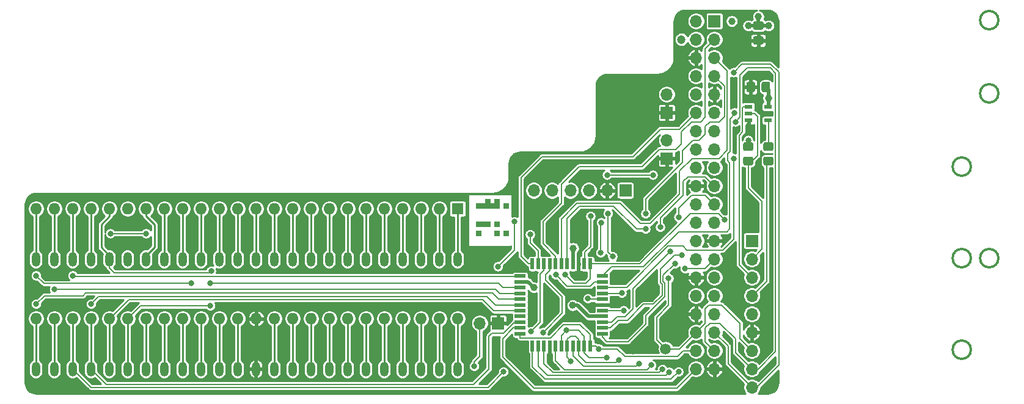
<source format=gbr>
%TF.GenerationSoftware,KiCad,Pcbnew,(5.1.9)-1*%
%TF.CreationDate,2021-07-28T09:14:02+01:00*%
%TF.ProjectId,RGBtoHDMI Amiga Denise DIP CPLD Rev 1.1,52474274-6f48-4444-9d49-20416d696761,rev?*%
%TF.SameCoordinates,Original*%
%TF.FileFunction,Copper,L1,Top*%
%TF.FilePolarity,Positive*%
%FSLAX46Y46*%
G04 Gerber Fmt 4.6, Leading zero omitted, Abs format (unit mm)*
G04 Created by KiCad (PCBNEW (5.1.9)-1) date 2021-07-28 09:14:02*
%MOMM*%
%LPD*%
G01*
G04 APERTURE LIST*
%TA.AperFunction,NonConductor*%
%ADD10C,0.300000*%
%TD*%
%TA.AperFunction,EtchedComponent*%
%ADD11C,0.100000*%
%TD*%
%TA.AperFunction,ComponentPad*%
%ADD12C,1.508000*%
%TD*%
%TA.AperFunction,ComponentPad*%
%ADD13C,1.950000*%
%TD*%
%TA.AperFunction,ComponentPad*%
%ADD14R,1.700000X1.700000*%
%TD*%
%TA.AperFunction,ComponentPad*%
%ADD15O,1.700000X1.700000*%
%TD*%
%TA.AperFunction,SMDPad,CuDef*%
%ADD16R,1.050000X0.600000*%
%TD*%
%TA.AperFunction,SMDPad,CuDef*%
%ADD17R,1.500000X0.550000*%
%TD*%
%TA.AperFunction,SMDPad,CuDef*%
%ADD18R,0.550000X1.500000*%
%TD*%
%TA.AperFunction,ComponentPad*%
%ADD19O,1.200000X2.000000*%
%TD*%
%TA.AperFunction,ComponentPad*%
%ADD20O,1.600000X1.600000*%
%TD*%
%TA.AperFunction,ComponentPad*%
%ADD21R,1.600000X1.600000*%
%TD*%
%TA.AperFunction,ViaPad*%
%ADD22C,0.800000*%
%TD*%
%TA.AperFunction,ViaPad*%
%ADD23C,1.000000*%
%TD*%
%TA.AperFunction,ViaPad*%
%ADD24C,1.200000*%
%TD*%
%TA.AperFunction,Conductor*%
%ADD25C,0.250000*%
%TD*%
%TA.AperFunction,Conductor*%
%ADD26C,0.500000*%
%TD*%
%TA.AperFunction,Conductor*%
%ADD27C,0.200000*%
%TD*%
%TA.AperFunction,Conductor*%
%ADD28C,0.254000*%
%TD*%
%TA.AperFunction,Conductor*%
%ADD29C,0.100000*%
%TD*%
G04 APERTURE END LIST*
D10*
X214249000Y-68453000D02*
G75*
G03*
X214249000Y-68453000I-1270000J0D01*
G01*
X210439000Y-78613000D02*
G75*
G03*
X210439000Y-78613000I-1270000J0D01*
G01*
X210439000Y-104013000D02*
G75*
G03*
X210439000Y-104013000I-1270000J0D01*
G01*
X214249000Y-58293000D02*
G75*
G03*
X214249000Y-58293000I-1270000J0D01*
G01*
X214249000Y-91313000D02*
G75*
G03*
X214249000Y-91313000I-1270000J0D01*
G01*
X210439000Y-91313000D02*
G75*
G03*
X210439000Y-91313000I-1270000J0D01*
G01*
D11*
%TO.C,solarmon*%
G36*
X146304000Y-84328000D02*
G01*
X145669000Y-84328000D01*
X145669000Y-83693000D01*
X146304000Y-83693000D01*
X146304000Y-84328000D01*
G37*
X146304000Y-84328000D02*
X145669000Y-84328000D01*
X145669000Y-83693000D01*
X146304000Y-83693000D01*
X146304000Y-84328000D01*
G36*
X146304000Y-88138000D02*
G01*
X145669000Y-88138000D01*
X145669000Y-87503000D01*
X146304000Y-87503000D01*
X146304000Y-88138000D01*
G37*
X146304000Y-88138000D02*
X145669000Y-88138000D01*
X145669000Y-87503000D01*
X146304000Y-87503000D01*
X146304000Y-88138000D01*
G36*
X145034000Y-83693000D02*
G01*
X144399000Y-83693000D01*
X144399000Y-83058000D01*
X145034000Y-83058000D01*
X145034000Y-83693000D01*
G37*
X145034000Y-83693000D02*
X144399000Y-83693000D01*
X144399000Y-83058000D01*
X145034000Y-83058000D01*
X145034000Y-83693000D01*
G36*
X145034000Y-84328000D02*
G01*
X144399000Y-84328000D01*
X144399000Y-83693000D01*
X145034000Y-83693000D01*
X145034000Y-84328000D01*
G37*
X145034000Y-84328000D02*
X144399000Y-84328000D01*
X144399000Y-83693000D01*
X145034000Y-83693000D01*
X145034000Y-84328000D01*
G36*
X144399000Y-84328000D02*
G01*
X143764000Y-84328000D01*
X143764000Y-83693000D01*
X144399000Y-83693000D01*
X144399000Y-84328000D01*
G37*
X144399000Y-84328000D02*
X143764000Y-84328000D01*
X143764000Y-83693000D01*
X144399000Y-83693000D01*
X144399000Y-84328000D01*
G36*
X143764000Y-84328000D02*
G01*
X143129000Y-84328000D01*
X143129000Y-83693000D01*
X143764000Y-83693000D01*
X143764000Y-84328000D01*
G37*
X143764000Y-84328000D02*
X143129000Y-84328000D01*
X143129000Y-83693000D01*
X143764000Y-83693000D01*
X143764000Y-84328000D01*
G36*
X143764000Y-83693000D02*
G01*
X143129000Y-83693000D01*
X143129000Y-83058000D01*
X143764000Y-83058000D01*
X143764000Y-83693000D01*
G37*
X143764000Y-83693000D02*
X143129000Y-83693000D01*
X143129000Y-83058000D01*
X143764000Y-83058000D01*
X143764000Y-83693000D01*
G36*
X143129000Y-84328000D02*
G01*
X142494000Y-84328000D01*
X142494000Y-83693000D01*
X143129000Y-83693000D01*
X143129000Y-84328000D01*
G37*
X143129000Y-84328000D02*
X142494000Y-84328000D01*
X142494000Y-83693000D01*
X143129000Y-83693000D01*
X143129000Y-84328000D01*
G36*
X142494000Y-84328000D02*
G01*
X141859000Y-84328000D01*
X141859000Y-83693000D01*
X142494000Y-83693000D01*
X142494000Y-84328000D01*
G37*
X142494000Y-84328000D02*
X141859000Y-84328000D01*
X141859000Y-83693000D01*
X142494000Y-83693000D01*
X142494000Y-84328000D01*
G36*
X142494000Y-86868000D02*
G01*
X141859000Y-86868000D01*
X141859000Y-86233000D01*
X142494000Y-86233000D01*
X142494000Y-86868000D01*
G37*
X142494000Y-86868000D02*
X141859000Y-86868000D01*
X141859000Y-86233000D01*
X142494000Y-86233000D01*
X142494000Y-86868000D01*
G36*
X143129000Y-86868000D02*
G01*
X142494000Y-86868000D01*
X142494000Y-86233000D01*
X143129000Y-86233000D01*
X143129000Y-86868000D01*
G37*
X143129000Y-86868000D02*
X142494000Y-86868000D01*
X142494000Y-86233000D01*
X143129000Y-86233000D01*
X143129000Y-86868000D01*
G36*
X143764000Y-86868000D02*
G01*
X143129000Y-86868000D01*
X143129000Y-86233000D01*
X143764000Y-86233000D01*
X143764000Y-86868000D01*
G37*
X143764000Y-86868000D02*
X143129000Y-86868000D01*
X143129000Y-86233000D01*
X143764000Y-86233000D01*
X143764000Y-86868000D01*
G36*
X145034000Y-86868000D02*
G01*
X144399000Y-86868000D01*
X144399000Y-86233000D01*
X145034000Y-86233000D01*
X145034000Y-86868000D01*
G37*
X145034000Y-86868000D02*
X144399000Y-86868000D01*
X144399000Y-86233000D01*
X145034000Y-86233000D01*
X145034000Y-86868000D01*
G36*
X145034000Y-88138000D02*
G01*
X144399000Y-88138000D01*
X144399000Y-87503000D01*
X145034000Y-87503000D01*
X145034000Y-88138000D01*
G37*
X145034000Y-88138000D02*
X144399000Y-88138000D01*
X144399000Y-87503000D01*
X145034000Y-87503000D01*
X145034000Y-88138000D01*
G36*
X142494000Y-88138000D02*
G01*
X141859000Y-88138000D01*
X141859000Y-87503000D01*
X142494000Y-87503000D01*
X142494000Y-88138000D01*
G37*
X142494000Y-88138000D02*
X141859000Y-88138000D01*
X141859000Y-87503000D01*
X142494000Y-87503000D01*
X142494000Y-88138000D01*
%TD*%
D12*
%TO.P,BT11,1*%
%TO.N,GND*%
X163587000Y-103886000D03*
%TO.P,BT11,2*%
%TO.N,/GPIO16*%
X168137000Y-103886000D03*
D13*
%TO.P,BT11,*%
%TO.N,GND*%
X162362000Y-101386000D03*
X169362000Y-101386000D03*
%TD*%
D14*
%TO.P,FFOSD1,1*%
%TO.N,/CSYNC*%
X180086000Y-88900000D03*
D15*
%TO.P,FFOSD1,2*%
%TO.N,/OSD_DISPLAY_OUPUT*%
X180086000Y-91440000D03*
%TO.P,FFOSD1,3*%
%TO.N,/OSD_DISPLAY_ENABLE*%
X180086000Y-93980000D03*
%TO.P,FFOSD1,4*%
%TO.N,/OSD_DISPLAY_OUTPUT_BUFFERRED*%
X180086000Y-96520000D03*
%TO.P,FFOSD1,5*%
%TO.N,+5V*%
X180086000Y-99060000D03*
%TO.P,FFOSD1,6*%
%TO.N,GND*%
X180086000Y-101600000D03*
%TO.P,FFOSD1,7*%
%TO.N,/GPIO16*%
X180086000Y-104140000D03*
%TO.P,FFOSD1,8*%
%TO.N,/GPIO26*%
X180086000Y-106680000D03*
%TO.P,FFOSD1,9*%
%TO.N,/GPIO19*%
X180086000Y-109220000D03*
%TD*%
%TO.P,BT3,2*%
%TO.N,/GPIO19*%
X168275000Y-68580000D03*
D14*
%TO.P,BT3,1*%
%TO.N,GND*%
X168275000Y-71120000D03*
%TD*%
D15*
%TO.P,BT2,2*%
%TO.N,/GPIO26*%
X168275000Y-74930000D03*
D14*
%TO.P,BT2,1*%
%TO.N,GND*%
X168275000Y-77470000D03*
%TD*%
%TO.P,C5,2*%
%TO.N,GND*%
%TA.AperFunction,SMDPad,CuDef*%
G36*
G01*
X180525000Y-67089000D02*
X180525000Y-68039000D01*
G75*
G02*
X180275000Y-68289000I-250000J0D01*
G01*
X179600000Y-68289000D01*
G75*
G02*
X179350000Y-68039000I0J250000D01*
G01*
X179350000Y-67089000D01*
G75*
G02*
X179600000Y-66839000I250000J0D01*
G01*
X180275000Y-66839000D01*
G75*
G02*
X180525000Y-67089000I0J-250000D01*
G01*
G37*
%TD.AperFunction*%
%TO.P,C5,1*%
%TO.N,+3V3*%
%TA.AperFunction,SMDPad,CuDef*%
G36*
G01*
X182600000Y-67089000D02*
X182600000Y-68039000D01*
G75*
G02*
X182350000Y-68289000I-250000J0D01*
G01*
X181675000Y-68289000D01*
G75*
G02*
X181425000Y-68039000I0J250000D01*
G01*
X181425000Y-67089000D01*
G75*
G02*
X181675000Y-66839000I250000J0D01*
G01*
X182350000Y-66839000D01*
G75*
G02*
X182600000Y-67089000I0J-250000D01*
G01*
G37*
%TD.AperFunction*%
%TD*%
D16*
%TO.P,U2,5*%
%TO.N,+3V3*%
X182325000Y-70297000D03*
%TO.P,U2,4*%
%TO.N,Net-(R5-Pad2)*%
X182325000Y-72197000D03*
%TO.P,U2,3*%
%TO.N,GND*%
X179625000Y-72197000D03*
%TO.P,U2,2*%
%TO.N,/OSD_DISPLAY_OUPUT*%
X179625000Y-71247000D03*
%TO.P,U2,1*%
%TO.N,/OSD_DISPLAY_ENABLE*%
X179625000Y-70297000D03*
%TD*%
%TO.P,R5,2*%
%TO.N,Net-(R5-Pad2)*%
%TA.AperFunction,SMDPad,CuDef*%
G36*
G01*
X182822001Y-76435000D02*
X181921999Y-76435000D01*
G75*
G02*
X181672000Y-76185001I0J249999D01*
G01*
X181672000Y-75484999D01*
G75*
G02*
X181921999Y-75235000I249999J0D01*
G01*
X182822001Y-75235000D01*
G75*
G02*
X183072000Y-75484999I0J-249999D01*
G01*
X183072000Y-76185001D01*
G75*
G02*
X182822001Y-76435000I-249999J0D01*
G01*
G37*
%TD.AperFunction*%
%TO.P,R5,1*%
%TO.N,/OSD_DISPLAY_OUTPUT_BUFFERRED*%
%TA.AperFunction,SMDPad,CuDef*%
G36*
G01*
X182822001Y-78435000D02*
X181921999Y-78435000D01*
G75*
G02*
X181672000Y-78185001I0J249999D01*
G01*
X181672000Y-77484999D01*
G75*
G02*
X181921999Y-77235000I249999J0D01*
G01*
X182822001Y-77235000D01*
G75*
G02*
X183072000Y-77484999I0J-249999D01*
G01*
X183072000Y-78185001D01*
G75*
G02*
X182822001Y-78435000I-249999J0D01*
G01*
G37*
%TD.AperFunction*%
%TD*%
%TO.P,R4,2*%
%TO.N,/OSD_DISPLAY_OUPUT*%
%TA.AperFunction,SMDPad,CuDef*%
G36*
G01*
X179127999Y-77235000D02*
X180028001Y-77235000D01*
G75*
G02*
X180278000Y-77484999I0J-249999D01*
G01*
X180278000Y-78185001D01*
G75*
G02*
X180028001Y-78435000I-249999J0D01*
G01*
X179127999Y-78435000D01*
G75*
G02*
X178878000Y-78185001I0J249999D01*
G01*
X178878000Y-77484999D01*
G75*
G02*
X179127999Y-77235000I249999J0D01*
G01*
G37*
%TD.AperFunction*%
%TO.P,R4,1*%
%TO.N,/GPIO24*%
%TA.AperFunction,SMDPad,CuDef*%
G36*
G01*
X179127999Y-75235000D02*
X180028001Y-75235000D01*
G75*
G02*
X180278000Y-75484999I0J-249999D01*
G01*
X180278000Y-76185001D01*
G75*
G02*
X180028001Y-76435000I-249999J0D01*
G01*
X179127999Y-76435000D01*
G75*
G02*
X178878000Y-76185001I0J249999D01*
G01*
X178878000Y-75484999D01*
G75*
G02*
X179127999Y-75235000I249999J0D01*
G01*
G37*
%TD.AperFunction*%
%TD*%
D15*
%TO.P,JTAG1,6*%
%TO.N,/CLKEN*%
X149860000Y-81915000D03*
%TO.P,JTAG1,5*%
%TO.N,/GPIO0*%
X152400000Y-81915000D03*
%TO.P,JTAG1,4*%
%TO.N,/GPIO24*%
X154940000Y-81915000D03*
%TO.P,JTAG1,3*%
%TO.N,/GPIO20*%
X157480000Y-81915000D03*
%TO.P,JTAG1,2*%
%TO.N,GND*%
X160020000Y-81915000D03*
D14*
%TO.P,JTAG1,1*%
%TO.N,+3V3*%
X162560000Y-81915000D03*
%TD*%
%TO.P,C1,2*%
%TO.N,GND*%
%TA.AperFunction,SMDPad,CuDef*%
G36*
G01*
X180500000Y-60521000D02*
X181450000Y-60521000D01*
G75*
G02*
X181700000Y-60771000I0J-250000D01*
G01*
X181700000Y-61446000D01*
G75*
G02*
X181450000Y-61696000I-250000J0D01*
G01*
X180500000Y-61696000D01*
G75*
G02*
X180250000Y-61446000I0J250000D01*
G01*
X180250000Y-60771000D01*
G75*
G02*
X180500000Y-60521000I250000J0D01*
G01*
G37*
%TD.AperFunction*%
%TO.P,C1,1*%
%TO.N,+3V3*%
%TA.AperFunction,SMDPad,CuDef*%
G36*
G01*
X180500000Y-58446000D02*
X181450000Y-58446000D01*
G75*
G02*
X181700000Y-58696000I0J-250000D01*
G01*
X181700000Y-59371000D01*
G75*
G02*
X181450000Y-59621000I-250000J0D01*
G01*
X180500000Y-59621000D01*
G75*
G02*
X180250000Y-59371000I0J250000D01*
G01*
X180250000Y-58696000D01*
G75*
G02*
X180500000Y-58446000I250000J0D01*
G01*
G37*
%TD.AperFunction*%
%TD*%
D17*
%TO.P,U1,44*%
%TO.N,/GPIO20*%
X147970000Y-101790000D03*
%TO.P,U1,43*%
%TO.N,/GPIO21*%
X147970000Y-100990000D03*
%TO.P,U1,42*%
%TO.N,/G0*%
X147970000Y-100190000D03*
%TO.P,U1,41*%
%TO.N,/VSYNC*%
X147970000Y-99390000D03*
%TO.P,U1,40*%
%TO.N,/G1*%
X147970000Y-98590000D03*
%TO.P,U1,39*%
%TO.N,/R1*%
X147970000Y-97790000D03*
%TO.P,U1,38*%
%TO.N,/B1*%
X147970000Y-96990000D03*
%TO.P,U1,37*%
%TO.N,/B2*%
X147970000Y-96190000D03*
%TO.P,U1,36*%
%TO.N,/G2*%
X147970000Y-95390000D03*
%TO.P,U1,35*%
%TO.N,+3V3*%
X147970000Y-94590000D03*
%TO.P,U1,34*%
%TO.N,/R2*%
X147970000Y-93790000D03*
D18*
%TO.P,U1,33*%
%TO.N,/GPIO18*%
X149670000Y-92090000D03*
%TO.P,U1,32*%
%TO.N,/R3*%
X150470000Y-92090000D03*
%TO.P,U1,31*%
%TO.N,/G3*%
X151270000Y-92090000D03*
%TO.P,U1,30*%
%TO.N,/B3*%
X152070000Y-92090000D03*
%TO.P,U1,29*%
%TO.N,/GPIO2*%
X152870000Y-92090000D03*
%TO.P,U1,28*%
%TO.N,/GPIO3*%
X153670000Y-92090000D03*
%TO.P,U1,27*%
%TO.N,/GPIO4*%
X154470000Y-92090000D03*
%TO.P,U1,26*%
%TO.N,+3V3*%
X155270000Y-92090000D03*
%TO.P,U1,25*%
%TO.N,GND*%
X156070000Y-92090000D03*
%TO.P,U1,24*%
%TO.N,/GPIO24*%
X156870000Y-92090000D03*
%TO.P,U1,23*%
%TO.N,/CSYNC*%
X157670000Y-92090000D03*
D17*
%TO.P,U1,22*%
%TO.N,/GPIO17*%
X159370000Y-93790000D03*
%TO.P,U1,21*%
%TO.N,/R0*%
X159370000Y-94590000D03*
%TO.P,U1,20*%
%TO.N,/GPIO23*%
X159370000Y-95390000D03*
%TO.P,U1,19*%
%TO.N,/DETECT*%
X159370000Y-96190000D03*
%TO.P,U1,18*%
%TO.N,/B0*%
X159370000Y-96990000D03*
%TO.P,U1,17*%
%TO.N,GND*%
X159370000Y-97790000D03*
%TO.P,U1,16*%
%TO.N,/GPIO10*%
X159370000Y-98590000D03*
%TO.P,U1,15*%
%TO.N,+3V3*%
X159370000Y-99390000D03*
%TO.P,U1,14*%
%TO.N,/GPIO9*%
X159370000Y-100190000D03*
%TO.P,U1,13*%
%TO.N,/GPIO11*%
X159370000Y-100990000D03*
%TO.P,U1,12*%
%TO.N,/GPIO8*%
X159370000Y-101790000D03*
D18*
%TO.P,U1,11*%
%TO.N,/GPIO20*%
X157670000Y-103490000D03*
%TO.P,U1,10*%
%TO.N,/CLKEN*%
X156870000Y-103490000D03*
%TO.P,U1,9*%
%TO.N,/GPIO0*%
X156070000Y-103490000D03*
%TO.P,U1,8*%
%TO.N,/GPIO7*%
X155270000Y-103490000D03*
%TO.P,U1,7*%
%TO.N,/GPIO0*%
X154470000Y-103490000D03*
%TO.P,U1,6*%
%TO.N,/CLKEN*%
X153670000Y-103490000D03*
%TO.P,U1,5*%
%TO.N,/GPIO5*%
X152870000Y-103490000D03*
%TO.P,U1,4*%
%TO.N,GND*%
X152070000Y-103490000D03*
%TO.P,U1,3*%
%TO.N,/GPIO12*%
X151270000Y-103490000D03*
%TO.P,U1,2*%
%TO.N,/GPIO6*%
X150470000Y-103490000D03*
%TO.P,U1,1*%
%TO.N,/GPIO13*%
X149670000Y-103490000D03*
%TD*%
D19*
%TO.P,U4,24*%
%TO.N,/B0*%
X80873600Y-91440000D03*
%TO.P,U4,25*%
%TO.N,/B1*%
X80873600Y-106680000D03*
%TO.P,U4,23*%
%TO.N,/R3*%
X83413600Y-91440000D03*
%TO.P,U4,26*%
%TO.N,/B2*%
X83413600Y-106680000D03*
%TO.P,U4,22*%
%TO.N,/R2*%
X85953600Y-91440000D03*
%TO.P,U4,27*%
%TO.N,/B3*%
X85953600Y-106680000D03*
%TO.P,U4,21*%
%TO.N,/R1*%
X88493600Y-91440000D03*
%TO.P,U4,28*%
%TO.N,/G0*%
X88493600Y-106680000D03*
%TO.P,U4,20*%
%TO.N,/R0*%
X91033600Y-91440000D03*
%TO.P,U4,29*%
%TO.N,/G1*%
X91033600Y-106680000D03*
%TO.P,U4,19*%
%TO.N,+5V*%
X93573600Y-91440000D03*
%TO.P,U4,30*%
%TO.N,/G2*%
X93573600Y-106680000D03*
%TO.P,U4,18*%
%TO.N,/BURST*%
X96113600Y-91440000D03*
%TO.P,U4,31*%
%TO.N,/G3*%
X96113600Y-106680000D03*
%TO.P,U4,17*%
%TO.N,/RGA1*%
X98653600Y-91440000D03*
%TO.P,U4,32*%
%TO.N,/CSYNC*%
X98653600Y-106680000D03*
%TO.P,U4,16*%
%TO.N,/RGA2*%
X101193600Y-91440000D03*
%TO.P,U4,33*%
%TO.N,/ZD*%
X101193600Y-106680000D03*
%TO.P,U4,15*%
%TO.N,/RGA3*%
X103733600Y-91440000D03*
%TO.P,U4,34*%
%TO.N,/NC*%
X103733600Y-106680000D03*
%TO.P,U4,14*%
%TO.N,/RGA4*%
X106273600Y-91440000D03*
%TO.P,U4,35*%
%TO.N,/7M*%
X106273600Y-106680000D03*
%TO.P,U4,13*%
%TO.N,/RGA5*%
X108813600Y-91440000D03*
%TO.P,U4,36*%
%TO.N,/CCK*%
X108813600Y-106680000D03*
%TO.P,U4,12*%
%TO.N,/RGA6*%
X111353600Y-91440000D03*
%TO.P,U4,37*%
%TO.N,GND*%
X111353600Y-106680000D03*
%TO.P,U4,11*%
%TO.N,/RGA7*%
X113893600Y-91440000D03*
%TO.P,U4,38*%
%TO.N,/M0V*%
X113893600Y-106680000D03*
%TO.P,U4,10*%
%TO.N,/RGA8*%
X116433600Y-91440000D03*
%TO.P,U4,39*%
%TO.N,/M1V*%
X116433600Y-106680000D03*
%TO.P,U4,9*%
%TO.N,/M0H*%
X118973600Y-91440000D03*
%TO.P,U4,40*%
%TO.N,/D15*%
X118973600Y-106680000D03*
%TO.P,U4,8*%
%TO.N,/M1H*%
X121513600Y-91440000D03*
%TO.P,U4,41*%
%TO.N,/D14*%
X121513600Y-106680000D03*
%TO.P,U4,7*%
%TO.N,/D0*%
X124053600Y-91440000D03*
%TO.P,U4,42*%
%TO.N,/D13*%
X124053600Y-106680000D03*
%TO.P,U4,6*%
%TO.N,/D1*%
X126593600Y-91440000D03*
%TO.P,U4,43*%
%TO.N,/D12*%
X126593600Y-106680000D03*
%TO.P,U4,5*%
%TO.N,/D2*%
X129133600Y-91440000D03*
%TO.P,U4,44*%
%TO.N,/D11*%
X129133600Y-106680000D03*
%TO.P,U4,4*%
%TO.N,/D3*%
X131673600Y-91440000D03*
%TO.P,U4,45*%
%TO.N,/D10*%
X131673600Y-106680000D03*
%TO.P,U4,3*%
%TO.N,/D4*%
X134213600Y-91440000D03*
%TO.P,U4,46*%
%TO.N,/D9*%
X134213600Y-106680000D03*
%TO.P,U4,2*%
%TO.N,/D5*%
X136753600Y-91440000D03*
%TO.P,U4,47*%
%TO.N,/D8*%
X136753600Y-106680000D03*
%TO.P,U4,1*%
%TO.N,/D6*%
X139293600Y-91440000D03*
%TO.P,U4,48*%
%TO.N,/D7*%
X139293600Y-106680000D03*
%TD*%
D15*
%TO.P,J1,40*%
%TO.N,/GPIO21*%
X172339000Y-106680000D03*
%TO.P,J1,39*%
%TO.N,GND*%
X174879000Y-106680000D03*
%TO.P,J1,38*%
%TO.N,/GPIO20*%
X172339000Y-104140000D03*
%TO.P,J1,37*%
%TO.N,/GPIO26*%
X174879000Y-104140000D03*
%TO.P,J1,36*%
%TO.N,/GPIO16*%
X172339000Y-101600000D03*
%TO.P,J1,35*%
%TO.N,/GPIO19*%
X174879000Y-101600000D03*
%TO.P,J1,34*%
%TO.N,GND*%
X172339000Y-99060000D03*
%TO.P,J1,33*%
%TO.N,/GPIO13*%
X174879000Y-99060000D03*
%TO.P,J1,32*%
%TO.N,/GPIO12*%
X172339000Y-96520000D03*
%TO.P,J1,31*%
%TO.N,/GPIO6*%
X174879000Y-96520000D03*
%TO.P,J1,30*%
%TO.N,GND*%
X172339000Y-93980000D03*
%TO.P,J1,29*%
%TO.N,/GPIO5*%
X174879000Y-93980000D03*
%TO.P,J1,28*%
%TO.N,/CLKEN*%
X172339000Y-91440000D03*
%TO.P,J1,27*%
%TO.N,/GPIO0*%
X174879000Y-91440000D03*
%TO.P,J1,26*%
%TO.N,/GPIO7*%
X172339000Y-88900000D03*
%TO.P,J1,25*%
%TO.N,GND*%
X174879000Y-88900000D03*
%TO.P,J1,24*%
%TO.N,/GPIO8*%
X172339000Y-86360000D03*
%TO.P,J1,23*%
%TO.N,/GPIO11*%
X174879000Y-86360000D03*
%TO.P,J1,22*%
%TO.N,/GPIO25*%
X172339000Y-83820000D03*
%TO.P,J1,21*%
%TO.N,/GPIO9*%
X174879000Y-83820000D03*
%TO.P,J1,20*%
%TO.N,GND*%
X172339000Y-81280000D03*
%TO.P,J1,19*%
%TO.N,/GPIO10*%
X174879000Y-81280000D03*
%TO.P,J1,18*%
%TO.N,/GPIO24*%
X172339000Y-78740000D03*
%TO.P,J1,17*%
%TO.N,+3V3*%
X174879000Y-78740000D03*
%TO.P,J1,16*%
%TO.N,/GPIO23*%
X172339000Y-76200000D03*
%TO.P,J1,15*%
%TO.N,/GPIO22*%
X174879000Y-76200000D03*
%TO.P,J1,14*%
%TO.N,GND*%
X172339000Y-73660000D03*
%TO.P,J1,13*%
%TO.N,/GPIO27*%
X174879000Y-73660000D03*
%TO.P,J1,12*%
%TO.N,/GPIO18*%
X172339000Y-71120000D03*
%TO.P,J1,11*%
%TO.N,/GPIO17*%
X174879000Y-71120000D03*
%TO.P,J1,10*%
%TO.N,/GPIO15*%
X172339000Y-68580000D03*
%TO.P,J1,9*%
%TO.N,GND*%
X174879000Y-68580000D03*
%TO.P,J1,8*%
%TO.N,/GPIO14*%
X172339000Y-66040000D03*
%TO.P,J1,7*%
%TO.N,/GPIO4*%
X174879000Y-66040000D03*
%TO.P,J1,6*%
%TO.N,GND*%
X172339000Y-63500000D03*
%TO.P,J1,5*%
%TO.N,/GPIO3*%
X174879000Y-63500000D03*
%TO.P,J1,4*%
%TO.N,+5V*%
X172339000Y-60960000D03*
%TO.P,J1,3*%
%TO.N,/GPIO2*%
X174879000Y-60960000D03*
%TO.P,J1,2*%
%TO.N,+5V*%
X172339000Y-58420000D03*
D14*
%TO.P,J1,1*%
%TO.N,+3V3*%
X174879000Y-58420000D03*
%TD*%
D20*
%TO.P,U3,48*%
%TO.N,/D7*%
X139315000Y-99695000D03*
%TO.P,U3,24*%
%TO.N,/B0*%
X80895000Y-84455000D03*
%TO.P,U3,47*%
%TO.N,/D8*%
X136775000Y-99695000D03*
%TO.P,U3,23*%
%TO.N,/R3*%
X83435000Y-84455000D03*
%TO.P,U3,46*%
%TO.N,/D9*%
X134235000Y-99695000D03*
%TO.P,U3,22*%
%TO.N,/R2*%
X85975000Y-84455000D03*
%TO.P,U3,45*%
%TO.N,/D10*%
X131695000Y-99695000D03*
%TO.P,U3,21*%
%TO.N,/R1*%
X88515000Y-84455000D03*
%TO.P,U3,44*%
%TO.N,/D11*%
X129155000Y-99695000D03*
%TO.P,U3,20*%
%TO.N,/R0*%
X91055000Y-84455000D03*
%TO.P,U3,43*%
%TO.N,/D12*%
X126615000Y-99695000D03*
%TO.P,U3,19*%
%TO.N,+5V*%
X93595000Y-84455000D03*
%TO.P,U3,42*%
%TO.N,/D13*%
X124075000Y-99695000D03*
%TO.P,U3,18*%
%TO.N,/BURST*%
X96135000Y-84455000D03*
%TO.P,U3,41*%
%TO.N,/D14*%
X121535000Y-99695000D03*
%TO.P,U3,17*%
%TO.N,/RGA1*%
X98675000Y-84455000D03*
%TO.P,U3,40*%
%TO.N,/D15*%
X118995000Y-99695000D03*
%TO.P,U3,16*%
%TO.N,/RGA2*%
X101215000Y-84455000D03*
%TO.P,U3,39*%
%TO.N,/M1V*%
X116455000Y-99695000D03*
%TO.P,U3,15*%
%TO.N,/RGA3*%
X103755000Y-84455000D03*
%TO.P,U3,38*%
%TO.N,/M0V*%
X113915000Y-99695000D03*
%TO.P,U3,14*%
%TO.N,/RGA4*%
X106295000Y-84455000D03*
%TO.P,U3,37*%
%TO.N,GND*%
X111375000Y-99695000D03*
%TO.P,U3,13*%
%TO.N,/RGA5*%
X108835000Y-84455000D03*
%TO.P,U3,36*%
%TO.N,/CCK*%
X108835000Y-99695000D03*
%TO.P,U3,12*%
%TO.N,/RGA6*%
X111375000Y-84455000D03*
%TO.P,U3,35*%
%TO.N,/7M*%
X106295000Y-99695000D03*
%TO.P,U3,11*%
%TO.N,/RGA7*%
X113915000Y-84455000D03*
%TO.P,U3,34*%
%TO.N,/NC*%
X103755000Y-99695000D03*
%TO.P,U3,10*%
%TO.N,/RGA8*%
X116455000Y-84455000D03*
%TO.P,U3,33*%
%TO.N,/ZD*%
X101215000Y-99695000D03*
%TO.P,U3,9*%
%TO.N,/M0H*%
X118995000Y-84455000D03*
%TO.P,U3,32*%
%TO.N,/CSYNC*%
X98675000Y-99695000D03*
%TO.P,U3,8*%
%TO.N,/M1H*%
X121535000Y-84455000D03*
%TO.P,U3,31*%
%TO.N,/G3*%
X96135000Y-99695000D03*
%TO.P,U3,7*%
%TO.N,/D0*%
X124075000Y-84455000D03*
%TO.P,U3,30*%
%TO.N,/G2*%
X93595000Y-99695000D03*
%TO.P,U3,6*%
%TO.N,/D1*%
X126615000Y-84455000D03*
%TO.P,U3,29*%
%TO.N,/G1*%
X91055000Y-99695000D03*
%TO.P,U3,5*%
%TO.N,/D2*%
X129155000Y-84455000D03*
%TO.P,U3,28*%
%TO.N,/G0*%
X88515000Y-99695000D03*
%TO.P,U3,4*%
%TO.N,/D3*%
X131695000Y-84455000D03*
%TO.P,U3,27*%
%TO.N,/B3*%
X85975000Y-99695000D03*
%TO.P,U3,3*%
%TO.N,/D4*%
X134235000Y-84455000D03*
%TO.P,U3,26*%
%TO.N,/B2*%
X83435000Y-99695000D03*
%TO.P,U3,2*%
%TO.N,/D5*%
X136775000Y-84455000D03*
%TO.P,U3,25*%
%TO.N,/B1*%
X80895000Y-99695000D03*
D21*
%TO.P,U3,1*%
%TO.N,/D6*%
X139315000Y-84455000D03*
%TD*%
D15*
%TO.P,BT1,2*%
%TO.N,/GPIO16*%
X142367000Y-100330000D03*
D14*
%TO.P,BT1,1*%
%TO.N,GND*%
X144907000Y-100330000D03*
%TD*%
D22*
%TO.N,GND*%
X152654000Y-106299000D03*
X149860000Y-96901000D03*
X152019000Y-88138000D03*
X156210000Y-85344000D03*
X148463000Y-105918000D03*
X140843000Y-104775000D03*
X161036000Y-86360000D03*
X152781000Y-98171000D03*
X156591000Y-93853000D03*
X158115000Y-90297000D03*
X179705000Y-61087000D03*
X180975000Y-62230000D03*
X166878000Y-95250000D03*
X161607500Y-97536000D03*
X152908000Y-86868000D03*
X170307000Y-105537000D03*
X91186000Y-89281000D03*
X96139000Y-89281000D03*
X144653000Y-105918000D03*
X138049000Y-104775000D03*
X132969000Y-104775000D03*
X130429000Y-104775000D03*
X127889000Y-104775000D03*
X125349000Y-104775000D03*
X122809000Y-104775000D03*
X120269000Y-104775000D03*
X117729000Y-104775000D03*
X115189000Y-104775000D03*
X112649000Y-104775000D03*
X109982000Y-104775000D03*
X107569000Y-104775000D03*
X105029000Y-104775000D03*
X102489000Y-104775000D03*
X99949000Y-104775000D03*
X97409000Y-104775000D03*
X89789000Y-102235000D03*
X87249000Y-102235000D03*
X84709000Y-102235000D03*
X82169000Y-102235000D03*
X84709000Y-97663000D03*
X82550000Y-93726000D03*
X80010000Y-95631000D03*
X82042000Y-86995000D03*
X84709000Y-86868000D03*
X87249000Y-86868000D03*
X87249000Y-88900000D03*
X79883000Y-86995000D03*
X80010000Y-102235000D03*
X80137000Y-82931000D03*
X82169000Y-82931000D03*
X84709000Y-82931000D03*
X87249000Y-82931000D03*
X89789000Y-82931000D03*
X99949000Y-86868000D03*
X102489000Y-86868000D03*
X105029000Y-86868000D03*
X107569000Y-86868000D03*
X110109000Y-86868000D03*
X112649000Y-86868000D03*
X115189000Y-86868000D03*
X117729000Y-86868000D03*
X120269000Y-86868000D03*
X122809000Y-86868000D03*
X125349000Y-86868000D03*
X127889000Y-86868000D03*
X130429000Y-86868000D03*
X132842000Y-86868000D03*
X135509000Y-86868000D03*
X138049000Y-86868000D03*
X138049000Y-88646000D03*
X135509000Y-88646000D03*
X132842000Y-88646000D03*
X130429000Y-88646000D03*
X127889000Y-88646000D03*
X125349000Y-88646000D03*
X122809000Y-88646000D03*
X120269000Y-88646000D03*
X117729000Y-88646000D03*
X115189000Y-88646000D03*
X112649000Y-88646000D03*
X110109000Y-88646000D03*
X107569000Y-88646000D03*
X105029000Y-88646000D03*
X102489000Y-88646000D03*
X99949000Y-88646000D03*
X102489000Y-102489000D03*
X105029000Y-102489000D03*
X107569000Y-102489000D03*
X109982000Y-102489000D03*
X112649000Y-102489000D03*
X115189000Y-102489000D03*
X117729000Y-102489000D03*
X120269000Y-102489000D03*
X122809000Y-102489000D03*
X125349000Y-102489000D03*
X127889000Y-102489000D03*
X130429000Y-102489000D03*
X132969000Y-102489000D03*
X135509000Y-102489000D03*
X138049000Y-102489000D03*
X140843000Y-102489000D03*
X144653000Y-102743000D03*
X146685000Y-102743000D03*
X140208000Y-86868000D03*
X140208000Y-88773000D03*
X142113000Y-90678000D03*
X148971000Y-90297000D03*
X151130000Y-84328000D03*
X149860000Y-80010000D03*
X152400000Y-80010000D03*
X165989000Y-89027000D03*
X182499000Y-104140000D03*
X182245000Y-106680000D03*
X148844000Y-85090000D03*
X107569000Y-97917000D03*
X109982000Y-97917000D03*
X112649000Y-97917000D03*
X115189000Y-97917000D03*
X117729000Y-97917000D03*
X120269000Y-97917000D03*
X122809000Y-97917000D03*
X125349000Y-97917000D03*
X127889000Y-97917000D03*
X130429000Y-97917000D03*
X132969000Y-97917000D03*
X135509000Y-97917000D03*
X138049000Y-97917000D03*
X140843000Y-97917000D03*
X161671000Y-90043000D03*
X161544000Y-93599000D03*
X177546000Y-90170000D03*
X171069000Y-64770000D03*
X164846000Y-80518000D03*
X168910000Y-81026000D03*
X135509000Y-104775000D03*
X168783000Y-85547200D03*
X166497000Y-84709000D03*
X164846000Y-90424000D03*
X152527000Y-96901000D03*
X151638000Y-99060000D03*
X152082500Y-105473500D03*
X162687000Y-97028000D03*
X158877000Y-84963000D03*
X156464000Y-89789000D03*
X165735000Y-96520000D03*
X149796500Y-98679000D03*
X157797500Y-98107500D03*
X156718000Y-96012000D03*
X157797500Y-100330000D03*
X147002500Y-92265500D03*
X146748500Y-107315000D03*
X143319500Y-92900500D03*
X149669500Y-93789500D03*
X164528500Y-84391500D03*
X167957500Y-81788000D03*
X165671500Y-81470500D03*
X151257000Y-78740000D03*
X153924000Y-78803500D03*
X161290000Y-76200000D03*
X161290000Y-74930000D03*
X161290000Y-73660000D03*
X161290000Y-72390000D03*
X161290000Y-71120000D03*
X161290000Y-69850000D03*
X161290000Y-68580000D03*
X161290000Y-67310000D03*
X164592000Y-77597000D03*
X169545000Y-67310000D03*
X167005000Y-67310000D03*
X86995000Y-97663000D03*
X81915000Y-95631000D03*
X84455000Y-93726000D03*
X82042000Y-88900000D03*
X79883000Y-88900000D03*
X91186000Y-86614000D03*
X96139000Y-86741000D03*
X89789000Y-104775000D03*
X80010000Y-104775000D03*
X87249000Y-104775000D03*
X84709000Y-104775000D03*
X82169000Y-104775000D03*
X90678000Y-97663000D03*
X89789000Y-92964000D03*
X97409000Y-102489000D03*
X99949000Y-101854000D03*
X179578000Y-72898000D03*
X179959000Y-68834000D03*
X179832000Y-83312000D03*
X180721000Y-81026000D03*
X177800000Y-73660000D03*
X177546000Y-69723000D03*
X177546000Y-66929000D03*
X179959000Y-66294000D03*
X176911000Y-63500000D03*
X179197000Y-63500000D03*
X177546000Y-95250000D03*
X177546000Y-92710000D03*
X179832000Y-85217000D03*
X182753000Y-109093000D03*
X146939000Y-104521000D03*
D23*
%TO.N,+3V3*%
X180975000Y-57785000D03*
X182372000Y-59055000D03*
X177292000Y-58420000D03*
X179578000Y-59055000D03*
X155257500Y-97866518D03*
X155321000Y-89915998D03*
X149860000Y-95377000D03*
X182372000Y-69088000D03*
D22*
%TO.N,/GPIO20*%
X160782000Y-91059000D03*
X160147000Y-85090000D03*
X158877000Y-103886000D03*
%TO.N,/GPIO26*%
X177800000Y-72390000D03*
%TO.N,/GPIO16*%
X168552968Y-94118184D03*
X141605000Y-106299000D03*
%TO.N,/GPIO13*%
X169926000Y-107061000D03*
%TO.N,/GPIO12*%
X167690482Y-106730482D03*
%TO.N,/GPIO6*%
X168614459Y-107112960D03*
%TO.N,/GPIO5*%
X166156812Y-106157224D03*
%TO.N,/GPIO0*%
X170818011Y-92752789D03*
X159131000Y-90551000D03*
X159194500Y-86360000D03*
X155003498Y-105600502D03*
X161671000Y-105410000D03*
%TO.N,/GPIO7*%
X164465000Y-105936832D03*
%TO.N,/GPIO8*%
X169418000Y-92075000D03*
%TO.N,/GPIO11*%
X170371879Y-90870010D03*
%TO.N,/GPIO9*%
X168742092Y-90376270D03*
X169926000Y-85598000D03*
%TO.N,/GPIO10*%
X162306000Y-98552000D03*
X167386000Y-86995000D03*
%TO.N,/GPIO24*%
X160020000Y-79756000D03*
X166369999Y-79756000D03*
X157734000Y-85471000D03*
X179578000Y-74930000D03*
%TO.N,/GPIO23*%
X177545998Y-77470000D03*
%TO.N,/GPIO17*%
X177673000Y-71120004D03*
%TO.N,/GPIO4*%
X165354000Y-87249000D03*
X165354004Y-85140800D03*
%TO.N,/GPIO19*%
X177546000Y-65532000D03*
%TO.N,/CLKEN*%
X144907000Y-92456000D03*
X154421013Y-101335013D03*
X147193000Y-86233000D03*
X159958010Y-105094010D03*
%TO.N,/B0*%
X157353000Y-96921828D03*
X102425500Y-94805500D03*
X80899000Y-93726000D03*
%TO.N,/R3*%
X91186000Y-87884000D03*
X96139000Y-87884002D03*
X149352004Y-88011000D03*
%TO.N,/R2*%
X85979000Y-93726002D03*
%TO.N,/R1*%
X88519000Y-97663000D03*
%TO.N,/R0*%
X105156000Y-93091000D03*
X152908000Y-93599000D03*
%TO.N,/G3*%
X149479000Y-101473000D03*
%TO.N,/G2*%
X105029000Y-94742000D03*
X105029008Y-97917000D03*
%TO.N,/B3*%
X151130000Y-101600000D03*
X145669000Y-107061014D03*
%TO.N,/B2*%
X83439014Y-95631000D03*
%TO.N,/B1*%
X80899000Y-97663000D03*
%TO.N,/DETECT*%
X162052004Y-96139000D03*
D24*
%TO.N,+5V*%
X170307000Y-60960000D03*
D22*
%TO.N,/CSYNC*%
X154178000Y-93599000D03*
X176318979Y-85979000D03*
%TD*%
D25*
%TO.N,GND*%
X111375000Y-106150600D02*
X111353600Y-106172000D01*
D26*
%TO.N,+3V3*%
X180975000Y-58906500D02*
X180975000Y-57785000D01*
X180975000Y-58906500D02*
X181123500Y-59055000D01*
X181123500Y-59055000D02*
X182372000Y-59055000D01*
X180975000Y-58906500D02*
X180826500Y-59055000D01*
X180826500Y-59055000D02*
X179578000Y-59055000D01*
X155270000Y-92090000D02*
X155270000Y-89966998D01*
X155270000Y-89966998D02*
X155321000Y-89915998D01*
X157429000Y-99390000D02*
X155905518Y-97866518D01*
X155905518Y-97866518D02*
X155257500Y-97866518D01*
X159370000Y-99390000D02*
X157429000Y-99390000D01*
X149073000Y-94590000D02*
X149860000Y-95377000D01*
X147970000Y-94590000D02*
X149073000Y-94590000D01*
X182372000Y-67923500D02*
X182012500Y-67564000D01*
X182372000Y-69088000D02*
X182372000Y-67923500D01*
X182372000Y-70250000D02*
X182325000Y-70297000D01*
X182372000Y-69088000D02*
X182372000Y-70250000D01*
D27*
%TO.N,/GPIO21*%
X171489001Y-107529999D02*
X172339000Y-106680000D01*
X145542000Y-105029000D02*
X149860000Y-109347000D01*
X145542000Y-102500702D02*
X145542000Y-105029000D01*
X169672000Y-109347000D02*
X171489001Y-107529999D01*
X149860000Y-109347000D02*
X169672000Y-109347000D01*
X147052702Y-100990000D02*
X145542000Y-102500702D01*
X147970000Y-100990000D02*
X147052702Y-100990000D01*
%TO.N,/GPIO20*%
X160782000Y-91059000D02*
X160147000Y-90424000D01*
X160147000Y-90424000D02*
X160147000Y-85090000D01*
X157670000Y-101917000D02*
X157670000Y-103490000D01*
X153987500Y-100520500D02*
X156273500Y-100520500D01*
X147970000Y-102362000D02*
X152146000Y-102362000D01*
X156273500Y-100520500D02*
X157670000Y-101917000D01*
X152146000Y-102362000D02*
X153987500Y-100520500D01*
X147970000Y-101790000D02*
X147970000Y-102362000D01*
X169760999Y-104940001D02*
X162471001Y-104940001D01*
X170561000Y-104140000D02*
X169760999Y-104940001D01*
X162471001Y-104940001D02*
X161417000Y-103886000D01*
X158481000Y-103490000D02*
X158877000Y-103886000D01*
X157670000Y-103490000D02*
X158481000Y-103490000D01*
X161417000Y-103886000D02*
X158877000Y-103886000D01*
X172339000Y-104140000D02*
X170561000Y-104140000D01*
%TO.N,/GPIO26*%
X177800000Y-104394000D02*
X180086000Y-106680000D01*
X177800000Y-102489000D02*
X177800000Y-104394000D01*
X175641000Y-100330000D02*
X177800000Y-102489000D01*
X174244000Y-100330000D02*
X175641000Y-100330000D01*
X173609000Y-100965000D02*
X174244000Y-100330000D01*
X173609000Y-102870000D02*
X173609000Y-100965000D01*
X174879000Y-104140000D02*
X173609000Y-102870000D01*
X180995002Y-106680000D02*
X180086000Y-106680000D01*
X183372010Y-104302992D02*
X180995002Y-106680000D01*
X183372010Y-65643010D02*
X183372010Y-104302992D01*
X182626000Y-64897000D02*
X183372010Y-65643010D01*
X179451000Y-64897000D02*
X182626000Y-64897000D01*
X178399988Y-65948012D02*
X179451000Y-64897000D01*
X178399988Y-71790012D02*
X178399988Y-65948012D01*
X177800000Y-72390000D02*
X178399988Y-71790012D01*
%TO.N,/GPIO16*%
X178435000Y-102489000D02*
X180086000Y-104140000D01*
X178435000Y-100330000D02*
X178435000Y-102489000D01*
X175895000Y-97790000D02*
X178435000Y-100330000D01*
X174117000Y-97790000D02*
X175895000Y-97790000D01*
X173609000Y-98298000D02*
X174117000Y-97790000D01*
X173609000Y-100330000D02*
X173609000Y-98298000D01*
X172339000Y-101600000D02*
X173609000Y-100330000D01*
X170053000Y-103886000D02*
X168137000Y-103886000D01*
X172339000Y-101600000D02*
X170053000Y-103886000D01*
X168552968Y-97813968D02*
X168552968Y-94118184D01*
X166878000Y-99488936D02*
X168552968Y-97813968D01*
X166878000Y-102616000D02*
X166878000Y-99488936D01*
X168137000Y-103875000D02*
X166878000Y-102616000D01*
X168137000Y-103886000D02*
X168137000Y-103875000D01*
X141605000Y-105664000D02*
X141605000Y-106299000D01*
X142367000Y-104902000D02*
X141605000Y-105664000D01*
X142367000Y-100330000D02*
X142367000Y-104902000D01*
%TO.N,/GPIO18*%
X171489001Y-71969999D02*
X172339000Y-71120000D01*
X170053000Y-73406000D02*
X171489001Y-71969999D01*
X167386000Y-73406000D02*
X170053000Y-73406000D01*
X151003000Y-77216000D02*
X163576000Y-77216000D01*
X148082000Y-80137000D02*
X151003000Y-77216000D01*
X149154000Y-92090000D02*
X148082000Y-91018000D01*
X163576000Y-77216000D02*
X167386000Y-73406000D01*
X148082000Y-91018000D02*
X148082000Y-80137000D01*
X149670000Y-92090000D02*
X149154000Y-92090000D01*
%TO.N,/GPIO13*%
X149670000Y-106363000D02*
X151402999Y-108095999D01*
X151402999Y-108095999D02*
X168891001Y-108095999D01*
X168891001Y-108095999D02*
X169926000Y-107061000D01*
X149670000Y-103490000D02*
X149670000Y-106363000D01*
%TO.N,/GPIO12*%
X152483020Y-107164024D02*
X167256940Y-107164024D01*
X167256940Y-107164024D02*
X167690482Y-106730482D01*
X151270000Y-105951004D02*
X152483020Y-107164024D01*
X151270000Y-103490000D02*
X151270000Y-105951004D01*
%TO.N,/GPIO6*%
X150470000Y-103490000D02*
X150470000Y-106274000D01*
X151768614Y-107572614D02*
X168154805Y-107572614D01*
X150470000Y-106274000D02*
X151768614Y-107572614D01*
X168154805Y-107572614D02*
X168614459Y-107112960D01*
%TO.N,/GPIO5*%
X152870000Y-105499000D02*
X154135013Y-106764013D01*
X152870000Y-103490000D02*
X152870000Y-105499000D01*
X154135013Y-106764013D02*
X165550023Y-106764013D01*
X165550023Y-106764013D02*
X166156812Y-106157224D01*
%TO.N,/GPIO0*%
X173566211Y-92752789D02*
X170818011Y-92752789D01*
X174879000Y-91440000D02*
X173566211Y-92752789D01*
X154470000Y-102600002D02*
X154470000Y-103490000D01*
X154962002Y-102108000D02*
X154470000Y-102600002D01*
X155638000Y-102108000D02*
X154962002Y-102108000D01*
X156070000Y-102540000D02*
X155638000Y-102108000D01*
X156070000Y-103490000D02*
X156070000Y-102540000D01*
X159131000Y-86423500D02*
X159194500Y-86360000D01*
X159131000Y-90551000D02*
X159131000Y-86423500D01*
X154470000Y-105067004D02*
X155003498Y-105600502D01*
X154470000Y-103490000D02*
X154470000Y-105067004D01*
X161271001Y-105809999D02*
X161671000Y-105410000D01*
X156070000Y-104762000D02*
X157117999Y-105809999D01*
X157117999Y-105809999D02*
X161271001Y-105809999D01*
X156070000Y-103490000D02*
X156070000Y-104762000D01*
%TO.N,/GPIO7*%
X164065001Y-106336831D02*
X164465000Y-105936832D01*
X156775837Y-106336831D02*
X164065001Y-106336831D01*
X155270000Y-104830994D02*
X156775837Y-106336831D01*
X155270000Y-103490000D02*
X155270000Y-104830994D01*
%TO.N,/GPIO8*%
X167786011Y-93706989D02*
X169418000Y-92075000D01*
X165354000Y-100457000D02*
X165354000Y-99308200D01*
X167786011Y-94556309D02*
X167786011Y-93706989D01*
X168040011Y-94810309D02*
X167786011Y-94556309D01*
X159975000Y-102870000D02*
X162941000Y-102870000D01*
X159370000Y-102265000D02*
X159975000Y-102870000D01*
X168040011Y-96622189D02*
X168040011Y-94810309D01*
X165354000Y-99308200D02*
X168040011Y-96622189D01*
X162941000Y-102870000D02*
X165354000Y-100457000D01*
X159370000Y-101790000D02*
X159370000Y-102265000D01*
%TO.N,/GPIO11*%
X169352990Y-90870010D02*
X170371879Y-90870010D01*
X167386000Y-94721998D02*
X167386000Y-92837000D01*
X167640000Y-96456500D02*
X167640000Y-94975998D01*
X167640000Y-94975998D02*
X167386000Y-94721998D01*
X165061148Y-97701852D02*
X166394648Y-97701852D01*
X162814000Y-99949000D02*
X165061148Y-97701852D01*
X161544000Y-99949000D02*
X162814000Y-99949000D01*
X167386000Y-92837000D02*
X169352990Y-90870010D01*
X160503000Y-100990000D02*
X161544000Y-99949000D01*
X166394648Y-97701852D02*
X167640000Y-96456500D01*
X159370000Y-100990000D02*
X160503000Y-100990000D01*
%TO.N,/GPIO9*%
X174879000Y-83820000D02*
X173609000Y-82550000D01*
X171704000Y-82550000D02*
X169926000Y-84328000D01*
X173609000Y-82550000D02*
X171704000Y-82550000D01*
X169926000Y-84328000D02*
X169926000Y-85598000D01*
X168342093Y-90776269D02*
X168742092Y-90376270D01*
X163576000Y-95542362D02*
X168342093Y-90776269D01*
X163576000Y-98380001D02*
X163576000Y-95542362D01*
X162515001Y-99441000D02*
X163576000Y-98380001D01*
X161417000Y-99441000D02*
X162515001Y-99441000D01*
X160668000Y-100190000D02*
X161417000Y-99441000D01*
X159370000Y-100190000D02*
X160668000Y-100190000D01*
%TO.N,/GPIO10*%
X159370000Y-98590000D02*
X162268000Y-98590000D01*
X162268000Y-98590000D02*
X162306000Y-98552000D01*
X167386000Y-85725000D02*
X167386000Y-86995000D01*
X170561000Y-82550000D02*
X167386000Y-85725000D01*
X170561000Y-80645000D02*
X170561000Y-82550000D01*
X173609000Y-80010000D02*
X171196000Y-80010000D01*
X171196000Y-80010000D02*
X170561000Y-80645000D01*
X174879000Y-81280000D02*
X173609000Y-80010000D01*
%TO.N,/GPIO24*%
X160020000Y-79756000D02*
X166369999Y-79756000D01*
X157734000Y-89662000D02*
X157734000Y-85471000D01*
X156910002Y-90485998D02*
X157734000Y-89662000D01*
X156910002Y-92049998D02*
X156910002Y-90485998D01*
X156870000Y-92090000D02*
X156910002Y-92049998D01*
X179578000Y-75835000D02*
X179578000Y-74930000D01*
%TO.N,/GPIO23*%
X177545998Y-88646002D02*
X177545998Y-77470000D01*
X176022000Y-90170000D02*
X177545998Y-88646002D01*
X171069000Y-90170000D02*
X176022000Y-90170000D01*
X168476232Y-89652166D02*
X170551166Y-89652166D01*
X162738398Y-95390000D02*
X168476232Y-89652166D01*
X159370000Y-95390000D02*
X162738398Y-95390000D01*
X170551166Y-89652166D02*
X171069000Y-90170000D01*
%TO.N,/GPIO17*%
X165072687Y-92490011D02*
X169932698Y-87630000D01*
X177018989Y-87268011D02*
X177018989Y-78105991D01*
X177018989Y-78105991D02*
X176718999Y-77806001D01*
X176657000Y-87630000D02*
X177018989Y-87268011D01*
X176718999Y-77806001D02*
X176718999Y-76830701D01*
X176718999Y-76830701D02*
X177036499Y-76513201D01*
X169932698Y-87630000D02*
X176657000Y-87630000D01*
X177036499Y-71998901D02*
X177673000Y-71362400D01*
X177036499Y-76513201D02*
X177036499Y-71998901D01*
X177673000Y-71362400D02*
X177673000Y-71120004D01*
X159370000Y-93790000D02*
X160669989Y-92490011D01*
X160669989Y-92490011D02*
X165072687Y-92490011D01*
%TO.N,/GPIO4*%
X160928011Y-84093011D02*
X164084000Y-87249000D01*
X154470000Y-85814000D02*
X156190989Y-84093011D01*
X156190989Y-84093011D02*
X160928011Y-84093011D01*
X154470000Y-92090000D02*
X154470000Y-85814000D01*
X164084000Y-87249000D02*
X165354000Y-87249000D01*
X165354004Y-83057996D02*
X165354004Y-85140800D01*
X170434000Y-77978000D02*
X165354004Y-83057996D01*
X170434000Y-76402998D02*
X170434000Y-77978000D01*
X171906998Y-74930000D02*
X170434000Y-76402998D01*
X173609000Y-74092002D02*
X172771002Y-74930000D01*
X173609000Y-73025000D02*
X173609000Y-74092002D01*
X174244000Y-72390000D02*
X173609000Y-73025000D01*
X175514000Y-72390000D02*
X174244000Y-72390000D01*
X176276000Y-71628000D02*
X175514000Y-72390000D01*
X174879000Y-66040000D02*
X176276000Y-67437000D01*
X172771002Y-74930000D02*
X171906998Y-74930000D01*
X176276000Y-67437000D02*
X176276000Y-71628000D01*
%TO.N,/GPIO3*%
X176636488Y-71833212D02*
X176676011Y-71793689D01*
X176676011Y-71793689D02*
X176676011Y-65297011D01*
X176676011Y-65297011D02*
X175728999Y-64349999D01*
X153670000Y-85852000D02*
X155829000Y-83693000D01*
X155829000Y-83693000D02*
X161798000Y-83693000D01*
X176636488Y-76347512D02*
X176636488Y-71833212D01*
X175514000Y-77470000D02*
X176636488Y-76347512D01*
X171779998Y-77470000D02*
X175514000Y-77470000D01*
X170053000Y-82423000D02*
X170053000Y-79196998D01*
X165989000Y-86487000D02*
X170053000Y-82423000D01*
X164592000Y-86487000D02*
X165989000Y-86487000D01*
X170053000Y-79196998D02*
X171779998Y-77470000D01*
X161798000Y-83693000D02*
X164592000Y-86487000D01*
X175728999Y-64349999D02*
X174879000Y-63500000D01*
X153670000Y-92090000D02*
X153670000Y-85852000D01*
%TO.N,/GPIO2*%
X173609000Y-62230000D02*
X174879000Y-60960000D01*
X173609000Y-71755000D02*
X173609000Y-62230000D01*
X172974000Y-72390000D02*
X173609000Y-71755000D01*
X152870000Y-92090000D02*
X152870000Y-91021000D01*
X156120999Y-78613000D02*
X164846000Y-78613000D01*
X152870000Y-91021000D02*
X151130000Y-89281000D01*
X151130000Y-86233000D02*
X153670000Y-83693000D01*
X153670000Y-81063999D02*
X156120999Y-78613000D01*
X151130000Y-89281000D02*
X151130000Y-86233000D01*
X170307000Y-73824999D02*
X171741999Y-72390000D01*
X153670000Y-83693000D02*
X153670000Y-81063999D01*
X164846000Y-78613000D02*
X167259000Y-76200000D01*
X170307000Y-75438000D02*
X170307000Y-73824999D01*
X171741999Y-72390000D02*
X172974000Y-72390000D01*
X167259000Y-76200000D02*
X169545000Y-76200000D01*
X169545000Y-76200000D02*
X170307000Y-75438000D01*
%TO.N,/GPIO19*%
X178707999Y-64370001D02*
X177546000Y-65532000D01*
X182664701Y-64370001D02*
X178707999Y-64370001D01*
X183824990Y-65530290D02*
X182664701Y-64370001D01*
X183824990Y-106116010D02*
X183824990Y-65530290D01*
X180721000Y-109220000D02*
X183824990Y-106116010D01*
X180086000Y-109220000D02*
X180721000Y-109220000D01*
X176784000Y-105918000D02*
X180086000Y-109220000D01*
X176784000Y-103505000D02*
X176784000Y-105918000D01*
X174879000Y-101600000D02*
X176784000Y-103505000D01*
%TO.N,/CLKEN*%
X153670000Y-102086026D02*
X154421013Y-101335013D01*
X156870000Y-102133000D02*
X156072013Y-101335013D01*
X156072013Y-101335013D02*
X154421013Y-101335013D01*
X156870000Y-103490000D02*
X156870000Y-102133000D01*
X153670000Y-103490000D02*
X153670000Y-102086026D01*
X147193000Y-90170000D02*
X147193000Y-86233000D01*
X144907000Y-92456000D02*
X147193000Y-90170000D01*
X156870000Y-104440000D02*
X157524010Y-105094010D01*
X156870000Y-103490000D02*
X156870000Y-104440000D01*
X157524010Y-105094010D02*
X159958010Y-105094010D01*
D25*
%TO.N,/D7*%
X139315000Y-106150600D02*
X139293600Y-106172000D01*
X139315000Y-99060000D02*
X139315000Y-106150600D01*
%TO.N,/B0*%
X80895000Y-90910600D02*
X80873600Y-90932000D01*
X80895000Y-83820000D02*
X80895000Y-90910600D01*
D27*
X157421172Y-96990000D02*
X157353000Y-96921828D01*
X159370000Y-96990000D02*
X157421172Y-96990000D01*
X102425500Y-94805500D02*
X81978500Y-94805500D01*
X81978500Y-94805500D02*
X80899000Y-93726000D01*
D25*
%TO.N,/D8*%
X136775000Y-106150600D02*
X136753600Y-106172000D01*
X136775000Y-99060000D02*
X136775000Y-106150600D01*
%TO.N,/R3*%
X83435000Y-90910600D02*
X83413600Y-90932000D01*
X83435000Y-83820000D02*
X83435000Y-90910600D01*
D27*
X91186000Y-87884000D02*
X96138998Y-87884000D01*
X96138998Y-87884000D02*
X96139000Y-87884002D01*
X149352004Y-89154004D02*
X149352004Y-88011000D01*
X150470000Y-90272000D02*
X149352004Y-89154004D01*
X150470000Y-92090000D02*
X150470000Y-90272000D01*
D25*
%TO.N,/D9*%
X134235000Y-106150600D02*
X134213600Y-106172000D01*
X134235000Y-99060000D02*
X134235000Y-106150600D01*
%TO.N,/R2*%
X85975000Y-90910600D02*
X85953600Y-90932000D01*
X85975000Y-83820000D02*
X85975000Y-90910600D01*
D27*
X147970000Y-93790000D02*
X147906996Y-93853004D01*
X147906996Y-93853004D02*
X86106002Y-93853004D01*
X86106002Y-93853004D02*
X85979000Y-93726002D01*
D25*
%TO.N,/D10*%
X131695000Y-106150600D02*
X131673600Y-106172000D01*
X131695000Y-99060000D02*
X131695000Y-106150600D01*
%TO.N,/R1*%
X88515000Y-90910600D02*
X88493600Y-90932000D01*
X88515000Y-83820000D02*
X88515000Y-90910600D01*
D27*
X89554005Y-96627995D02*
X88519000Y-97663000D01*
X143363995Y-96627995D02*
X89554005Y-96627995D01*
X144526000Y-97790000D02*
X143363995Y-96627995D01*
X147970000Y-97790000D02*
X144526000Y-97790000D01*
D25*
%TO.N,/D11*%
X129155000Y-106150600D02*
X129133600Y-106172000D01*
X129155000Y-99060000D02*
X129155000Y-106150600D01*
%TO.N,/R0*%
X89916000Y-89814400D02*
X91033600Y-90932000D01*
X89916000Y-86648998D02*
X89916000Y-89814400D01*
X91055000Y-85509998D02*
X89916000Y-86648998D01*
X91055000Y-83820000D02*
X91055000Y-85509998D01*
D27*
X104902000Y-93345000D02*
X105156000Y-93091000D01*
X91738600Y-93345000D02*
X104902000Y-93345000D01*
X91033600Y-92640000D02*
X91738600Y-93345000D01*
X91033600Y-91440000D02*
X91033600Y-92640000D01*
X154495500Y-95186500D02*
X152908000Y-93599000D01*
X157670500Y-95186500D02*
X154495500Y-95186500D01*
X158267000Y-94590000D02*
X157670500Y-95186500D01*
X159370000Y-94590000D02*
X158267000Y-94590000D01*
D25*
%TO.N,/D12*%
X126615000Y-106150600D02*
X126593600Y-106172000D01*
X126615000Y-99060000D02*
X126615000Y-106150600D01*
%TO.N,/D13*%
X124075000Y-106150600D02*
X124053600Y-106172000D01*
X124075000Y-99060000D02*
X124075000Y-106150600D01*
%TO.N,/BURST*%
X97282000Y-89763600D02*
X96113600Y-90932000D01*
X97282000Y-86648999D02*
X97282000Y-89763600D01*
X96135000Y-85501999D02*
X97282000Y-86648999D01*
X96135000Y-83820000D02*
X96135000Y-85501999D01*
%TO.N,/D14*%
X121535000Y-106150600D02*
X121513600Y-106172000D01*
X121535000Y-99060000D02*
X121535000Y-106150600D01*
%TO.N,/RGA1*%
X98675000Y-90910600D02*
X98653600Y-90932000D01*
X98675000Y-83820000D02*
X98675000Y-90910600D01*
%TO.N,/D15*%
X118995000Y-106150600D02*
X118973600Y-106172000D01*
X118995000Y-99060000D02*
X118995000Y-106150600D01*
%TO.N,/RGA2*%
X101215000Y-90910600D02*
X101193600Y-90932000D01*
X101215000Y-83820000D02*
X101215000Y-90910600D01*
%TO.N,/M1V*%
X116455000Y-106150600D02*
X116433600Y-106172000D01*
X116455000Y-99060000D02*
X116455000Y-106150600D01*
%TO.N,/RGA3*%
X103755000Y-90910600D02*
X103733600Y-90932000D01*
X103755000Y-83820000D02*
X103755000Y-90910600D01*
%TO.N,/M0V*%
X113915000Y-106150600D02*
X113893600Y-106172000D01*
X113915000Y-99060000D02*
X113915000Y-106150600D01*
%TO.N,/RGA4*%
X106295000Y-90910600D02*
X106273600Y-90932000D01*
X106295000Y-83820000D02*
X106295000Y-90910600D01*
%TO.N,/RGA5*%
X108835000Y-90910600D02*
X108813600Y-90932000D01*
X108835000Y-83820000D02*
X108835000Y-90910600D01*
%TO.N,/CCK*%
X108835000Y-106150600D02*
X108813600Y-106172000D01*
X108835000Y-99060000D02*
X108835000Y-106150600D01*
%TO.N,/RGA6*%
X111375000Y-90910600D02*
X111353600Y-90932000D01*
X111375000Y-83820000D02*
X111375000Y-90910600D01*
%TO.N,/7M*%
X106295000Y-106150600D02*
X106273600Y-106172000D01*
X106295000Y-99060000D02*
X106295000Y-106150600D01*
%TO.N,/RGA7*%
X113915000Y-90910600D02*
X113893600Y-90932000D01*
X113915000Y-83820000D02*
X113915000Y-90910600D01*
%TO.N,/NC*%
X103755000Y-106150600D02*
X103733600Y-106172000D01*
X103755000Y-99060000D02*
X103755000Y-106150600D01*
%TO.N,/RGA8*%
X116455000Y-90910600D02*
X116433600Y-90932000D01*
X116455000Y-83820000D02*
X116455000Y-90910600D01*
%TO.N,/ZD*%
X101215000Y-106150600D02*
X101193600Y-106172000D01*
X101215000Y-99060000D02*
X101215000Y-106150600D01*
%TO.N,/M0H*%
X118995000Y-90910600D02*
X118973600Y-90932000D01*
X118995000Y-83820000D02*
X118995000Y-90910600D01*
%TO.N,/M1H*%
X121535000Y-90910600D02*
X121513600Y-90932000D01*
X121535000Y-83820000D02*
X121535000Y-90910600D01*
%TO.N,/G3*%
X96135000Y-106150600D02*
X96113600Y-106172000D01*
X96135000Y-99060000D02*
X96135000Y-106150600D01*
D27*
X150749000Y-100203000D02*
X149479000Y-101473000D01*
X150749000Y-93536560D02*
X150749000Y-100203000D01*
X151270000Y-93015560D02*
X150749000Y-93536560D01*
X151270000Y-92090000D02*
X151270000Y-93015560D01*
D25*
%TO.N,/D0*%
X124075000Y-90910600D02*
X124053600Y-90932000D01*
X124075000Y-83820000D02*
X124075000Y-90910600D01*
%TO.N,/G2*%
X93595000Y-106150600D02*
X93573600Y-106172000D01*
X93595000Y-106658600D02*
X93573600Y-106680000D01*
X93595000Y-99695000D02*
X93595000Y-106658600D01*
D27*
X93595000Y-99695000D02*
X95373000Y-97917000D01*
X95373000Y-97917000D02*
X105029008Y-97917000D01*
X144957500Y-94742000D02*
X106045000Y-94742000D01*
X145605500Y-95390000D02*
X144957500Y-94742000D01*
X106045000Y-94742000D02*
X105029000Y-94742000D01*
X147970000Y-95390000D02*
X145605500Y-95390000D01*
D25*
%TO.N,/D1*%
X126615000Y-90910600D02*
X126593600Y-90932000D01*
X126615000Y-83820000D02*
X126615000Y-90910600D01*
%TO.N,/G1*%
X91055000Y-106150600D02*
X91033600Y-106172000D01*
X91055000Y-99060000D02*
X91055000Y-106150600D01*
D27*
X93722000Y-97028000D02*
X91854999Y-98895001D01*
X142748000Y-97028000D02*
X93722000Y-97028000D01*
X144310000Y-98590000D02*
X142748000Y-97028000D01*
X147970000Y-98590000D02*
X144310000Y-98590000D01*
X91854999Y-98895001D02*
X91055000Y-99695000D01*
D25*
%TO.N,/D2*%
X129155000Y-90910600D02*
X129133600Y-90932000D01*
X129155000Y-83820000D02*
X129155000Y-90910600D01*
%TO.N,/G0*%
X88515000Y-106150600D02*
X88493600Y-106172000D01*
X88515000Y-99060000D02*
X88515000Y-106150600D01*
D27*
X90633589Y-108819989D02*
X88493600Y-106680000D01*
X141497011Y-108819989D02*
X90633589Y-108819989D01*
X143637000Y-106680000D02*
X141497011Y-108819989D01*
X143637000Y-102108000D02*
X143637000Y-106680000D01*
X144018000Y-101727000D02*
X143637000Y-102108000D01*
X145669000Y-101727000D02*
X144018000Y-101727000D01*
X147206000Y-100190000D02*
X145669000Y-101727000D01*
X147970000Y-100190000D02*
X147206000Y-100190000D01*
D25*
%TO.N,/D3*%
X131695000Y-90910600D02*
X131673600Y-90932000D01*
X131695000Y-83820000D02*
X131695000Y-90910600D01*
%TO.N,/B3*%
X85975000Y-106150600D02*
X85953600Y-106172000D01*
X85975000Y-99060000D02*
X85975000Y-106150600D01*
D27*
X153797000Y-98933000D02*
X151130000Y-101600000D01*
X151511000Y-94361000D02*
X153797000Y-96647000D01*
X151511000Y-93599000D02*
X151511000Y-94361000D01*
X153797000Y-96647000D02*
X153797000Y-98933000D01*
X152070000Y-93040000D02*
X151511000Y-93599000D01*
X152070000Y-92090000D02*
X152070000Y-93040000D01*
X85953600Y-106680000D02*
X88493600Y-109220000D01*
X88493600Y-109220000D02*
X143510014Y-109220000D01*
X143510014Y-109220000D02*
X145669000Y-107061014D01*
D25*
%TO.N,/D4*%
X134235000Y-90910600D02*
X134213600Y-90932000D01*
X134235000Y-83820000D02*
X134235000Y-90910600D01*
%TO.N,/B2*%
X83435000Y-106150600D02*
X83413600Y-106172000D01*
X83435000Y-99060000D02*
X83435000Y-106150600D01*
D27*
X147970000Y-96190000D02*
X145133550Y-96190000D01*
X144574550Y-95631000D02*
X83439014Y-95631000D01*
X145133550Y-96190000D02*
X144574550Y-95631000D01*
D25*
%TO.N,/D5*%
X136775000Y-90910600D02*
X136753600Y-90932000D01*
X136775000Y-83820000D02*
X136775000Y-90910600D01*
%TO.N,/B1*%
X80895000Y-106150600D02*
X80873600Y-106172000D01*
X80895000Y-99060000D02*
X80895000Y-106150600D01*
D27*
X82042000Y-96520000D02*
X80899000Y-97663000D01*
X87386001Y-96520000D02*
X82042000Y-96520000D01*
X87786012Y-96119989D02*
X87386001Y-96520000D01*
X144125989Y-96119989D02*
X87786012Y-96119989D01*
X144996000Y-96990000D02*
X144125989Y-96119989D01*
X147970000Y-96990000D02*
X144996000Y-96990000D01*
D25*
%TO.N,/D6*%
X139315000Y-90910600D02*
X139293600Y-90932000D01*
X139315000Y-83820000D02*
X139315000Y-90910600D01*
D27*
%TO.N,/DETECT*%
X162001004Y-96190000D02*
X162052004Y-96139000D01*
X159370000Y-96190000D02*
X162001004Y-96190000D01*
D25*
%TO.N,+5V*%
X93595000Y-90910600D02*
X93573600Y-90932000D01*
D27*
%TO.N,Net-(R5-Pad2)*%
X182372000Y-72244000D02*
X182325000Y-72197000D01*
X182372000Y-75835000D02*
X182372000Y-72244000D01*
%TO.N,/OSD_DISPLAY_OUTPUT_BUFFERRED*%
X182118000Y-94488000D02*
X180086000Y-96520000D01*
X182118000Y-78089000D02*
X182118000Y-94488000D01*
X182372000Y-77835000D02*
X182118000Y-78089000D01*
%TO.N,/OSD_DISPLAY_ENABLE*%
X178308000Y-92202000D02*
X180086000Y-93980000D01*
X178799999Y-73803001D02*
X178308000Y-74295000D01*
X178799999Y-70397001D02*
X178799999Y-73803001D01*
X178308000Y-74295000D02*
X178308000Y-92202000D01*
X178900000Y-70297000D02*
X178799999Y-70397001D01*
X179625000Y-70297000D02*
X178900000Y-70297000D01*
%TO.N,/OSD_DISPLAY_OUPUT*%
X180467000Y-71247000D02*
X179625000Y-71247000D01*
X180848000Y-71628000D02*
X180467000Y-71247000D01*
X180848000Y-77089000D02*
X180848000Y-71628000D01*
X180102000Y-77835000D02*
X180848000Y-77089000D01*
X179578000Y-77835000D02*
X180102000Y-77835000D01*
X181483000Y-90043000D02*
X180086000Y-91440000D01*
X181483000Y-83439000D02*
X181483000Y-90043000D01*
X179578000Y-81534000D02*
X181483000Y-83439000D01*
X179578000Y-77835000D02*
X179578000Y-81534000D01*
D25*
%TO.N,/CSYNC*%
X98675000Y-106150600D02*
X98653600Y-106172000D01*
X98675000Y-99060000D02*
X98675000Y-106150600D01*
D27*
X157670000Y-92090000D02*
X157670000Y-94171000D01*
X157670000Y-94171000D02*
X157054511Y-94786489D01*
X157054511Y-94786489D02*
X155365489Y-94786489D01*
X155365489Y-94786489D02*
X154178000Y-93599000D01*
X175429979Y-85090000D02*
X176318979Y-85979000D01*
X171577000Y-85090000D02*
X175429979Y-85090000D01*
X164577000Y-92090000D02*
X171577000Y-85090000D01*
X157670000Y-92090000D02*
X164577000Y-92090000D01*
%TD*%
D28*
%TO.N,GND*%
X180718022Y-56937856D02*
X180557690Y-57004268D01*
X180413395Y-57100682D01*
X180290682Y-57223395D01*
X180194268Y-57367690D01*
X180127856Y-57528022D01*
X180094000Y-57698229D01*
X180094000Y-57871771D01*
X180127856Y-58041978D01*
X180174934Y-58155633D01*
X180148411Y-58169810D01*
X180052512Y-58248512D01*
X180018602Y-58289831D01*
X179995310Y-58274268D01*
X179834978Y-58207856D01*
X179664771Y-58174000D01*
X179491229Y-58174000D01*
X179321022Y-58207856D01*
X179160690Y-58274268D01*
X179016395Y-58370682D01*
X178893682Y-58493395D01*
X178797268Y-58637690D01*
X178730856Y-58798022D01*
X178697000Y-58968229D01*
X178697000Y-59141771D01*
X178730856Y-59311978D01*
X178797268Y-59472310D01*
X178893682Y-59616605D01*
X179016395Y-59739318D01*
X179160690Y-59835732D01*
X179321022Y-59902144D01*
X179491229Y-59936000D01*
X179664771Y-59936000D01*
X179834978Y-59902144D01*
X179995310Y-59835732D01*
X180041394Y-59804940D01*
X180052512Y-59818488D01*
X180148411Y-59897190D01*
X180257821Y-59955671D01*
X180376538Y-59991683D01*
X180500000Y-60003843D01*
X181450000Y-60003843D01*
X181573462Y-59991683D01*
X181692179Y-59955671D01*
X181801589Y-59897190D01*
X181897488Y-59818488D01*
X181908606Y-59804940D01*
X181954690Y-59835732D01*
X182115022Y-59902144D01*
X182285229Y-59936000D01*
X182458771Y-59936000D01*
X182628978Y-59902144D01*
X182789310Y-59835732D01*
X182933605Y-59739318D01*
X183056318Y-59616605D01*
X183152732Y-59472310D01*
X183219144Y-59311978D01*
X183253000Y-59141771D01*
X183253000Y-58968229D01*
X183219144Y-58798022D01*
X183152732Y-58637690D01*
X183056318Y-58493395D01*
X182933605Y-58370682D01*
X182789310Y-58274268D01*
X182628978Y-58207856D01*
X182458771Y-58174000D01*
X182285229Y-58174000D01*
X182115022Y-58207856D01*
X181954690Y-58274268D01*
X181931398Y-58289831D01*
X181897488Y-58248512D01*
X181801589Y-58169810D01*
X181775066Y-58155633D01*
X181822144Y-58041978D01*
X181856000Y-57871771D01*
X181856000Y-57698229D01*
X181822144Y-57528022D01*
X181755732Y-57367690D01*
X181659318Y-57223395D01*
X181536605Y-57100682D01*
X181392310Y-57004268D01*
X181231978Y-56937856D01*
X181147236Y-56921000D01*
X182225147Y-56921000D01*
X182535776Y-56951457D01*
X182815481Y-57035905D01*
X183073458Y-57173074D01*
X183299875Y-57357735D01*
X183486111Y-57582856D01*
X183625078Y-57839870D01*
X183711476Y-58118976D01*
X183744000Y-58428418D01*
X183744000Y-64769063D01*
X183021531Y-64046595D01*
X183006465Y-64028237D01*
X182933223Y-63968129D01*
X182849662Y-63923465D01*
X182758993Y-63895961D01*
X182688327Y-63889001D01*
X182664701Y-63886674D01*
X182641075Y-63889001D01*
X178731625Y-63889001D01*
X178707999Y-63886674D01*
X178613706Y-63895961D01*
X178609332Y-63897288D01*
X178523038Y-63923465D01*
X178439477Y-63968129D01*
X178366235Y-64028237D01*
X178351174Y-64046589D01*
X177642808Y-64754956D01*
X177622922Y-64751000D01*
X177469078Y-64751000D01*
X177318191Y-64781013D01*
X177176058Y-64839887D01*
X177048141Y-64925358D01*
X177017990Y-64955509D01*
X177017775Y-64955247D01*
X176999422Y-64940186D01*
X176085827Y-64026591D01*
X176085823Y-64026586D01*
X176020403Y-63961166D01*
X176062693Y-63859069D01*
X176110000Y-63621243D01*
X176110000Y-63378757D01*
X176062693Y-63140931D01*
X175969898Y-62916903D01*
X175835180Y-62715283D01*
X175663717Y-62543820D01*
X175462097Y-62409102D01*
X175238069Y-62316307D01*
X175000243Y-62269000D01*
X174757757Y-62269000D01*
X174519931Y-62316307D01*
X174295903Y-62409102D01*
X174094283Y-62543820D01*
X174090000Y-62548103D01*
X174090000Y-62429236D01*
X174417833Y-62101403D01*
X174519931Y-62143693D01*
X174757757Y-62191000D01*
X175000243Y-62191000D01*
X175238069Y-62143693D01*
X175462097Y-62050898D01*
X175663717Y-61916180D01*
X175835180Y-61744717D01*
X175867731Y-61696000D01*
X179867157Y-61696000D01*
X179874513Y-61770689D01*
X179896299Y-61842508D01*
X179931678Y-61908696D01*
X179979289Y-61966711D01*
X180037304Y-62014322D01*
X180103492Y-62049701D01*
X180175311Y-62071487D01*
X180250000Y-62078843D01*
X180752750Y-62077000D01*
X180848000Y-61981750D01*
X180848000Y-61235500D01*
X181102000Y-61235500D01*
X181102000Y-61981750D01*
X181197250Y-62077000D01*
X181700000Y-62078843D01*
X181774689Y-62071487D01*
X181846508Y-62049701D01*
X181912696Y-62014322D01*
X181970711Y-61966711D01*
X182018322Y-61908696D01*
X182053701Y-61842508D01*
X182075487Y-61770689D01*
X182082843Y-61696000D01*
X182081000Y-61330750D01*
X181985750Y-61235500D01*
X181102000Y-61235500D01*
X180848000Y-61235500D01*
X179964250Y-61235500D01*
X179869000Y-61330750D01*
X179867157Y-61696000D01*
X175867731Y-61696000D01*
X175969898Y-61543097D01*
X176062693Y-61319069D01*
X176110000Y-61081243D01*
X176110000Y-60838757D01*
X176062693Y-60600931D01*
X176029585Y-60521000D01*
X179867157Y-60521000D01*
X179869000Y-60886250D01*
X179964250Y-60981500D01*
X180848000Y-60981500D01*
X180848000Y-60235250D01*
X181102000Y-60235250D01*
X181102000Y-60981500D01*
X181985750Y-60981500D01*
X182081000Y-60886250D01*
X182082843Y-60521000D01*
X182075487Y-60446311D01*
X182053701Y-60374492D01*
X182018322Y-60308304D01*
X181970711Y-60250289D01*
X181912696Y-60202678D01*
X181846508Y-60167299D01*
X181774689Y-60145513D01*
X181700000Y-60138157D01*
X181197250Y-60140000D01*
X181102000Y-60235250D01*
X180848000Y-60235250D01*
X180752750Y-60140000D01*
X180250000Y-60138157D01*
X180175311Y-60145513D01*
X180103492Y-60167299D01*
X180037304Y-60202678D01*
X179979289Y-60250289D01*
X179931678Y-60308304D01*
X179896299Y-60374492D01*
X179874513Y-60446311D01*
X179867157Y-60521000D01*
X176029585Y-60521000D01*
X175969898Y-60376903D01*
X175835180Y-60175283D01*
X175663717Y-60003820D01*
X175462097Y-59869102D01*
X175238069Y-59776307D01*
X175000243Y-59729000D01*
X174757757Y-59729000D01*
X174519931Y-59776307D01*
X174295903Y-59869102D01*
X174094283Y-60003820D01*
X173922820Y-60175283D01*
X173788102Y-60376903D01*
X173695307Y-60600931D01*
X173648000Y-60838757D01*
X173648000Y-61081243D01*
X173695307Y-61319069D01*
X173737597Y-61421167D01*
X173285589Y-61873175D01*
X173267237Y-61888236D01*
X173252176Y-61906588D01*
X173207129Y-61961478D01*
X173162465Y-62045039D01*
X173134960Y-62135708D01*
X173125673Y-62230000D01*
X173128001Y-62253636D01*
X173128001Y-62560601D01*
X173087052Y-62522353D01*
X172881949Y-62395201D01*
X172655981Y-62310505D01*
X172466000Y-62370813D01*
X172466000Y-63373000D01*
X172486000Y-63373000D01*
X172486000Y-63627000D01*
X172466000Y-63627000D01*
X172466000Y-64629187D01*
X172655981Y-64689495D01*
X172881949Y-64604799D01*
X173087052Y-64477647D01*
X173128001Y-64439399D01*
X173128001Y-65088104D01*
X173123717Y-65083820D01*
X172922097Y-64949102D01*
X172698069Y-64856307D01*
X172460243Y-64809000D01*
X172217757Y-64809000D01*
X171979931Y-64856307D01*
X171755903Y-64949102D01*
X171554283Y-65083820D01*
X171382820Y-65255283D01*
X171248102Y-65456903D01*
X171155307Y-65680931D01*
X171108000Y-65918757D01*
X171108000Y-66161243D01*
X171155307Y-66399069D01*
X171248102Y-66623097D01*
X171382820Y-66824717D01*
X171554283Y-66996180D01*
X171755903Y-67130898D01*
X171979931Y-67223693D01*
X172217757Y-67271000D01*
X172460243Y-67271000D01*
X172698069Y-67223693D01*
X172922097Y-67130898D01*
X173123717Y-66996180D01*
X173128001Y-66991896D01*
X173128000Y-67628103D01*
X173123717Y-67623820D01*
X172922097Y-67489102D01*
X172698069Y-67396307D01*
X172460243Y-67349000D01*
X172217757Y-67349000D01*
X171979931Y-67396307D01*
X171755903Y-67489102D01*
X171554283Y-67623820D01*
X171382820Y-67795283D01*
X171248102Y-67996903D01*
X171155307Y-68220931D01*
X171108000Y-68458757D01*
X171108000Y-68701243D01*
X171155307Y-68939069D01*
X171248102Y-69163097D01*
X171382820Y-69364717D01*
X171554283Y-69536180D01*
X171755903Y-69670898D01*
X171979931Y-69763693D01*
X172217757Y-69811000D01*
X172460243Y-69811000D01*
X172698069Y-69763693D01*
X172922097Y-69670898D01*
X173123717Y-69536180D01*
X173128000Y-69531897D01*
X173128000Y-70168103D01*
X173123717Y-70163820D01*
X172922097Y-70029102D01*
X172698069Y-69936307D01*
X172460243Y-69889000D01*
X172217757Y-69889000D01*
X171979931Y-69936307D01*
X171755903Y-70029102D01*
X171554283Y-70163820D01*
X171382820Y-70335283D01*
X171248102Y-70536903D01*
X171155307Y-70760931D01*
X171108000Y-70998757D01*
X171108000Y-71241243D01*
X171155307Y-71479069D01*
X171197597Y-71581167D01*
X171165593Y-71613171D01*
X171165588Y-71613175D01*
X169853764Y-72925000D01*
X167409626Y-72925000D01*
X167386000Y-72922673D01*
X167291707Y-72931960D01*
X167201038Y-72959464D01*
X167156374Y-72983338D01*
X167117478Y-73004128D01*
X167044236Y-73064236D01*
X167029175Y-73082588D01*
X163376764Y-76735000D01*
X151026626Y-76735000D01*
X151003000Y-76732673D01*
X150908707Y-76741960D01*
X150899474Y-76744761D01*
X150818039Y-76769464D01*
X150734478Y-76814128D01*
X150661236Y-76874236D01*
X150646175Y-76892588D01*
X147758589Y-79780175D01*
X147740237Y-79795236D01*
X147725176Y-79813588D01*
X147680129Y-79868478D01*
X147635465Y-79952039D01*
X147607960Y-80042708D01*
X147598673Y-80137000D01*
X147601001Y-80160636D01*
X147601001Y-85566317D01*
X147562942Y-85540887D01*
X147420809Y-85482013D01*
X147269922Y-85452000D01*
X147116078Y-85452000D01*
X146965191Y-85482013D01*
X146823058Y-85540887D01*
X146812000Y-85548276D01*
X146812000Y-82550000D01*
X146809560Y-82525224D01*
X146802333Y-82501399D01*
X146790597Y-82479443D01*
X146774803Y-82460197D01*
X146755557Y-82444403D01*
X146733601Y-82432667D01*
X146709776Y-82425440D01*
X146685000Y-82423000D01*
X140843000Y-82423000D01*
X140818224Y-82425440D01*
X140794399Y-82432667D01*
X140772443Y-82444403D01*
X140753197Y-82460197D01*
X140737403Y-82479443D01*
X140725667Y-82501399D01*
X140718440Y-82525224D01*
X140716000Y-82550000D01*
X140716000Y-89535000D01*
X140718440Y-89559776D01*
X140725667Y-89583601D01*
X140737403Y-89605557D01*
X140753197Y-89624803D01*
X140772443Y-89640597D01*
X140794399Y-89652333D01*
X140818224Y-89659560D01*
X140843000Y-89662000D01*
X146685000Y-89662000D01*
X146709776Y-89659560D01*
X146712000Y-89658885D01*
X146712000Y-89970763D01*
X145003808Y-91678956D01*
X144983922Y-91675000D01*
X144830078Y-91675000D01*
X144679191Y-91705013D01*
X144537058Y-91763887D01*
X144409141Y-91849358D01*
X144300358Y-91958141D01*
X144214887Y-92086058D01*
X144156013Y-92228191D01*
X144126000Y-92379078D01*
X144126000Y-92532922D01*
X144156013Y-92683809D01*
X144214887Y-92825942D01*
X144300358Y-92953859D01*
X144409141Y-93062642D01*
X144537058Y-93148113D01*
X144679191Y-93206987D01*
X144830078Y-93237000D01*
X144983922Y-93237000D01*
X145134809Y-93206987D01*
X145276942Y-93148113D01*
X145404859Y-93062642D01*
X145513642Y-92953859D01*
X145599113Y-92825942D01*
X145657987Y-92683809D01*
X145688000Y-92532922D01*
X145688000Y-92379078D01*
X145684044Y-92359192D01*
X147516413Y-90526824D01*
X147534764Y-90511764D01*
X147594872Y-90438522D01*
X147601000Y-90427057D01*
X147601000Y-90994374D01*
X147598673Y-91018000D01*
X147607960Y-91112292D01*
X147612293Y-91126574D01*
X147635464Y-91202960D01*
X147680128Y-91286522D01*
X147740236Y-91359764D01*
X147758594Y-91374830D01*
X148797175Y-92413412D01*
X148812236Y-92431764D01*
X148885478Y-92491872D01*
X148969039Y-92536536D01*
X149012157Y-92549616D01*
X149012157Y-92840000D01*
X149019513Y-92914689D01*
X149041299Y-92986508D01*
X149076678Y-93052696D01*
X149124289Y-93110711D01*
X149182304Y-93158322D01*
X149248492Y-93193701D01*
X149320311Y-93215487D01*
X149395000Y-93222843D01*
X149945000Y-93222843D01*
X150019689Y-93215487D01*
X150070000Y-93200225D01*
X150120311Y-93215487D01*
X150195000Y-93222843D01*
X150384218Y-93222843D01*
X150347128Y-93268038D01*
X150302464Y-93351600D01*
X150293314Y-93381764D01*
X150274960Y-93442268D01*
X150265673Y-93536560D01*
X150268000Y-93560186D01*
X150268000Y-94592412D01*
X150116978Y-94529856D01*
X149946771Y-94496000D01*
X149871368Y-94496000D01*
X149541105Y-94165737D01*
X149521343Y-94141657D01*
X149425261Y-94062804D01*
X149315642Y-94004211D01*
X149196698Y-93968130D01*
X149103998Y-93959000D01*
X149103990Y-93959000D01*
X149102843Y-93958887D01*
X149102843Y-93515000D01*
X149095487Y-93440311D01*
X149073701Y-93368492D01*
X149038322Y-93302304D01*
X148990711Y-93244289D01*
X148932696Y-93196678D01*
X148866508Y-93161299D01*
X148794689Y-93139513D01*
X148720000Y-93132157D01*
X147220000Y-93132157D01*
X147145311Y-93139513D01*
X147073492Y-93161299D01*
X147007304Y-93196678D01*
X146949289Y-93244289D01*
X146901678Y-93302304D01*
X146866299Y-93368492D01*
X146865234Y-93372004D01*
X105884953Y-93372004D01*
X105906987Y-93318809D01*
X105937000Y-93167922D01*
X105937000Y-93014078D01*
X105906987Y-92863191D01*
X105850165Y-92726013D01*
X105896372Y-92750711D01*
X106081291Y-92806805D01*
X106273600Y-92825746D01*
X106465910Y-92806805D01*
X106650829Y-92750711D01*
X106821251Y-92659618D01*
X106970628Y-92537028D01*
X107093218Y-92387651D01*
X107184311Y-92217229D01*
X107240405Y-92032309D01*
X107254600Y-91888186D01*
X107254600Y-90991813D01*
X107240405Y-90847690D01*
X107184311Y-90662771D01*
X107093218Y-90492349D01*
X106970628Y-90342972D01*
X106821251Y-90220382D01*
X106801000Y-90209558D01*
X106801000Y-85523712D01*
X106854413Y-85501588D01*
X107047843Y-85372342D01*
X107212342Y-85207843D01*
X107341588Y-85014413D01*
X107430614Y-84799485D01*
X107476000Y-84571318D01*
X107476000Y-84338682D01*
X107654000Y-84338682D01*
X107654000Y-84571318D01*
X107699386Y-84799485D01*
X107788412Y-85014413D01*
X107917658Y-85207843D01*
X108082157Y-85372342D01*
X108275587Y-85501588D01*
X108329000Y-85523712D01*
X108329001Y-90186680D01*
X108265949Y-90220382D01*
X108116572Y-90342972D01*
X107993982Y-90492349D01*
X107902889Y-90662772D01*
X107846795Y-90847691D01*
X107832600Y-90991814D01*
X107832600Y-91888187D01*
X107846796Y-92032310D01*
X107902890Y-92217229D01*
X107993983Y-92387651D01*
X108116573Y-92537028D01*
X108265950Y-92659618D01*
X108436372Y-92750711D01*
X108621291Y-92806805D01*
X108813600Y-92825746D01*
X109005910Y-92806805D01*
X109190829Y-92750711D01*
X109361251Y-92659618D01*
X109510628Y-92537028D01*
X109633218Y-92387651D01*
X109724311Y-92217229D01*
X109780405Y-92032309D01*
X109794600Y-91888186D01*
X109794600Y-90991813D01*
X109780405Y-90847690D01*
X109724311Y-90662771D01*
X109633218Y-90492349D01*
X109510628Y-90342972D01*
X109361251Y-90220382D01*
X109341000Y-90209558D01*
X109341000Y-85523712D01*
X109394413Y-85501588D01*
X109587843Y-85372342D01*
X109752342Y-85207843D01*
X109881588Y-85014413D01*
X109970614Y-84799485D01*
X110016000Y-84571318D01*
X110016000Y-84338682D01*
X110194000Y-84338682D01*
X110194000Y-84571318D01*
X110239386Y-84799485D01*
X110328412Y-85014413D01*
X110457658Y-85207843D01*
X110622157Y-85372342D01*
X110815587Y-85501588D01*
X110869000Y-85523712D01*
X110869001Y-90186680D01*
X110805949Y-90220382D01*
X110656572Y-90342972D01*
X110533982Y-90492349D01*
X110442889Y-90662772D01*
X110386795Y-90847691D01*
X110372600Y-90991814D01*
X110372600Y-91888187D01*
X110386796Y-92032310D01*
X110442890Y-92217229D01*
X110533983Y-92387651D01*
X110656573Y-92537028D01*
X110805950Y-92659618D01*
X110976372Y-92750711D01*
X111161291Y-92806805D01*
X111353600Y-92825746D01*
X111545910Y-92806805D01*
X111730829Y-92750711D01*
X111901251Y-92659618D01*
X112050628Y-92537028D01*
X112173218Y-92387651D01*
X112264311Y-92217229D01*
X112320405Y-92032309D01*
X112334600Y-91888186D01*
X112334600Y-90991813D01*
X112320405Y-90847690D01*
X112264311Y-90662771D01*
X112173218Y-90492349D01*
X112050628Y-90342972D01*
X111901251Y-90220382D01*
X111881000Y-90209558D01*
X111881000Y-85523712D01*
X111934413Y-85501588D01*
X112127843Y-85372342D01*
X112292342Y-85207843D01*
X112421588Y-85014413D01*
X112510614Y-84799485D01*
X112556000Y-84571318D01*
X112556000Y-84338682D01*
X112734000Y-84338682D01*
X112734000Y-84571318D01*
X112779386Y-84799485D01*
X112868412Y-85014413D01*
X112997658Y-85207843D01*
X113162157Y-85372342D01*
X113355587Y-85501588D01*
X113409000Y-85523712D01*
X113409001Y-90186680D01*
X113345949Y-90220382D01*
X113196572Y-90342972D01*
X113073982Y-90492349D01*
X112982889Y-90662772D01*
X112926795Y-90847691D01*
X112912600Y-90991814D01*
X112912600Y-91888187D01*
X112926796Y-92032310D01*
X112982890Y-92217229D01*
X113073983Y-92387651D01*
X113196573Y-92537028D01*
X113345950Y-92659618D01*
X113516372Y-92750711D01*
X113701291Y-92806805D01*
X113893600Y-92825746D01*
X114085910Y-92806805D01*
X114270829Y-92750711D01*
X114441251Y-92659618D01*
X114590628Y-92537028D01*
X114713218Y-92387651D01*
X114804311Y-92217229D01*
X114860405Y-92032309D01*
X114874600Y-91888186D01*
X114874600Y-90991813D01*
X114860405Y-90847690D01*
X114804311Y-90662771D01*
X114713218Y-90492349D01*
X114590628Y-90342972D01*
X114441251Y-90220382D01*
X114421000Y-90209558D01*
X114421000Y-85523712D01*
X114474413Y-85501588D01*
X114667843Y-85372342D01*
X114832342Y-85207843D01*
X114961588Y-85014413D01*
X115050614Y-84799485D01*
X115096000Y-84571318D01*
X115096000Y-84338682D01*
X115274000Y-84338682D01*
X115274000Y-84571318D01*
X115319386Y-84799485D01*
X115408412Y-85014413D01*
X115537658Y-85207843D01*
X115702157Y-85372342D01*
X115895587Y-85501588D01*
X115949000Y-85523712D01*
X115949001Y-90186680D01*
X115885949Y-90220382D01*
X115736572Y-90342972D01*
X115613982Y-90492349D01*
X115522889Y-90662772D01*
X115466795Y-90847691D01*
X115452600Y-90991814D01*
X115452600Y-91888187D01*
X115466796Y-92032310D01*
X115522890Y-92217229D01*
X115613983Y-92387651D01*
X115736573Y-92537028D01*
X115885950Y-92659618D01*
X116056372Y-92750711D01*
X116241291Y-92806805D01*
X116433600Y-92825746D01*
X116625910Y-92806805D01*
X116810829Y-92750711D01*
X116981251Y-92659618D01*
X117130628Y-92537028D01*
X117253218Y-92387651D01*
X117344311Y-92217229D01*
X117400405Y-92032309D01*
X117414600Y-91888186D01*
X117414600Y-90991813D01*
X117400405Y-90847690D01*
X117344311Y-90662771D01*
X117253218Y-90492349D01*
X117130628Y-90342972D01*
X116981251Y-90220382D01*
X116961000Y-90209558D01*
X116961000Y-85523712D01*
X117014413Y-85501588D01*
X117207843Y-85372342D01*
X117372342Y-85207843D01*
X117501588Y-85014413D01*
X117590614Y-84799485D01*
X117636000Y-84571318D01*
X117636000Y-84338682D01*
X117814000Y-84338682D01*
X117814000Y-84571318D01*
X117859386Y-84799485D01*
X117948412Y-85014413D01*
X118077658Y-85207843D01*
X118242157Y-85372342D01*
X118435587Y-85501588D01*
X118489000Y-85523712D01*
X118489001Y-90186680D01*
X118425949Y-90220382D01*
X118276572Y-90342972D01*
X118153982Y-90492349D01*
X118062889Y-90662772D01*
X118006795Y-90847691D01*
X117992600Y-90991814D01*
X117992600Y-91888187D01*
X118006796Y-92032310D01*
X118062890Y-92217229D01*
X118153983Y-92387651D01*
X118276573Y-92537028D01*
X118425950Y-92659618D01*
X118596372Y-92750711D01*
X118781291Y-92806805D01*
X118973600Y-92825746D01*
X119165910Y-92806805D01*
X119350829Y-92750711D01*
X119521251Y-92659618D01*
X119670628Y-92537028D01*
X119793218Y-92387651D01*
X119884311Y-92217229D01*
X119940405Y-92032309D01*
X119954600Y-91888186D01*
X119954600Y-90991813D01*
X119940405Y-90847690D01*
X119884311Y-90662771D01*
X119793218Y-90492349D01*
X119670628Y-90342972D01*
X119521251Y-90220382D01*
X119501000Y-90209558D01*
X119501000Y-85523712D01*
X119554413Y-85501588D01*
X119747843Y-85372342D01*
X119912342Y-85207843D01*
X120041588Y-85014413D01*
X120130614Y-84799485D01*
X120176000Y-84571318D01*
X120176000Y-84338682D01*
X120354000Y-84338682D01*
X120354000Y-84571318D01*
X120399386Y-84799485D01*
X120488412Y-85014413D01*
X120617658Y-85207843D01*
X120782157Y-85372342D01*
X120975587Y-85501588D01*
X121029000Y-85523712D01*
X121029001Y-90186680D01*
X120965949Y-90220382D01*
X120816572Y-90342972D01*
X120693982Y-90492349D01*
X120602889Y-90662772D01*
X120546795Y-90847691D01*
X120532600Y-90991814D01*
X120532600Y-91888187D01*
X120546796Y-92032310D01*
X120602890Y-92217229D01*
X120693983Y-92387651D01*
X120816573Y-92537028D01*
X120965950Y-92659618D01*
X121136372Y-92750711D01*
X121321291Y-92806805D01*
X121513600Y-92825746D01*
X121705910Y-92806805D01*
X121890829Y-92750711D01*
X122061251Y-92659618D01*
X122210628Y-92537028D01*
X122333218Y-92387651D01*
X122424311Y-92217229D01*
X122480405Y-92032309D01*
X122494600Y-91888186D01*
X122494600Y-90991813D01*
X122480405Y-90847690D01*
X122424311Y-90662771D01*
X122333218Y-90492349D01*
X122210628Y-90342972D01*
X122061251Y-90220382D01*
X122041000Y-90209558D01*
X122041000Y-85523712D01*
X122094413Y-85501588D01*
X122287843Y-85372342D01*
X122452342Y-85207843D01*
X122581588Y-85014413D01*
X122670614Y-84799485D01*
X122716000Y-84571318D01*
X122716000Y-84338682D01*
X122894000Y-84338682D01*
X122894000Y-84571318D01*
X122939386Y-84799485D01*
X123028412Y-85014413D01*
X123157658Y-85207843D01*
X123322157Y-85372342D01*
X123515587Y-85501588D01*
X123569000Y-85523712D01*
X123569001Y-90186680D01*
X123505949Y-90220382D01*
X123356572Y-90342972D01*
X123233982Y-90492349D01*
X123142889Y-90662772D01*
X123086795Y-90847691D01*
X123072600Y-90991814D01*
X123072600Y-91888187D01*
X123086796Y-92032310D01*
X123142890Y-92217229D01*
X123233983Y-92387651D01*
X123356573Y-92537028D01*
X123505950Y-92659618D01*
X123676372Y-92750711D01*
X123861291Y-92806805D01*
X124053600Y-92825746D01*
X124245910Y-92806805D01*
X124430829Y-92750711D01*
X124601251Y-92659618D01*
X124750628Y-92537028D01*
X124873218Y-92387651D01*
X124964311Y-92217229D01*
X125020405Y-92032309D01*
X125034600Y-91888186D01*
X125034600Y-90991813D01*
X125020405Y-90847690D01*
X124964311Y-90662771D01*
X124873218Y-90492349D01*
X124750628Y-90342972D01*
X124601251Y-90220382D01*
X124581000Y-90209558D01*
X124581000Y-85523712D01*
X124634413Y-85501588D01*
X124827843Y-85372342D01*
X124992342Y-85207843D01*
X125121588Y-85014413D01*
X125210614Y-84799485D01*
X125256000Y-84571318D01*
X125256000Y-84338682D01*
X125434000Y-84338682D01*
X125434000Y-84571318D01*
X125479386Y-84799485D01*
X125568412Y-85014413D01*
X125697658Y-85207843D01*
X125862157Y-85372342D01*
X126055587Y-85501588D01*
X126109000Y-85523712D01*
X126109001Y-90186680D01*
X126045949Y-90220382D01*
X125896572Y-90342972D01*
X125773982Y-90492349D01*
X125682889Y-90662772D01*
X125626795Y-90847691D01*
X125612600Y-90991814D01*
X125612600Y-91888187D01*
X125626796Y-92032310D01*
X125682890Y-92217229D01*
X125773983Y-92387651D01*
X125896573Y-92537028D01*
X126045950Y-92659618D01*
X126216372Y-92750711D01*
X126401291Y-92806805D01*
X126593600Y-92825746D01*
X126785910Y-92806805D01*
X126970829Y-92750711D01*
X127141251Y-92659618D01*
X127290628Y-92537028D01*
X127413218Y-92387651D01*
X127504311Y-92217229D01*
X127560405Y-92032309D01*
X127574600Y-91888186D01*
X127574600Y-90991813D01*
X127560405Y-90847690D01*
X127504311Y-90662771D01*
X127413218Y-90492349D01*
X127290628Y-90342972D01*
X127141251Y-90220382D01*
X127121000Y-90209558D01*
X127121000Y-85523712D01*
X127174413Y-85501588D01*
X127367843Y-85372342D01*
X127532342Y-85207843D01*
X127661588Y-85014413D01*
X127750614Y-84799485D01*
X127796000Y-84571318D01*
X127796000Y-84338682D01*
X127974000Y-84338682D01*
X127974000Y-84571318D01*
X128019386Y-84799485D01*
X128108412Y-85014413D01*
X128237658Y-85207843D01*
X128402157Y-85372342D01*
X128595587Y-85501588D01*
X128649000Y-85523712D01*
X128649001Y-90186680D01*
X128585949Y-90220382D01*
X128436572Y-90342972D01*
X128313982Y-90492349D01*
X128222889Y-90662772D01*
X128166795Y-90847691D01*
X128152600Y-90991814D01*
X128152600Y-91888187D01*
X128166796Y-92032310D01*
X128222890Y-92217229D01*
X128313983Y-92387651D01*
X128436573Y-92537028D01*
X128585950Y-92659618D01*
X128756372Y-92750711D01*
X128941291Y-92806805D01*
X129133600Y-92825746D01*
X129325910Y-92806805D01*
X129510829Y-92750711D01*
X129681251Y-92659618D01*
X129830628Y-92537028D01*
X129953218Y-92387651D01*
X130044311Y-92217229D01*
X130100405Y-92032309D01*
X130114600Y-91888186D01*
X130114600Y-90991813D01*
X130100405Y-90847690D01*
X130044311Y-90662771D01*
X129953218Y-90492349D01*
X129830628Y-90342972D01*
X129681251Y-90220382D01*
X129661000Y-90209558D01*
X129661000Y-85523712D01*
X129714413Y-85501588D01*
X129907843Y-85372342D01*
X130072342Y-85207843D01*
X130201588Y-85014413D01*
X130290614Y-84799485D01*
X130336000Y-84571318D01*
X130336000Y-84338682D01*
X130514000Y-84338682D01*
X130514000Y-84571318D01*
X130559386Y-84799485D01*
X130648412Y-85014413D01*
X130777658Y-85207843D01*
X130942157Y-85372342D01*
X131135587Y-85501588D01*
X131189000Y-85523712D01*
X131189001Y-90186680D01*
X131125949Y-90220382D01*
X130976572Y-90342972D01*
X130853982Y-90492349D01*
X130762889Y-90662772D01*
X130706795Y-90847691D01*
X130692600Y-90991814D01*
X130692600Y-91888187D01*
X130706796Y-92032310D01*
X130762890Y-92217229D01*
X130853983Y-92387651D01*
X130976573Y-92537028D01*
X131125950Y-92659618D01*
X131296372Y-92750711D01*
X131481291Y-92806805D01*
X131673600Y-92825746D01*
X131865910Y-92806805D01*
X132050829Y-92750711D01*
X132221251Y-92659618D01*
X132370628Y-92537028D01*
X132493218Y-92387651D01*
X132584311Y-92217229D01*
X132640405Y-92032309D01*
X132654600Y-91888186D01*
X132654600Y-90991813D01*
X132640405Y-90847690D01*
X132584311Y-90662771D01*
X132493218Y-90492349D01*
X132370628Y-90342972D01*
X132221251Y-90220382D01*
X132201000Y-90209558D01*
X132201000Y-85523712D01*
X132254413Y-85501588D01*
X132447843Y-85372342D01*
X132612342Y-85207843D01*
X132741588Y-85014413D01*
X132830614Y-84799485D01*
X132876000Y-84571318D01*
X132876000Y-84338682D01*
X133054000Y-84338682D01*
X133054000Y-84571318D01*
X133099386Y-84799485D01*
X133188412Y-85014413D01*
X133317658Y-85207843D01*
X133482157Y-85372342D01*
X133675587Y-85501588D01*
X133729000Y-85523712D01*
X133729001Y-90186680D01*
X133665949Y-90220382D01*
X133516572Y-90342972D01*
X133393982Y-90492349D01*
X133302889Y-90662772D01*
X133246795Y-90847691D01*
X133232600Y-90991814D01*
X133232600Y-91888187D01*
X133246796Y-92032310D01*
X133302890Y-92217229D01*
X133393983Y-92387651D01*
X133516573Y-92537028D01*
X133665950Y-92659618D01*
X133836372Y-92750711D01*
X134021291Y-92806805D01*
X134213600Y-92825746D01*
X134405910Y-92806805D01*
X134590829Y-92750711D01*
X134761251Y-92659618D01*
X134910628Y-92537028D01*
X135033218Y-92387651D01*
X135124311Y-92217229D01*
X135180405Y-92032309D01*
X135194600Y-91888186D01*
X135194600Y-90991813D01*
X135180405Y-90847690D01*
X135124311Y-90662771D01*
X135033218Y-90492349D01*
X134910628Y-90342972D01*
X134761251Y-90220382D01*
X134741000Y-90209558D01*
X134741000Y-85523712D01*
X134794413Y-85501588D01*
X134987843Y-85372342D01*
X135152342Y-85207843D01*
X135281588Y-85014413D01*
X135370614Y-84799485D01*
X135416000Y-84571318D01*
X135416000Y-84338682D01*
X135594000Y-84338682D01*
X135594000Y-84571318D01*
X135639386Y-84799485D01*
X135728412Y-85014413D01*
X135857658Y-85207843D01*
X136022157Y-85372342D01*
X136215587Y-85501588D01*
X136269000Y-85523712D01*
X136269001Y-90186680D01*
X136205949Y-90220382D01*
X136056572Y-90342972D01*
X135933982Y-90492349D01*
X135842889Y-90662772D01*
X135786795Y-90847691D01*
X135772600Y-90991814D01*
X135772600Y-91888187D01*
X135786796Y-92032310D01*
X135842890Y-92217229D01*
X135933983Y-92387651D01*
X136056573Y-92537028D01*
X136205950Y-92659618D01*
X136376372Y-92750711D01*
X136561291Y-92806805D01*
X136753600Y-92825746D01*
X136945910Y-92806805D01*
X137130829Y-92750711D01*
X137301251Y-92659618D01*
X137450628Y-92537028D01*
X137573218Y-92387651D01*
X137664311Y-92217229D01*
X137720405Y-92032309D01*
X137734600Y-91888186D01*
X137734600Y-90991813D01*
X137720405Y-90847690D01*
X137664311Y-90662771D01*
X137573218Y-90492349D01*
X137450628Y-90342972D01*
X137301251Y-90220382D01*
X137281000Y-90209558D01*
X137281000Y-85523712D01*
X137334413Y-85501588D01*
X137527843Y-85372342D01*
X137692342Y-85207843D01*
X137821588Y-85014413D01*
X137910614Y-84799485D01*
X137956000Y-84571318D01*
X137956000Y-84338682D01*
X137910614Y-84110515D01*
X137821588Y-83895587D01*
X137692342Y-83702157D01*
X137645185Y-83655000D01*
X138132157Y-83655000D01*
X138132157Y-85255000D01*
X138139513Y-85329689D01*
X138161299Y-85401508D01*
X138196678Y-85467696D01*
X138244289Y-85525711D01*
X138302304Y-85573322D01*
X138368492Y-85608701D01*
X138440311Y-85630487D01*
X138515000Y-85637843D01*
X138809000Y-85637843D01*
X138809001Y-90186680D01*
X138745949Y-90220382D01*
X138596572Y-90342972D01*
X138473982Y-90492349D01*
X138382889Y-90662772D01*
X138326795Y-90847691D01*
X138312600Y-90991814D01*
X138312600Y-91888187D01*
X138326796Y-92032310D01*
X138382890Y-92217229D01*
X138473983Y-92387651D01*
X138596573Y-92537028D01*
X138745950Y-92659618D01*
X138916372Y-92750711D01*
X139101291Y-92806805D01*
X139293600Y-92825746D01*
X139485910Y-92806805D01*
X139670829Y-92750711D01*
X139841251Y-92659618D01*
X139990628Y-92537028D01*
X140113218Y-92387651D01*
X140204311Y-92217229D01*
X140260405Y-92032309D01*
X140274600Y-91888186D01*
X140274600Y-90991813D01*
X140260405Y-90847690D01*
X140204311Y-90662771D01*
X140113218Y-90492349D01*
X139990628Y-90342972D01*
X139841251Y-90220382D01*
X139821000Y-90209558D01*
X139821000Y-85637843D01*
X140115000Y-85637843D01*
X140189689Y-85630487D01*
X140261508Y-85608701D01*
X140327696Y-85573322D01*
X140385711Y-85525711D01*
X140433322Y-85467696D01*
X140468701Y-85401508D01*
X140490487Y-85329689D01*
X140497843Y-85255000D01*
X140497843Y-83655000D01*
X140490487Y-83580311D01*
X140468701Y-83508492D01*
X140433322Y-83442304D01*
X140385711Y-83384289D01*
X140327696Y-83336678D01*
X140261508Y-83301299D01*
X140189689Y-83279513D01*
X140115000Y-83272157D01*
X138515000Y-83272157D01*
X138440311Y-83279513D01*
X138368492Y-83301299D01*
X138302304Y-83336678D01*
X138244289Y-83384289D01*
X138196678Y-83442304D01*
X138161299Y-83508492D01*
X138139513Y-83580311D01*
X138132157Y-83655000D01*
X137645185Y-83655000D01*
X137527843Y-83537658D01*
X137334413Y-83408412D01*
X137119485Y-83319386D01*
X136891318Y-83274000D01*
X136658682Y-83274000D01*
X136430515Y-83319386D01*
X136215587Y-83408412D01*
X136022157Y-83537658D01*
X135857658Y-83702157D01*
X135728412Y-83895587D01*
X135639386Y-84110515D01*
X135594000Y-84338682D01*
X135416000Y-84338682D01*
X135370614Y-84110515D01*
X135281588Y-83895587D01*
X135152342Y-83702157D01*
X134987843Y-83537658D01*
X134794413Y-83408412D01*
X134579485Y-83319386D01*
X134351318Y-83274000D01*
X134118682Y-83274000D01*
X133890515Y-83319386D01*
X133675587Y-83408412D01*
X133482157Y-83537658D01*
X133317658Y-83702157D01*
X133188412Y-83895587D01*
X133099386Y-84110515D01*
X133054000Y-84338682D01*
X132876000Y-84338682D01*
X132830614Y-84110515D01*
X132741588Y-83895587D01*
X132612342Y-83702157D01*
X132447843Y-83537658D01*
X132254413Y-83408412D01*
X132039485Y-83319386D01*
X131811318Y-83274000D01*
X131578682Y-83274000D01*
X131350515Y-83319386D01*
X131135587Y-83408412D01*
X130942157Y-83537658D01*
X130777658Y-83702157D01*
X130648412Y-83895587D01*
X130559386Y-84110515D01*
X130514000Y-84338682D01*
X130336000Y-84338682D01*
X130290614Y-84110515D01*
X130201588Y-83895587D01*
X130072342Y-83702157D01*
X129907843Y-83537658D01*
X129714413Y-83408412D01*
X129499485Y-83319386D01*
X129271318Y-83274000D01*
X129038682Y-83274000D01*
X128810515Y-83319386D01*
X128595587Y-83408412D01*
X128402157Y-83537658D01*
X128237658Y-83702157D01*
X128108412Y-83895587D01*
X128019386Y-84110515D01*
X127974000Y-84338682D01*
X127796000Y-84338682D01*
X127750614Y-84110515D01*
X127661588Y-83895587D01*
X127532342Y-83702157D01*
X127367843Y-83537658D01*
X127174413Y-83408412D01*
X126959485Y-83319386D01*
X126731318Y-83274000D01*
X126498682Y-83274000D01*
X126270515Y-83319386D01*
X126055587Y-83408412D01*
X125862157Y-83537658D01*
X125697658Y-83702157D01*
X125568412Y-83895587D01*
X125479386Y-84110515D01*
X125434000Y-84338682D01*
X125256000Y-84338682D01*
X125210614Y-84110515D01*
X125121588Y-83895587D01*
X124992342Y-83702157D01*
X124827843Y-83537658D01*
X124634413Y-83408412D01*
X124419485Y-83319386D01*
X124191318Y-83274000D01*
X123958682Y-83274000D01*
X123730515Y-83319386D01*
X123515587Y-83408412D01*
X123322157Y-83537658D01*
X123157658Y-83702157D01*
X123028412Y-83895587D01*
X122939386Y-84110515D01*
X122894000Y-84338682D01*
X122716000Y-84338682D01*
X122670614Y-84110515D01*
X122581588Y-83895587D01*
X122452342Y-83702157D01*
X122287843Y-83537658D01*
X122094413Y-83408412D01*
X121879485Y-83319386D01*
X121651318Y-83274000D01*
X121418682Y-83274000D01*
X121190515Y-83319386D01*
X120975587Y-83408412D01*
X120782157Y-83537658D01*
X120617658Y-83702157D01*
X120488412Y-83895587D01*
X120399386Y-84110515D01*
X120354000Y-84338682D01*
X120176000Y-84338682D01*
X120130614Y-84110515D01*
X120041588Y-83895587D01*
X119912342Y-83702157D01*
X119747843Y-83537658D01*
X119554413Y-83408412D01*
X119339485Y-83319386D01*
X119111318Y-83274000D01*
X118878682Y-83274000D01*
X118650515Y-83319386D01*
X118435587Y-83408412D01*
X118242157Y-83537658D01*
X118077658Y-83702157D01*
X117948412Y-83895587D01*
X117859386Y-84110515D01*
X117814000Y-84338682D01*
X117636000Y-84338682D01*
X117590614Y-84110515D01*
X117501588Y-83895587D01*
X117372342Y-83702157D01*
X117207843Y-83537658D01*
X117014413Y-83408412D01*
X116799485Y-83319386D01*
X116571318Y-83274000D01*
X116338682Y-83274000D01*
X116110515Y-83319386D01*
X115895587Y-83408412D01*
X115702157Y-83537658D01*
X115537658Y-83702157D01*
X115408412Y-83895587D01*
X115319386Y-84110515D01*
X115274000Y-84338682D01*
X115096000Y-84338682D01*
X115050614Y-84110515D01*
X114961588Y-83895587D01*
X114832342Y-83702157D01*
X114667843Y-83537658D01*
X114474413Y-83408412D01*
X114259485Y-83319386D01*
X114031318Y-83274000D01*
X113798682Y-83274000D01*
X113570515Y-83319386D01*
X113355587Y-83408412D01*
X113162157Y-83537658D01*
X112997658Y-83702157D01*
X112868412Y-83895587D01*
X112779386Y-84110515D01*
X112734000Y-84338682D01*
X112556000Y-84338682D01*
X112510614Y-84110515D01*
X112421588Y-83895587D01*
X112292342Y-83702157D01*
X112127843Y-83537658D01*
X111934413Y-83408412D01*
X111719485Y-83319386D01*
X111491318Y-83274000D01*
X111258682Y-83274000D01*
X111030515Y-83319386D01*
X110815587Y-83408412D01*
X110622157Y-83537658D01*
X110457658Y-83702157D01*
X110328412Y-83895587D01*
X110239386Y-84110515D01*
X110194000Y-84338682D01*
X110016000Y-84338682D01*
X109970614Y-84110515D01*
X109881588Y-83895587D01*
X109752342Y-83702157D01*
X109587843Y-83537658D01*
X109394413Y-83408412D01*
X109179485Y-83319386D01*
X108951318Y-83274000D01*
X108718682Y-83274000D01*
X108490515Y-83319386D01*
X108275587Y-83408412D01*
X108082157Y-83537658D01*
X107917658Y-83702157D01*
X107788412Y-83895587D01*
X107699386Y-84110515D01*
X107654000Y-84338682D01*
X107476000Y-84338682D01*
X107430614Y-84110515D01*
X107341588Y-83895587D01*
X107212342Y-83702157D01*
X107047843Y-83537658D01*
X106854413Y-83408412D01*
X106639485Y-83319386D01*
X106411318Y-83274000D01*
X106178682Y-83274000D01*
X105950515Y-83319386D01*
X105735587Y-83408412D01*
X105542157Y-83537658D01*
X105377658Y-83702157D01*
X105248412Y-83895587D01*
X105159386Y-84110515D01*
X105114000Y-84338682D01*
X105114000Y-84571318D01*
X105159386Y-84799485D01*
X105248412Y-85014413D01*
X105377658Y-85207843D01*
X105542157Y-85372342D01*
X105735587Y-85501588D01*
X105789000Y-85523712D01*
X105789001Y-90186680D01*
X105725949Y-90220382D01*
X105576572Y-90342972D01*
X105453982Y-90492349D01*
X105362889Y-90662772D01*
X105306795Y-90847691D01*
X105292600Y-90991814D01*
X105292600Y-91888187D01*
X105306796Y-92032310D01*
X105362890Y-92217229D01*
X105441234Y-92363799D01*
X105383809Y-92340013D01*
X105232922Y-92310000D01*
X105079078Y-92310000D01*
X104928191Y-92340013D01*
X104786058Y-92398887D01*
X104658141Y-92484358D01*
X104549358Y-92593141D01*
X104463887Y-92721058D01*
X104405013Y-92863191D01*
X104404852Y-92864000D01*
X91937836Y-92864000D01*
X91664848Y-92591012D01*
X91730628Y-92537028D01*
X91853218Y-92387651D01*
X91944311Y-92217229D01*
X92000405Y-92032309D01*
X92014600Y-91888186D01*
X92014600Y-90991814D01*
X92592600Y-90991814D01*
X92592600Y-91888187D01*
X92606796Y-92032310D01*
X92662890Y-92217229D01*
X92753983Y-92387651D01*
X92876573Y-92537028D01*
X93025950Y-92659618D01*
X93196372Y-92750711D01*
X93381291Y-92806805D01*
X93573600Y-92825746D01*
X93765910Y-92806805D01*
X93950829Y-92750711D01*
X94121251Y-92659618D01*
X94270628Y-92537028D01*
X94393218Y-92387651D01*
X94484311Y-92217229D01*
X94540405Y-92032309D01*
X94554600Y-91888186D01*
X94554600Y-90991813D01*
X94540405Y-90847690D01*
X94484311Y-90662771D01*
X94393218Y-90492349D01*
X94270628Y-90342972D01*
X94121251Y-90220382D01*
X93950828Y-90129289D01*
X93765909Y-90073195D01*
X93573600Y-90054254D01*
X93381290Y-90073195D01*
X93196371Y-90129289D01*
X93025949Y-90220382D01*
X92876572Y-90342972D01*
X92753982Y-90492349D01*
X92662889Y-90662772D01*
X92606795Y-90847691D01*
X92592600Y-90991814D01*
X92014600Y-90991814D01*
X92014600Y-90991813D01*
X92000405Y-90847690D01*
X91944311Y-90662771D01*
X91853218Y-90492349D01*
X91730628Y-90342972D01*
X91581251Y-90220382D01*
X91410828Y-90129289D01*
X91225909Y-90073195D01*
X91033600Y-90054254D01*
X90885984Y-90068793D01*
X90422000Y-89604809D01*
X90422000Y-88046388D01*
X90435013Y-88111809D01*
X90493887Y-88253942D01*
X90579358Y-88381859D01*
X90688141Y-88490642D01*
X90816058Y-88576113D01*
X90958191Y-88634987D01*
X91109078Y-88665000D01*
X91262922Y-88665000D01*
X91413809Y-88634987D01*
X91555942Y-88576113D01*
X91683859Y-88490642D01*
X91792642Y-88381859D01*
X91803907Y-88365000D01*
X95521092Y-88365000D01*
X95532358Y-88381861D01*
X95641141Y-88490644D01*
X95769058Y-88576115D01*
X95911191Y-88634989D01*
X96062078Y-88665002D01*
X96215922Y-88665002D01*
X96366809Y-88634989D01*
X96508942Y-88576115D01*
X96636859Y-88490644D01*
X96745642Y-88381861D01*
X96776001Y-88336426D01*
X96776001Y-89554007D01*
X96261216Y-90068793D01*
X96113600Y-90054254D01*
X95921290Y-90073195D01*
X95736371Y-90129289D01*
X95565949Y-90220382D01*
X95416572Y-90342972D01*
X95293982Y-90492349D01*
X95202889Y-90662772D01*
X95146795Y-90847691D01*
X95132600Y-90991814D01*
X95132600Y-91888187D01*
X95146796Y-92032310D01*
X95202890Y-92217229D01*
X95293983Y-92387651D01*
X95416573Y-92537028D01*
X95565950Y-92659618D01*
X95736372Y-92750711D01*
X95921291Y-92806805D01*
X96113600Y-92825746D01*
X96305910Y-92806805D01*
X96490829Y-92750711D01*
X96661251Y-92659618D01*
X96810628Y-92537028D01*
X96933218Y-92387651D01*
X97024311Y-92217229D01*
X97080405Y-92032309D01*
X97094600Y-91888186D01*
X97094600Y-90991813D01*
X97080405Y-90847690D01*
X97041559Y-90719632D01*
X97622220Y-90138972D01*
X97641527Y-90123127D01*
X97704759Y-90046079D01*
X97751745Y-89958175D01*
X97764539Y-89915998D01*
X97780678Y-89862794D01*
X97783984Y-89829227D01*
X97788000Y-89788454D01*
X97788000Y-89788447D01*
X97790447Y-89763601D01*
X97788000Y-89738755D01*
X97788000Y-86673845D01*
X97790447Y-86648999D01*
X97788000Y-86624153D01*
X97788000Y-86624145D01*
X97780678Y-86549806D01*
X97751745Y-86454424D01*
X97704759Y-86366520D01*
X97641527Y-86289472D01*
X97622220Y-86273627D01*
X96787789Y-85439196D01*
X96887843Y-85372342D01*
X97052342Y-85207843D01*
X97181588Y-85014413D01*
X97270614Y-84799485D01*
X97316000Y-84571318D01*
X97316000Y-84338682D01*
X97494000Y-84338682D01*
X97494000Y-84571318D01*
X97539386Y-84799485D01*
X97628412Y-85014413D01*
X97757658Y-85207843D01*
X97922157Y-85372342D01*
X98115587Y-85501588D01*
X98169000Y-85523712D01*
X98169001Y-90186680D01*
X98105949Y-90220382D01*
X97956572Y-90342972D01*
X97833982Y-90492349D01*
X97742889Y-90662772D01*
X97686795Y-90847691D01*
X97672600Y-90991814D01*
X97672600Y-91888187D01*
X97686796Y-92032310D01*
X97742890Y-92217229D01*
X97833983Y-92387651D01*
X97956573Y-92537028D01*
X98105950Y-92659618D01*
X98276372Y-92750711D01*
X98461291Y-92806805D01*
X98653600Y-92825746D01*
X98845910Y-92806805D01*
X99030829Y-92750711D01*
X99201251Y-92659618D01*
X99350628Y-92537028D01*
X99473218Y-92387651D01*
X99564311Y-92217229D01*
X99620405Y-92032309D01*
X99634600Y-91888186D01*
X99634600Y-90991813D01*
X99620405Y-90847690D01*
X99564311Y-90662771D01*
X99473218Y-90492349D01*
X99350628Y-90342972D01*
X99201251Y-90220382D01*
X99181000Y-90209558D01*
X99181000Y-85523712D01*
X99234413Y-85501588D01*
X99427843Y-85372342D01*
X99592342Y-85207843D01*
X99721588Y-85014413D01*
X99810614Y-84799485D01*
X99856000Y-84571318D01*
X99856000Y-84338682D01*
X100034000Y-84338682D01*
X100034000Y-84571318D01*
X100079386Y-84799485D01*
X100168412Y-85014413D01*
X100297658Y-85207843D01*
X100462157Y-85372342D01*
X100655587Y-85501588D01*
X100709000Y-85523712D01*
X100709001Y-90186680D01*
X100645949Y-90220382D01*
X100496572Y-90342972D01*
X100373982Y-90492349D01*
X100282889Y-90662772D01*
X100226795Y-90847691D01*
X100212600Y-90991814D01*
X100212600Y-91888187D01*
X100226796Y-92032310D01*
X100282890Y-92217229D01*
X100373983Y-92387651D01*
X100496573Y-92537028D01*
X100645950Y-92659618D01*
X100816372Y-92750711D01*
X101001291Y-92806805D01*
X101193600Y-92825746D01*
X101385910Y-92806805D01*
X101570829Y-92750711D01*
X101741251Y-92659618D01*
X101890628Y-92537028D01*
X102013218Y-92387651D01*
X102104311Y-92217229D01*
X102160405Y-92032309D01*
X102174600Y-91888186D01*
X102174600Y-90991813D01*
X102160405Y-90847690D01*
X102104311Y-90662771D01*
X102013218Y-90492349D01*
X101890628Y-90342972D01*
X101741251Y-90220382D01*
X101721000Y-90209558D01*
X101721000Y-85523712D01*
X101774413Y-85501588D01*
X101967843Y-85372342D01*
X102132342Y-85207843D01*
X102261588Y-85014413D01*
X102350614Y-84799485D01*
X102396000Y-84571318D01*
X102396000Y-84338682D01*
X102574000Y-84338682D01*
X102574000Y-84571318D01*
X102619386Y-84799485D01*
X102708412Y-85014413D01*
X102837658Y-85207843D01*
X103002157Y-85372342D01*
X103195587Y-85501588D01*
X103249000Y-85523712D01*
X103249001Y-90186680D01*
X103185949Y-90220382D01*
X103036572Y-90342972D01*
X102913982Y-90492349D01*
X102822889Y-90662772D01*
X102766795Y-90847691D01*
X102752600Y-90991814D01*
X102752600Y-91888187D01*
X102766796Y-92032310D01*
X102822890Y-92217229D01*
X102913983Y-92387651D01*
X103036573Y-92537028D01*
X103185950Y-92659618D01*
X103356372Y-92750711D01*
X103541291Y-92806805D01*
X103733600Y-92825746D01*
X103925910Y-92806805D01*
X104110829Y-92750711D01*
X104281251Y-92659618D01*
X104430628Y-92537028D01*
X104553218Y-92387651D01*
X104644311Y-92217229D01*
X104700405Y-92032309D01*
X104714600Y-91888186D01*
X104714600Y-90991813D01*
X104700405Y-90847690D01*
X104644311Y-90662771D01*
X104553218Y-90492349D01*
X104430628Y-90342972D01*
X104281251Y-90220382D01*
X104261000Y-90209558D01*
X104261000Y-85523712D01*
X104314413Y-85501588D01*
X104507843Y-85372342D01*
X104672342Y-85207843D01*
X104801588Y-85014413D01*
X104890614Y-84799485D01*
X104936000Y-84571318D01*
X104936000Y-84338682D01*
X104890614Y-84110515D01*
X104801588Y-83895587D01*
X104672342Y-83702157D01*
X104507843Y-83537658D01*
X104314413Y-83408412D01*
X104099485Y-83319386D01*
X103871318Y-83274000D01*
X103638682Y-83274000D01*
X103410515Y-83319386D01*
X103195587Y-83408412D01*
X103002157Y-83537658D01*
X102837658Y-83702157D01*
X102708412Y-83895587D01*
X102619386Y-84110515D01*
X102574000Y-84338682D01*
X102396000Y-84338682D01*
X102350614Y-84110515D01*
X102261588Y-83895587D01*
X102132342Y-83702157D01*
X101967843Y-83537658D01*
X101774413Y-83408412D01*
X101559485Y-83319386D01*
X101331318Y-83274000D01*
X101098682Y-83274000D01*
X100870515Y-83319386D01*
X100655587Y-83408412D01*
X100462157Y-83537658D01*
X100297658Y-83702157D01*
X100168412Y-83895587D01*
X100079386Y-84110515D01*
X100034000Y-84338682D01*
X99856000Y-84338682D01*
X99810614Y-84110515D01*
X99721588Y-83895587D01*
X99592342Y-83702157D01*
X99427843Y-83537658D01*
X99234413Y-83408412D01*
X99019485Y-83319386D01*
X98791318Y-83274000D01*
X98558682Y-83274000D01*
X98330515Y-83319386D01*
X98115587Y-83408412D01*
X97922157Y-83537658D01*
X97757658Y-83702157D01*
X97628412Y-83895587D01*
X97539386Y-84110515D01*
X97494000Y-84338682D01*
X97316000Y-84338682D01*
X97270614Y-84110515D01*
X97181588Y-83895587D01*
X97052342Y-83702157D01*
X96887843Y-83537658D01*
X96694413Y-83408412D01*
X96479485Y-83319386D01*
X96251318Y-83274000D01*
X96018682Y-83274000D01*
X95790515Y-83319386D01*
X95575587Y-83408412D01*
X95382157Y-83537658D01*
X95217658Y-83702157D01*
X95088412Y-83895587D01*
X94999386Y-84110515D01*
X94954000Y-84338682D01*
X94954000Y-84571318D01*
X94999386Y-84799485D01*
X95088412Y-85014413D01*
X95217658Y-85207843D01*
X95382157Y-85372342D01*
X95575587Y-85501588D01*
X95628678Y-85523579D01*
X95636322Y-85601191D01*
X95665255Y-85696573D01*
X95672687Y-85710477D01*
X95712242Y-85784478D01*
X95775474Y-85861526D01*
X95794780Y-85877370D01*
X96776000Y-86858591D01*
X96776000Y-87431578D01*
X96745642Y-87386143D01*
X96636859Y-87277360D01*
X96508942Y-87191889D01*
X96366809Y-87133015D01*
X96215922Y-87103002D01*
X96062078Y-87103002D01*
X95911191Y-87133015D01*
X95769058Y-87191889D01*
X95641141Y-87277360D01*
X95532358Y-87386143D01*
X95521095Y-87403000D01*
X91803907Y-87403000D01*
X91792642Y-87386141D01*
X91683859Y-87277358D01*
X91555942Y-87191887D01*
X91413809Y-87133013D01*
X91262922Y-87103000D01*
X91109078Y-87103000D01*
X90958191Y-87133013D01*
X90816058Y-87191887D01*
X90688141Y-87277358D01*
X90579358Y-87386141D01*
X90493887Y-87514058D01*
X90435013Y-87656191D01*
X90422000Y-87721612D01*
X90422000Y-86858589D01*
X91395220Y-85885370D01*
X91414527Y-85869525D01*
X91477759Y-85792477D01*
X91524745Y-85704573D01*
X91535873Y-85667887D01*
X91553678Y-85609192D01*
X91555779Y-85587859D01*
X91561000Y-85534852D01*
X91561000Y-85534845D01*
X91562143Y-85523239D01*
X91614413Y-85501588D01*
X91807843Y-85372342D01*
X91972342Y-85207843D01*
X92101588Y-85014413D01*
X92190614Y-84799485D01*
X92236000Y-84571318D01*
X92236000Y-84338682D01*
X92414000Y-84338682D01*
X92414000Y-84571318D01*
X92459386Y-84799485D01*
X92548412Y-85014413D01*
X92677658Y-85207843D01*
X92842157Y-85372342D01*
X93035587Y-85501588D01*
X93250515Y-85590614D01*
X93478682Y-85636000D01*
X93711318Y-85636000D01*
X93939485Y-85590614D01*
X94154413Y-85501588D01*
X94347843Y-85372342D01*
X94512342Y-85207843D01*
X94641588Y-85014413D01*
X94730614Y-84799485D01*
X94776000Y-84571318D01*
X94776000Y-84338682D01*
X94730614Y-84110515D01*
X94641588Y-83895587D01*
X94512342Y-83702157D01*
X94347843Y-83537658D01*
X94154413Y-83408412D01*
X93939485Y-83319386D01*
X93711318Y-83274000D01*
X93478682Y-83274000D01*
X93250515Y-83319386D01*
X93035587Y-83408412D01*
X92842157Y-83537658D01*
X92677658Y-83702157D01*
X92548412Y-83895587D01*
X92459386Y-84110515D01*
X92414000Y-84338682D01*
X92236000Y-84338682D01*
X92190614Y-84110515D01*
X92101588Y-83895587D01*
X91972342Y-83702157D01*
X91807843Y-83537658D01*
X91614413Y-83408412D01*
X91399485Y-83319386D01*
X91171318Y-83274000D01*
X90938682Y-83274000D01*
X90710515Y-83319386D01*
X90495587Y-83408412D01*
X90302157Y-83537658D01*
X90137658Y-83702157D01*
X90008412Y-83895587D01*
X89919386Y-84110515D01*
X89874000Y-84338682D01*
X89874000Y-84571318D01*
X89919386Y-84799485D01*
X90008412Y-85014413D01*
X90137658Y-85207843D01*
X90302157Y-85372342D01*
X90407006Y-85442400D01*
X89575785Y-86273622D01*
X89556473Y-86289471D01*
X89493241Y-86366519D01*
X89446255Y-86454424D01*
X89417322Y-86549806D01*
X89410000Y-86624145D01*
X89410000Y-86624152D01*
X89407553Y-86648998D01*
X89410000Y-86673844D01*
X89410001Y-89789544D01*
X89407553Y-89814400D01*
X89417322Y-89913592D01*
X89446255Y-90008974D01*
X89459903Y-90034507D01*
X89493242Y-90096879D01*
X89556474Y-90173927D01*
X89575780Y-90189771D01*
X90105641Y-90719632D01*
X90066795Y-90847691D01*
X90052600Y-90991814D01*
X90052600Y-91888187D01*
X90066796Y-92032310D01*
X90122890Y-92217229D01*
X90213983Y-92387651D01*
X90336573Y-92537028D01*
X90485950Y-92659618D01*
X90555887Y-92697000D01*
X90559560Y-92734292D01*
X90581557Y-92806805D01*
X90587065Y-92824961D01*
X90631729Y-92908522D01*
X90691837Y-92981764D01*
X90710189Y-92996825D01*
X91085368Y-93372004D01*
X86677717Y-93372004D01*
X86671113Y-93356060D01*
X86585642Y-93228143D01*
X86476859Y-93119360D01*
X86348942Y-93033889D01*
X86206809Y-92975015D01*
X86055922Y-92945002D01*
X85902078Y-92945002D01*
X85751191Y-92975015D01*
X85609058Y-93033889D01*
X85481141Y-93119360D01*
X85372358Y-93228143D01*
X85286887Y-93356060D01*
X85228013Y-93498193D01*
X85198000Y-93649080D01*
X85198000Y-93802924D01*
X85228013Y-93953811D01*
X85286887Y-94095944D01*
X85372358Y-94223861D01*
X85472997Y-94324500D01*
X82177736Y-94324500D01*
X81676044Y-93822808D01*
X81680000Y-93802922D01*
X81680000Y-93649078D01*
X81649987Y-93498191D01*
X81591113Y-93356058D01*
X81505642Y-93228141D01*
X81396859Y-93119358D01*
X81268942Y-93033887D01*
X81126809Y-92975013D01*
X80975922Y-92945000D01*
X80822078Y-92945000D01*
X80671191Y-92975013D01*
X80529058Y-93033887D01*
X80401141Y-93119358D01*
X80292358Y-93228141D01*
X80206887Y-93356058D01*
X80148013Y-93498191D01*
X80118000Y-93649078D01*
X80118000Y-93802922D01*
X80148013Y-93953809D01*
X80206887Y-94095942D01*
X80292358Y-94223859D01*
X80401141Y-94332642D01*
X80529058Y-94418113D01*
X80671191Y-94476987D01*
X80822078Y-94507000D01*
X80975922Y-94507000D01*
X80995808Y-94503044D01*
X81621670Y-95128906D01*
X81636736Y-95147264D01*
X81709978Y-95207372D01*
X81739216Y-95223000D01*
X81793538Y-95252036D01*
X81884207Y-95279540D01*
X81978500Y-95288827D01*
X82002127Y-95286500D01*
X82736362Y-95286500D01*
X82688027Y-95403191D01*
X82658014Y-95554078D01*
X82658014Y-95707922D01*
X82688027Y-95858809D01*
X82746901Y-96000942D01*
X82772330Y-96039000D01*
X82065626Y-96039000D01*
X82041999Y-96036673D01*
X81947707Y-96045960D01*
X81920203Y-96054304D01*
X81857039Y-96073464D01*
X81773478Y-96118128D01*
X81700236Y-96178236D01*
X81685175Y-96196588D01*
X80995808Y-96885956D01*
X80975922Y-96882000D01*
X80822078Y-96882000D01*
X80671191Y-96912013D01*
X80529058Y-96970887D01*
X80401141Y-97056358D01*
X80292358Y-97165141D01*
X80206887Y-97293058D01*
X80148013Y-97435191D01*
X80118000Y-97586078D01*
X80118000Y-97739922D01*
X80148013Y-97890809D01*
X80206887Y-98032942D01*
X80292358Y-98160859D01*
X80401141Y-98269642D01*
X80529058Y-98355113D01*
X80671191Y-98413987D01*
X80822078Y-98444000D01*
X80975922Y-98444000D01*
X81126809Y-98413987D01*
X81268942Y-98355113D01*
X81396859Y-98269642D01*
X81505642Y-98160859D01*
X81591113Y-98032942D01*
X81649987Y-97890809D01*
X81680000Y-97739922D01*
X81680000Y-97586078D01*
X81676044Y-97566192D01*
X82241237Y-97001000D01*
X87362375Y-97001000D01*
X87386001Y-97003327D01*
X87409627Y-97001000D01*
X87480293Y-96994040D01*
X87570962Y-96966536D01*
X87654523Y-96921872D01*
X87727765Y-96861764D01*
X87742831Y-96843407D01*
X87985249Y-96600989D01*
X88900774Y-96600989D01*
X88615808Y-96885956D01*
X88595922Y-96882000D01*
X88442078Y-96882000D01*
X88291191Y-96912013D01*
X88149058Y-96970887D01*
X88021141Y-97056358D01*
X87912358Y-97165141D01*
X87826887Y-97293058D01*
X87768013Y-97435191D01*
X87738000Y-97586078D01*
X87738000Y-97739922D01*
X87768013Y-97890809D01*
X87826887Y-98032942D01*
X87912358Y-98160859D01*
X88021141Y-98269642D01*
X88149058Y-98355113D01*
X88291191Y-98413987D01*
X88442078Y-98444000D01*
X88595922Y-98444000D01*
X88746809Y-98413987D01*
X88888942Y-98355113D01*
X89016859Y-98269642D01*
X89125642Y-98160859D01*
X89211113Y-98032942D01*
X89269987Y-97890809D01*
X89300000Y-97739922D01*
X89300000Y-97586078D01*
X89296044Y-97566192D01*
X89753242Y-97108995D01*
X92960768Y-97108995D01*
X91531591Y-98538173D01*
X91531586Y-98538177D01*
X91477898Y-98591866D01*
X91399485Y-98559386D01*
X91171318Y-98514000D01*
X90938682Y-98514000D01*
X90710515Y-98559386D01*
X90495587Y-98648412D01*
X90302157Y-98777658D01*
X90137658Y-98942157D01*
X90008412Y-99135587D01*
X89919386Y-99350515D01*
X89874000Y-99578682D01*
X89874000Y-99811318D01*
X89919386Y-100039485D01*
X90008412Y-100254413D01*
X90137658Y-100447843D01*
X90302157Y-100612342D01*
X90495587Y-100741588D01*
X90549000Y-100763712D01*
X90549001Y-105426680D01*
X90485949Y-105460382D01*
X90336572Y-105582972D01*
X90213982Y-105732349D01*
X90122889Y-105902772D01*
X90066795Y-106087691D01*
X90052600Y-106231814D01*
X90052600Y-107128187D01*
X90066796Y-107272310D01*
X90122890Y-107457229D01*
X90213983Y-107627651D01*
X90336573Y-107777028D01*
X90485950Y-107899618D01*
X90656372Y-107990711D01*
X90841291Y-108046805D01*
X91033600Y-108065746D01*
X91225910Y-108046805D01*
X91410829Y-107990711D01*
X91581251Y-107899618D01*
X91730628Y-107777028D01*
X91853218Y-107627651D01*
X91944311Y-107457229D01*
X92000405Y-107272309D01*
X92014600Y-107128186D01*
X92014600Y-106231813D01*
X92000405Y-106087690D01*
X91944311Y-105902771D01*
X91853218Y-105732349D01*
X91730628Y-105582972D01*
X91581251Y-105460382D01*
X91561000Y-105449558D01*
X91561000Y-100763712D01*
X91614413Y-100741588D01*
X91807843Y-100612342D01*
X91972342Y-100447843D01*
X92101588Y-100254413D01*
X92190614Y-100039485D01*
X92236000Y-99811318D01*
X92236000Y-99578682D01*
X92190614Y-99350515D01*
X92158134Y-99272102D01*
X92211823Y-99218414D01*
X92211827Y-99218409D01*
X93921237Y-97509000D01*
X95115943Y-97509000D01*
X95104478Y-97515128D01*
X95031236Y-97575236D01*
X95016175Y-97593588D01*
X94017898Y-98591866D01*
X93939485Y-98559386D01*
X93711318Y-98514000D01*
X93478682Y-98514000D01*
X93250515Y-98559386D01*
X93035587Y-98648412D01*
X92842157Y-98777658D01*
X92677658Y-98942157D01*
X92548412Y-99135587D01*
X92459386Y-99350515D01*
X92414000Y-99578682D01*
X92414000Y-99811318D01*
X92459386Y-100039485D01*
X92548412Y-100254413D01*
X92677658Y-100447843D01*
X92842157Y-100612342D01*
X93035587Y-100741588D01*
X93089000Y-100763712D01*
X93089001Y-105426680D01*
X93025949Y-105460382D01*
X92876572Y-105582972D01*
X92753982Y-105732349D01*
X92662889Y-105902772D01*
X92606795Y-106087691D01*
X92592600Y-106231814D01*
X92592600Y-107128187D01*
X92606796Y-107272310D01*
X92662890Y-107457229D01*
X92753983Y-107627651D01*
X92876573Y-107777028D01*
X93025950Y-107899618D01*
X93196372Y-107990711D01*
X93381291Y-108046805D01*
X93573600Y-108065746D01*
X93765910Y-108046805D01*
X93950829Y-107990711D01*
X94121251Y-107899618D01*
X94270628Y-107777028D01*
X94393218Y-107627651D01*
X94484311Y-107457229D01*
X94540405Y-107272309D01*
X94554600Y-107128186D01*
X94554600Y-106231813D01*
X94540405Y-106087690D01*
X94484311Y-105902771D01*
X94393218Y-105732349D01*
X94270628Y-105582972D01*
X94121251Y-105460382D01*
X94101000Y-105449558D01*
X94101000Y-100763712D01*
X94154413Y-100741588D01*
X94347843Y-100612342D01*
X94512342Y-100447843D01*
X94641588Y-100254413D01*
X94730614Y-100039485D01*
X94776000Y-99811318D01*
X94776000Y-99578682D01*
X94954000Y-99578682D01*
X94954000Y-99811318D01*
X94999386Y-100039485D01*
X95088412Y-100254413D01*
X95217658Y-100447843D01*
X95382157Y-100612342D01*
X95575587Y-100741588D01*
X95629000Y-100763712D01*
X95629001Y-105426680D01*
X95565949Y-105460382D01*
X95416572Y-105582972D01*
X95293982Y-105732349D01*
X95202889Y-105902772D01*
X95146795Y-106087691D01*
X95132600Y-106231814D01*
X95132600Y-107128187D01*
X95146796Y-107272310D01*
X95202890Y-107457229D01*
X95293983Y-107627651D01*
X95416573Y-107777028D01*
X95565950Y-107899618D01*
X95736372Y-107990711D01*
X95921291Y-108046805D01*
X96113600Y-108065746D01*
X96305910Y-108046805D01*
X96490829Y-107990711D01*
X96661251Y-107899618D01*
X96810628Y-107777028D01*
X96933218Y-107627651D01*
X97024311Y-107457229D01*
X97080405Y-107272309D01*
X97094600Y-107128186D01*
X97094600Y-106231813D01*
X97080405Y-106087690D01*
X97024311Y-105902771D01*
X96933218Y-105732349D01*
X96810628Y-105582972D01*
X96661251Y-105460382D01*
X96641000Y-105449558D01*
X96641000Y-100763712D01*
X96694413Y-100741588D01*
X96887843Y-100612342D01*
X97052342Y-100447843D01*
X97181588Y-100254413D01*
X97270614Y-100039485D01*
X97316000Y-99811318D01*
X97316000Y-99578682D01*
X97494000Y-99578682D01*
X97494000Y-99811318D01*
X97539386Y-100039485D01*
X97628412Y-100254413D01*
X97757658Y-100447843D01*
X97922157Y-100612342D01*
X98115587Y-100741588D01*
X98169000Y-100763712D01*
X98169001Y-105426680D01*
X98105949Y-105460382D01*
X97956572Y-105582972D01*
X97833982Y-105732349D01*
X97742889Y-105902772D01*
X97686795Y-106087691D01*
X97672600Y-106231814D01*
X97672600Y-107128187D01*
X97686796Y-107272310D01*
X97742890Y-107457229D01*
X97833983Y-107627651D01*
X97956573Y-107777028D01*
X98105950Y-107899618D01*
X98276372Y-107990711D01*
X98461291Y-108046805D01*
X98653600Y-108065746D01*
X98845910Y-108046805D01*
X99030829Y-107990711D01*
X99201251Y-107899618D01*
X99350628Y-107777028D01*
X99473218Y-107627651D01*
X99564311Y-107457229D01*
X99620405Y-107272309D01*
X99634600Y-107128186D01*
X99634600Y-106231813D01*
X99620405Y-106087690D01*
X99564311Y-105902771D01*
X99473218Y-105732349D01*
X99350628Y-105582972D01*
X99201251Y-105460382D01*
X99181000Y-105449558D01*
X99181000Y-100763712D01*
X99234413Y-100741588D01*
X99427843Y-100612342D01*
X99592342Y-100447843D01*
X99721588Y-100254413D01*
X99810614Y-100039485D01*
X99856000Y-99811318D01*
X99856000Y-99578682D01*
X100034000Y-99578682D01*
X100034000Y-99811318D01*
X100079386Y-100039485D01*
X100168412Y-100254413D01*
X100297658Y-100447843D01*
X100462157Y-100612342D01*
X100655587Y-100741588D01*
X100709000Y-100763712D01*
X100709001Y-105426680D01*
X100645949Y-105460382D01*
X100496572Y-105582972D01*
X100373982Y-105732349D01*
X100282889Y-105902772D01*
X100226795Y-106087691D01*
X100212600Y-106231814D01*
X100212600Y-107128187D01*
X100226796Y-107272310D01*
X100282890Y-107457229D01*
X100373983Y-107627651D01*
X100496573Y-107777028D01*
X100645950Y-107899618D01*
X100816372Y-107990711D01*
X101001291Y-108046805D01*
X101193600Y-108065746D01*
X101385910Y-108046805D01*
X101570829Y-107990711D01*
X101741251Y-107899618D01*
X101890628Y-107777028D01*
X102013218Y-107627651D01*
X102104311Y-107457229D01*
X102160405Y-107272309D01*
X102174600Y-107128186D01*
X102174600Y-106231813D01*
X102160405Y-106087690D01*
X102104311Y-105902771D01*
X102013218Y-105732349D01*
X101890628Y-105582972D01*
X101741251Y-105460382D01*
X101721000Y-105449558D01*
X101721000Y-100763712D01*
X101774413Y-100741588D01*
X101967843Y-100612342D01*
X102132342Y-100447843D01*
X102261588Y-100254413D01*
X102350614Y-100039485D01*
X102396000Y-99811318D01*
X102396000Y-99578682D01*
X102574000Y-99578682D01*
X102574000Y-99811318D01*
X102619386Y-100039485D01*
X102708412Y-100254413D01*
X102837658Y-100447843D01*
X103002157Y-100612342D01*
X103195587Y-100741588D01*
X103249000Y-100763712D01*
X103249001Y-105426680D01*
X103185949Y-105460382D01*
X103036572Y-105582972D01*
X102913982Y-105732349D01*
X102822889Y-105902772D01*
X102766795Y-106087691D01*
X102752600Y-106231814D01*
X102752600Y-107128187D01*
X102766796Y-107272310D01*
X102822890Y-107457229D01*
X102913983Y-107627651D01*
X103036573Y-107777028D01*
X103185950Y-107899618D01*
X103356372Y-107990711D01*
X103541291Y-108046805D01*
X103733600Y-108065746D01*
X103925910Y-108046805D01*
X104110829Y-107990711D01*
X104281251Y-107899618D01*
X104430628Y-107777028D01*
X104553218Y-107627651D01*
X104644311Y-107457229D01*
X104700405Y-107272309D01*
X104714600Y-107128186D01*
X104714600Y-106231813D01*
X104700405Y-106087690D01*
X104644311Y-105902771D01*
X104553218Y-105732349D01*
X104430628Y-105582972D01*
X104281251Y-105460382D01*
X104261000Y-105449558D01*
X104261000Y-100763712D01*
X104314413Y-100741588D01*
X104507843Y-100612342D01*
X104672342Y-100447843D01*
X104801588Y-100254413D01*
X104890614Y-100039485D01*
X104936000Y-99811318D01*
X104936000Y-99578682D01*
X105114000Y-99578682D01*
X105114000Y-99811318D01*
X105159386Y-100039485D01*
X105248412Y-100254413D01*
X105377658Y-100447843D01*
X105542157Y-100612342D01*
X105735587Y-100741588D01*
X105789000Y-100763712D01*
X105789001Y-105426680D01*
X105725949Y-105460382D01*
X105576572Y-105582972D01*
X105453982Y-105732349D01*
X105362889Y-105902772D01*
X105306795Y-106087691D01*
X105292600Y-106231814D01*
X105292600Y-107128187D01*
X105306796Y-107272310D01*
X105362890Y-107457229D01*
X105453983Y-107627651D01*
X105576573Y-107777028D01*
X105725950Y-107899618D01*
X105896372Y-107990711D01*
X106081291Y-108046805D01*
X106273600Y-108065746D01*
X106465910Y-108046805D01*
X106650829Y-107990711D01*
X106821251Y-107899618D01*
X106970628Y-107777028D01*
X107093218Y-107627651D01*
X107184311Y-107457229D01*
X107240405Y-107272309D01*
X107254600Y-107128186D01*
X107254600Y-106231813D01*
X107240405Y-106087690D01*
X107184311Y-105902771D01*
X107093218Y-105732349D01*
X106970628Y-105582972D01*
X106821251Y-105460382D01*
X106801000Y-105449558D01*
X106801000Y-100763712D01*
X106854413Y-100741588D01*
X107047843Y-100612342D01*
X107212342Y-100447843D01*
X107341588Y-100254413D01*
X107430614Y-100039485D01*
X107476000Y-99811318D01*
X107476000Y-99578682D01*
X107654000Y-99578682D01*
X107654000Y-99811318D01*
X107699386Y-100039485D01*
X107788412Y-100254413D01*
X107917658Y-100447843D01*
X108082157Y-100612342D01*
X108275587Y-100741588D01*
X108329000Y-100763712D01*
X108329001Y-105426680D01*
X108265949Y-105460382D01*
X108116572Y-105582972D01*
X107993982Y-105732349D01*
X107902889Y-105902772D01*
X107846795Y-106087691D01*
X107832600Y-106231814D01*
X107832600Y-107128187D01*
X107846796Y-107272310D01*
X107902890Y-107457229D01*
X107993983Y-107627651D01*
X108116573Y-107777028D01*
X108265950Y-107899618D01*
X108436372Y-107990711D01*
X108621291Y-108046805D01*
X108813600Y-108065746D01*
X109005910Y-108046805D01*
X109190829Y-107990711D01*
X109361251Y-107899618D01*
X109510628Y-107777028D01*
X109633218Y-107627651D01*
X109724311Y-107457229D01*
X109780405Y-107272309D01*
X109794600Y-107128186D01*
X109794600Y-106807000D01*
X110372600Y-106807000D01*
X110372600Y-107207000D01*
X110416226Y-107395943D01*
X110495875Y-107572745D01*
X110608486Y-107730611D01*
X110749731Y-107863474D01*
X110914182Y-107966229D01*
X111075993Y-108020902D01*
X111226600Y-107956598D01*
X111226600Y-106807000D01*
X111480600Y-106807000D01*
X111480600Y-107956598D01*
X111631207Y-108020902D01*
X111793018Y-107966229D01*
X111957469Y-107863474D01*
X112098714Y-107730611D01*
X112211325Y-107572745D01*
X112290974Y-107395943D01*
X112334600Y-107207000D01*
X112334600Y-106807000D01*
X111480600Y-106807000D01*
X111226600Y-106807000D01*
X110372600Y-106807000D01*
X109794600Y-106807000D01*
X109794600Y-106231813D01*
X109786838Y-106153000D01*
X110372600Y-106153000D01*
X110372600Y-106553000D01*
X111226600Y-106553000D01*
X111226600Y-105403402D01*
X111480600Y-105403402D01*
X111480600Y-106553000D01*
X112334600Y-106553000D01*
X112334600Y-106153000D01*
X112290974Y-105964057D01*
X112211325Y-105787255D01*
X112098714Y-105629389D01*
X111957469Y-105496526D01*
X111793018Y-105393771D01*
X111631207Y-105339098D01*
X111480600Y-105403402D01*
X111226600Y-105403402D01*
X111075993Y-105339098D01*
X110914182Y-105393771D01*
X110749731Y-105496526D01*
X110608486Y-105629389D01*
X110495875Y-105787255D01*
X110416226Y-105964057D01*
X110372600Y-106153000D01*
X109786838Y-106153000D01*
X109780405Y-106087690D01*
X109724311Y-105902771D01*
X109633218Y-105732349D01*
X109510628Y-105582972D01*
X109361251Y-105460382D01*
X109341000Y-105449558D01*
X109341000Y-100763712D01*
X109394413Y-100741588D01*
X109587843Y-100612342D01*
X109752342Y-100447843D01*
X109881588Y-100254413D01*
X109970614Y-100039485D01*
X109977649Y-100004115D01*
X110235165Y-100004115D01*
X110317372Y-100220546D01*
X110440223Y-100416781D01*
X110598997Y-100585278D01*
X110787592Y-100719562D01*
X110998761Y-100814473D01*
X111065886Y-100834829D01*
X111248000Y-100773297D01*
X111248000Y-99822000D01*
X111502000Y-99822000D01*
X111502000Y-100773297D01*
X111684114Y-100834829D01*
X111751239Y-100814473D01*
X111962408Y-100719562D01*
X112151003Y-100585278D01*
X112309777Y-100416781D01*
X112432628Y-100220546D01*
X112514835Y-100004115D01*
X112453908Y-99822000D01*
X111502000Y-99822000D01*
X111248000Y-99822000D01*
X110296092Y-99822000D01*
X110235165Y-100004115D01*
X109977649Y-100004115D01*
X110016000Y-99811318D01*
X110016000Y-99578682D01*
X112734000Y-99578682D01*
X112734000Y-99811318D01*
X112779386Y-100039485D01*
X112868412Y-100254413D01*
X112997658Y-100447843D01*
X113162157Y-100612342D01*
X113355587Y-100741588D01*
X113409000Y-100763712D01*
X113409001Y-105426680D01*
X113345949Y-105460382D01*
X113196572Y-105582972D01*
X113073982Y-105732349D01*
X112982889Y-105902772D01*
X112926795Y-106087691D01*
X112912600Y-106231814D01*
X112912600Y-107128187D01*
X112926796Y-107272310D01*
X112982890Y-107457229D01*
X113073983Y-107627651D01*
X113196573Y-107777028D01*
X113345950Y-107899618D01*
X113516372Y-107990711D01*
X113701291Y-108046805D01*
X113893600Y-108065746D01*
X114085910Y-108046805D01*
X114270829Y-107990711D01*
X114441251Y-107899618D01*
X114590628Y-107777028D01*
X114713218Y-107627651D01*
X114804311Y-107457229D01*
X114860405Y-107272309D01*
X114874600Y-107128186D01*
X114874600Y-106231813D01*
X114860405Y-106087690D01*
X114804311Y-105902771D01*
X114713218Y-105732349D01*
X114590628Y-105582972D01*
X114441251Y-105460382D01*
X114421000Y-105449558D01*
X114421000Y-100763712D01*
X114474413Y-100741588D01*
X114667843Y-100612342D01*
X114832342Y-100447843D01*
X114961588Y-100254413D01*
X115050614Y-100039485D01*
X115096000Y-99811318D01*
X115096000Y-99578682D01*
X115274000Y-99578682D01*
X115274000Y-99811318D01*
X115319386Y-100039485D01*
X115408412Y-100254413D01*
X115537658Y-100447843D01*
X115702157Y-100612342D01*
X115895587Y-100741588D01*
X115949000Y-100763712D01*
X115949001Y-105426680D01*
X115885949Y-105460382D01*
X115736572Y-105582972D01*
X115613982Y-105732349D01*
X115522889Y-105902772D01*
X115466795Y-106087691D01*
X115452600Y-106231814D01*
X115452600Y-107128187D01*
X115466796Y-107272310D01*
X115522890Y-107457229D01*
X115613983Y-107627651D01*
X115736573Y-107777028D01*
X115885950Y-107899618D01*
X116056372Y-107990711D01*
X116241291Y-108046805D01*
X116433600Y-108065746D01*
X116625910Y-108046805D01*
X116810829Y-107990711D01*
X116981251Y-107899618D01*
X117130628Y-107777028D01*
X117253218Y-107627651D01*
X117344311Y-107457229D01*
X117400405Y-107272309D01*
X117414600Y-107128186D01*
X117414600Y-106231813D01*
X117400405Y-106087690D01*
X117344311Y-105902771D01*
X117253218Y-105732349D01*
X117130628Y-105582972D01*
X116981251Y-105460382D01*
X116961000Y-105449558D01*
X116961000Y-100763712D01*
X117014413Y-100741588D01*
X117207843Y-100612342D01*
X117372342Y-100447843D01*
X117501588Y-100254413D01*
X117590614Y-100039485D01*
X117636000Y-99811318D01*
X117636000Y-99578682D01*
X117814000Y-99578682D01*
X117814000Y-99811318D01*
X117859386Y-100039485D01*
X117948412Y-100254413D01*
X118077658Y-100447843D01*
X118242157Y-100612342D01*
X118435587Y-100741588D01*
X118489000Y-100763712D01*
X118489001Y-105426680D01*
X118425949Y-105460382D01*
X118276572Y-105582972D01*
X118153982Y-105732349D01*
X118062889Y-105902772D01*
X118006795Y-106087691D01*
X117992600Y-106231814D01*
X117992600Y-107128187D01*
X118006796Y-107272310D01*
X118062890Y-107457229D01*
X118153983Y-107627651D01*
X118276573Y-107777028D01*
X118425950Y-107899618D01*
X118596372Y-107990711D01*
X118781291Y-108046805D01*
X118973600Y-108065746D01*
X119165910Y-108046805D01*
X119350829Y-107990711D01*
X119521251Y-107899618D01*
X119670628Y-107777028D01*
X119793218Y-107627651D01*
X119884311Y-107457229D01*
X119940405Y-107272309D01*
X119954600Y-107128186D01*
X119954600Y-106231813D01*
X119940405Y-106087690D01*
X119884311Y-105902771D01*
X119793218Y-105732349D01*
X119670628Y-105582972D01*
X119521251Y-105460382D01*
X119501000Y-105449558D01*
X119501000Y-100763712D01*
X119554413Y-100741588D01*
X119747843Y-100612342D01*
X119912342Y-100447843D01*
X120041588Y-100254413D01*
X120130614Y-100039485D01*
X120176000Y-99811318D01*
X120176000Y-99578682D01*
X120354000Y-99578682D01*
X120354000Y-99811318D01*
X120399386Y-100039485D01*
X120488412Y-100254413D01*
X120617658Y-100447843D01*
X120782157Y-100612342D01*
X120975587Y-100741588D01*
X121029000Y-100763712D01*
X121029001Y-105426680D01*
X120965949Y-105460382D01*
X120816572Y-105582972D01*
X120693982Y-105732349D01*
X120602889Y-105902772D01*
X120546795Y-106087691D01*
X120532600Y-106231814D01*
X120532600Y-107128187D01*
X120546796Y-107272310D01*
X120602890Y-107457229D01*
X120693983Y-107627651D01*
X120816573Y-107777028D01*
X120965950Y-107899618D01*
X121136372Y-107990711D01*
X121321291Y-108046805D01*
X121513600Y-108065746D01*
X121705910Y-108046805D01*
X121890829Y-107990711D01*
X122061251Y-107899618D01*
X122210628Y-107777028D01*
X122333218Y-107627651D01*
X122424311Y-107457229D01*
X122480405Y-107272309D01*
X122494600Y-107128186D01*
X122494600Y-106231813D01*
X122480405Y-106087690D01*
X122424311Y-105902771D01*
X122333218Y-105732349D01*
X122210628Y-105582972D01*
X122061251Y-105460382D01*
X122041000Y-105449558D01*
X122041000Y-100763712D01*
X122094413Y-100741588D01*
X122287843Y-100612342D01*
X122452342Y-100447843D01*
X122581588Y-100254413D01*
X122670614Y-100039485D01*
X122716000Y-99811318D01*
X122716000Y-99578682D01*
X122894000Y-99578682D01*
X122894000Y-99811318D01*
X122939386Y-100039485D01*
X123028412Y-100254413D01*
X123157658Y-100447843D01*
X123322157Y-100612342D01*
X123515587Y-100741588D01*
X123569000Y-100763712D01*
X123569001Y-105426680D01*
X123505949Y-105460382D01*
X123356572Y-105582972D01*
X123233982Y-105732349D01*
X123142889Y-105902772D01*
X123086795Y-106087691D01*
X123072600Y-106231814D01*
X123072600Y-107128187D01*
X123086796Y-107272310D01*
X123142890Y-107457229D01*
X123233983Y-107627651D01*
X123356573Y-107777028D01*
X123505950Y-107899618D01*
X123676372Y-107990711D01*
X123861291Y-108046805D01*
X124053600Y-108065746D01*
X124245910Y-108046805D01*
X124430829Y-107990711D01*
X124601251Y-107899618D01*
X124750628Y-107777028D01*
X124873218Y-107627651D01*
X124964311Y-107457229D01*
X125020405Y-107272309D01*
X125034600Y-107128186D01*
X125034600Y-106231813D01*
X125020405Y-106087690D01*
X124964311Y-105902771D01*
X124873218Y-105732349D01*
X124750628Y-105582972D01*
X124601251Y-105460382D01*
X124581000Y-105449558D01*
X124581000Y-100763712D01*
X124634413Y-100741588D01*
X124827843Y-100612342D01*
X124992342Y-100447843D01*
X125121588Y-100254413D01*
X125210614Y-100039485D01*
X125256000Y-99811318D01*
X125256000Y-99578682D01*
X125434000Y-99578682D01*
X125434000Y-99811318D01*
X125479386Y-100039485D01*
X125568412Y-100254413D01*
X125697658Y-100447843D01*
X125862157Y-100612342D01*
X126055587Y-100741588D01*
X126109000Y-100763712D01*
X126109001Y-105426680D01*
X126045949Y-105460382D01*
X125896572Y-105582972D01*
X125773982Y-105732349D01*
X125682889Y-105902772D01*
X125626795Y-106087691D01*
X125612600Y-106231814D01*
X125612600Y-107128187D01*
X125626796Y-107272310D01*
X125682890Y-107457229D01*
X125773983Y-107627651D01*
X125896573Y-107777028D01*
X126045950Y-107899618D01*
X126216372Y-107990711D01*
X126401291Y-108046805D01*
X126593600Y-108065746D01*
X126785910Y-108046805D01*
X126970829Y-107990711D01*
X127141251Y-107899618D01*
X127290628Y-107777028D01*
X127413218Y-107627651D01*
X127504311Y-107457229D01*
X127560405Y-107272309D01*
X127574600Y-107128186D01*
X127574600Y-106231813D01*
X127560405Y-106087690D01*
X127504311Y-105902771D01*
X127413218Y-105732349D01*
X127290628Y-105582972D01*
X127141251Y-105460382D01*
X127121000Y-105449558D01*
X127121000Y-100763712D01*
X127174413Y-100741588D01*
X127367843Y-100612342D01*
X127532342Y-100447843D01*
X127661588Y-100254413D01*
X127750614Y-100039485D01*
X127796000Y-99811318D01*
X127796000Y-99578682D01*
X127974000Y-99578682D01*
X127974000Y-99811318D01*
X128019386Y-100039485D01*
X128108412Y-100254413D01*
X128237658Y-100447843D01*
X128402157Y-100612342D01*
X128595587Y-100741588D01*
X128649000Y-100763712D01*
X128649001Y-105426680D01*
X128585949Y-105460382D01*
X128436572Y-105582972D01*
X128313982Y-105732349D01*
X128222889Y-105902772D01*
X128166795Y-106087691D01*
X128152600Y-106231814D01*
X128152600Y-107128187D01*
X128166796Y-107272310D01*
X128222890Y-107457229D01*
X128313983Y-107627651D01*
X128436573Y-107777028D01*
X128585950Y-107899618D01*
X128756372Y-107990711D01*
X128941291Y-108046805D01*
X129133600Y-108065746D01*
X129325910Y-108046805D01*
X129510829Y-107990711D01*
X129681251Y-107899618D01*
X129830628Y-107777028D01*
X129953218Y-107627651D01*
X130044311Y-107457229D01*
X130100405Y-107272309D01*
X130114600Y-107128186D01*
X130114600Y-106231813D01*
X130100405Y-106087690D01*
X130044311Y-105902771D01*
X129953218Y-105732349D01*
X129830628Y-105582972D01*
X129681251Y-105460382D01*
X129661000Y-105449558D01*
X129661000Y-100763712D01*
X129714413Y-100741588D01*
X129907843Y-100612342D01*
X130072342Y-100447843D01*
X130201588Y-100254413D01*
X130290614Y-100039485D01*
X130336000Y-99811318D01*
X130336000Y-99578682D01*
X130514000Y-99578682D01*
X130514000Y-99811318D01*
X130559386Y-100039485D01*
X130648412Y-100254413D01*
X130777658Y-100447843D01*
X130942157Y-100612342D01*
X131135587Y-100741588D01*
X131189000Y-100763712D01*
X131189001Y-105426680D01*
X131125949Y-105460382D01*
X130976572Y-105582972D01*
X130853982Y-105732349D01*
X130762889Y-105902772D01*
X130706795Y-106087691D01*
X130692600Y-106231814D01*
X130692600Y-107128187D01*
X130706796Y-107272310D01*
X130762890Y-107457229D01*
X130853983Y-107627651D01*
X130976573Y-107777028D01*
X131125950Y-107899618D01*
X131296372Y-107990711D01*
X131481291Y-108046805D01*
X131673600Y-108065746D01*
X131865910Y-108046805D01*
X132050829Y-107990711D01*
X132221251Y-107899618D01*
X132370628Y-107777028D01*
X132493218Y-107627651D01*
X132584311Y-107457229D01*
X132640405Y-107272309D01*
X132654600Y-107128186D01*
X132654600Y-106231813D01*
X132640405Y-106087690D01*
X132584311Y-105902771D01*
X132493218Y-105732349D01*
X132370628Y-105582972D01*
X132221251Y-105460382D01*
X132201000Y-105449558D01*
X132201000Y-100763712D01*
X132254413Y-100741588D01*
X132447843Y-100612342D01*
X132612342Y-100447843D01*
X132741588Y-100254413D01*
X132830614Y-100039485D01*
X132876000Y-99811318D01*
X132876000Y-99578682D01*
X133054000Y-99578682D01*
X133054000Y-99811318D01*
X133099386Y-100039485D01*
X133188412Y-100254413D01*
X133317658Y-100447843D01*
X133482157Y-100612342D01*
X133675587Y-100741588D01*
X133729000Y-100763712D01*
X133729001Y-105426680D01*
X133665949Y-105460382D01*
X133516572Y-105582972D01*
X133393982Y-105732349D01*
X133302889Y-105902772D01*
X133246795Y-106087691D01*
X133232600Y-106231814D01*
X133232600Y-107128187D01*
X133246796Y-107272310D01*
X133302890Y-107457229D01*
X133393983Y-107627651D01*
X133516573Y-107777028D01*
X133665950Y-107899618D01*
X133836372Y-107990711D01*
X134021291Y-108046805D01*
X134213600Y-108065746D01*
X134405910Y-108046805D01*
X134590829Y-107990711D01*
X134761251Y-107899618D01*
X134910628Y-107777028D01*
X135033218Y-107627651D01*
X135124311Y-107457229D01*
X135180405Y-107272309D01*
X135194600Y-107128186D01*
X135194600Y-106231813D01*
X135180405Y-106087690D01*
X135124311Y-105902771D01*
X135033218Y-105732349D01*
X134910628Y-105582972D01*
X134761251Y-105460382D01*
X134741000Y-105449558D01*
X134741000Y-100763712D01*
X134794413Y-100741588D01*
X134987843Y-100612342D01*
X135152342Y-100447843D01*
X135281588Y-100254413D01*
X135370614Y-100039485D01*
X135416000Y-99811318D01*
X135416000Y-99578682D01*
X135594000Y-99578682D01*
X135594000Y-99811318D01*
X135639386Y-100039485D01*
X135728412Y-100254413D01*
X135857658Y-100447843D01*
X136022157Y-100612342D01*
X136215587Y-100741588D01*
X136269000Y-100763712D01*
X136269001Y-105426680D01*
X136205949Y-105460382D01*
X136056572Y-105582972D01*
X135933982Y-105732349D01*
X135842889Y-105902772D01*
X135786795Y-106087691D01*
X135772600Y-106231814D01*
X135772600Y-107128187D01*
X135786796Y-107272310D01*
X135842890Y-107457229D01*
X135933983Y-107627651D01*
X136056573Y-107777028D01*
X136205950Y-107899618D01*
X136376372Y-107990711D01*
X136561291Y-108046805D01*
X136753600Y-108065746D01*
X136945910Y-108046805D01*
X137130829Y-107990711D01*
X137301251Y-107899618D01*
X137450628Y-107777028D01*
X137573218Y-107627651D01*
X137664311Y-107457229D01*
X137720405Y-107272309D01*
X137734600Y-107128186D01*
X137734600Y-106231813D01*
X137720405Y-106087690D01*
X137664311Y-105902771D01*
X137573218Y-105732349D01*
X137450628Y-105582972D01*
X137301251Y-105460382D01*
X137281000Y-105449558D01*
X137281000Y-100763712D01*
X137334413Y-100741588D01*
X137527843Y-100612342D01*
X137692342Y-100447843D01*
X137821588Y-100254413D01*
X137910614Y-100039485D01*
X137956000Y-99811318D01*
X137956000Y-99578682D01*
X138134000Y-99578682D01*
X138134000Y-99811318D01*
X138179386Y-100039485D01*
X138268412Y-100254413D01*
X138397658Y-100447843D01*
X138562157Y-100612342D01*
X138755587Y-100741588D01*
X138809000Y-100763712D01*
X138809001Y-105426680D01*
X138745949Y-105460382D01*
X138596572Y-105582972D01*
X138473982Y-105732349D01*
X138382889Y-105902772D01*
X138326795Y-106087691D01*
X138312600Y-106231814D01*
X138312600Y-107128187D01*
X138326796Y-107272310D01*
X138382890Y-107457229D01*
X138473983Y-107627651D01*
X138596573Y-107777028D01*
X138745950Y-107899618D01*
X138916372Y-107990711D01*
X139101291Y-108046805D01*
X139293600Y-108065746D01*
X139485910Y-108046805D01*
X139670829Y-107990711D01*
X139841251Y-107899618D01*
X139990628Y-107777028D01*
X140113218Y-107627651D01*
X140204311Y-107457229D01*
X140260405Y-107272309D01*
X140274600Y-107128186D01*
X140274600Y-106231813D01*
X140273642Y-106222078D01*
X140824000Y-106222078D01*
X140824000Y-106375922D01*
X140854013Y-106526809D01*
X140912887Y-106668942D01*
X140998358Y-106796859D01*
X141107141Y-106905642D01*
X141235058Y-106991113D01*
X141377191Y-107049987D01*
X141528078Y-107080000D01*
X141681922Y-107080000D01*
X141832809Y-107049987D01*
X141974942Y-106991113D01*
X142102859Y-106905642D01*
X142211642Y-106796859D01*
X142297113Y-106668942D01*
X142355987Y-106526809D01*
X142386000Y-106375922D01*
X142386000Y-106222078D01*
X142355987Y-106071191D01*
X142297113Y-105929058D01*
X142211642Y-105801141D01*
X142179869Y-105769368D01*
X142690411Y-105258826D01*
X142708764Y-105243764D01*
X142768872Y-105170522D01*
X142813536Y-105086961D01*
X142841040Y-104996292D01*
X142843363Y-104972712D01*
X142850327Y-104902000D01*
X142848000Y-104878374D01*
X142848000Y-101463188D01*
X142950097Y-101420898D01*
X143151717Y-101286180D01*
X143323180Y-101114717D01*
X143457898Y-100913097D01*
X143550693Y-100689069D01*
X143598000Y-100451243D01*
X143598000Y-100208757D01*
X143550693Y-99970931D01*
X143457898Y-99746903D01*
X143323180Y-99545283D01*
X143257897Y-99480000D01*
X143674157Y-99480000D01*
X143676000Y-100107750D01*
X143771250Y-100203000D01*
X144780000Y-100203000D01*
X144780000Y-99194250D01*
X145034000Y-99194250D01*
X145034000Y-100203000D01*
X146042750Y-100203000D01*
X146138000Y-100107750D01*
X146139843Y-99480000D01*
X146132487Y-99405311D01*
X146110701Y-99333492D01*
X146075322Y-99267304D01*
X146027711Y-99209289D01*
X145969696Y-99161678D01*
X145903508Y-99126299D01*
X145831689Y-99104513D01*
X145757000Y-99097157D01*
X145129250Y-99099000D01*
X145034000Y-99194250D01*
X144780000Y-99194250D01*
X144684750Y-99099000D01*
X144057000Y-99097157D01*
X143982311Y-99104513D01*
X143910492Y-99126299D01*
X143844304Y-99161678D01*
X143786289Y-99209289D01*
X143738678Y-99267304D01*
X143703299Y-99333492D01*
X143681513Y-99405311D01*
X143674157Y-99480000D01*
X143257897Y-99480000D01*
X143151717Y-99373820D01*
X142950097Y-99239102D01*
X142726069Y-99146307D01*
X142488243Y-99099000D01*
X142245757Y-99099000D01*
X142007931Y-99146307D01*
X141783903Y-99239102D01*
X141582283Y-99373820D01*
X141410820Y-99545283D01*
X141276102Y-99746903D01*
X141183307Y-99970931D01*
X141136000Y-100208757D01*
X141136000Y-100451243D01*
X141183307Y-100689069D01*
X141276102Y-100913097D01*
X141410820Y-101114717D01*
X141582283Y-101286180D01*
X141783903Y-101420898D01*
X141886000Y-101463188D01*
X141886001Y-104702762D01*
X141281594Y-105307170D01*
X141263236Y-105322236D01*
X141203128Y-105395478D01*
X141158464Y-105479040D01*
X141144953Y-105523580D01*
X141130960Y-105569708D01*
X141121673Y-105664000D01*
X141123396Y-105681497D01*
X141107141Y-105692358D01*
X140998358Y-105801141D01*
X140912887Y-105929058D01*
X140854013Y-106071191D01*
X140824000Y-106222078D01*
X140273642Y-106222078D01*
X140260405Y-106087690D01*
X140204311Y-105902771D01*
X140113218Y-105732349D01*
X139990628Y-105582972D01*
X139841251Y-105460382D01*
X139821000Y-105449558D01*
X139821000Y-100763712D01*
X139874413Y-100741588D01*
X140067843Y-100612342D01*
X140232342Y-100447843D01*
X140361588Y-100254413D01*
X140450614Y-100039485D01*
X140496000Y-99811318D01*
X140496000Y-99578682D01*
X140450614Y-99350515D01*
X140361588Y-99135587D01*
X140232342Y-98942157D01*
X140067843Y-98777658D01*
X139874413Y-98648412D01*
X139659485Y-98559386D01*
X139431318Y-98514000D01*
X139198682Y-98514000D01*
X138970515Y-98559386D01*
X138755587Y-98648412D01*
X138562157Y-98777658D01*
X138397658Y-98942157D01*
X138268412Y-99135587D01*
X138179386Y-99350515D01*
X138134000Y-99578682D01*
X137956000Y-99578682D01*
X137910614Y-99350515D01*
X137821588Y-99135587D01*
X137692342Y-98942157D01*
X137527843Y-98777658D01*
X137334413Y-98648412D01*
X137119485Y-98559386D01*
X136891318Y-98514000D01*
X136658682Y-98514000D01*
X136430515Y-98559386D01*
X136215587Y-98648412D01*
X136022157Y-98777658D01*
X135857658Y-98942157D01*
X135728412Y-99135587D01*
X135639386Y-99350515D01*
X135594000Y-99578682D01*
X135416000Y-99578682D01*
X135370614Y-99350515D01*
X135281588Y-99135587D01*
X135152342Y-98942157D01*
X134987843Y-98777658D01*
X134794413Y-98648412D01*
X134579485Y-98559386D01*
X134351318Y-98514000D01*
X134118682Y-98514000D01*
X133890515Y-98559386D01*
X133675587Y-98648412D01*
X133482157Y-98777658D01*
X133317658Y-98942157D01*
X133188412Y-99135587D01*
X133099386Y-99350515D01*
X133054000Y-99578682D01*
X132876000Y-99578682D01*
X132830614Y-99350515D01*
X132741588Y-99135587D01*
X132612342Y-98942157D01*
X132447843Y-98777658D01*
X132254413Y-98648412D01*
X132039485Y-98559386D01*
X131811318Y-98514000D01*
X131578682Y-98514000D01*
X131350515Y-98559386D01*
X131135587Y-98648412D01*
X130942157Y-98777658D01*
X130777658Y-98942157D01*
X130648412Y-99135587D01*
X130559386Y-99350515D01*
X130514000Y-99578682D01*
X130336000Y-99578682D01*
X130290614Y-99350515D01*
X130201588Y-99135587D01*
X130072342Y-98942157D01*
X129907843Y-98777658D01*
X129714413Y-98648412D01*
X129499485Y-98559386D01*
X129271318Y-98514000D01*
X129038682Y-98514000D01*
X128810515Y-98559386D01*
X128595587Y-98648412D01*
X128402157Y-98777658D01*
X128237658Y-98942157D01*
X128108412Y-99135587D01*
X128019386Y-99350515D01*
X127974000Y-99578682D01*
X127796000Y-99578682D01*
X127750614Y-99350515D01*
X127661588Y-99135587D01*
X127532342Y-98942157D01*
X127367843Y-98777658D01*
X127174413Y-98648412D01*
X126959485Y-98559386D01*
X126731318Y-98514000D01*
X126498682Y-98514000D01*
X126270515Y-98559386D01*
X126055587Y-98648412D01*
X125862157Y-98777658D01*
X125697658Y-98942157D01*
X125568412Y-99135587D01*
X125479386Y-99350515D01*
X125434000Y-99578682D01*
X125256000Y-99578682D01*
X125210614Y-99350515D01*
X125121588Y-99135587D01*
X124992342Y-98942157D01*
X124827843Y-98777658D01*
X124634413Y-98648412D01*
X124419485Y-98559386D01*
X124191318Y-98514000D01*
X123958682Y-98514000D01*
X123730515Y-98559386D01*
X123515587Y-98648412D01*
X123322157Y-98777658D01*
X123157658Y-98942157D01*
X123028412Y-99135587D01*
X122939386Y-99350515D01*
X122894000Y-99578682D01*
X122716000Y-99578682D01*
X122670614Y-99350515D01*
X122581588Y-99135587D01*
X122452342Y-98942157D01*
X122287843Y-98777658D01*
X122094413Y-98648412D01*
X121879485Y-98559386D01*
X121651318Y-98514000D01*
X121418682Y-98514000D01*
X121190515Y-98559386D01*
X120975587Y-98648412D01*
X120782157Y-98777658D01*
X120617658Y-98942157D01*
X120488412Y-99135587D01*
X120399386Y-99350515D01*
X120354000Y-99578682D01*
X120176000Y-99578682D01*
X120130614Y-99350515D01*
X120041588Y-99135587D01*
X119912342Y-98942157D01*
X119747843Y-98777658D01*
X119554413Y-98648412D01*
X119339485Y-98559386D01*
X119111318Y-98514000D01*
X118878682Y-98514000D01*
X118650515Y-98559386D01*
X118435587Y-98648412D01*
X118242157Y-98777658D01*
X118077658Y-98942157D01*
X117948412Y-99135587D01*
X117859386Y-99350515D01*
X117814000Y-99578682D01*
X117636000Y-99578682D01*
X117590614Y-99350515D01*
X117501588Y-99135587D01*
X117372342Y-98942157D01*
X117207843Y-98777658D01*
X117014413Y-98648412D01*
X116799485Y-98559386D01*
X116571318Y-98514000D01*
X116338682Y-98514000D01*
X116110515Y-98559386D01*
X115895587Y-98648412D01*
X115702157Y-98777658D01*
X115537658Y-98942157D01*
X115408412Y-99135587D01*
X115319386Y-99350515D01*
X115274000Y-99578682D01*
X115096000Y-99578682D01*
X115050614Y-99350515D01*
X114961588Y-99135587D01*
X114832342Y-98942157D01*
X114667843Y-98777658D01*
X114474413Y-98648412D01*
X114259485Y-98559386D01*
X114031318Y-98514000D01*
X113798682Y-98514000D01*
X113570515Y-98559386D01*
X113355587Y-98648412D01*
X113162157Y-98777658D01*
X112997658Y-98942157D01*
X112868412Y-99135587D01*
X112779386Y-99350515D01*
X112734000Y-99578682D01*
X110016000Y-99578682D01*
X109977650Y-99385885D01*
X110235165Y-99385885D01*
X110296092Y-99568000D01*
X111248000Y-99568000D01*
X111248000Y-98616703D01*
X111502000Y-98616703D01*
X111502000Y-99568000D01*
X112453908Y-99568000D01*
X112514835Y-99385885D01*
X112432628Y-99169454D01*
X112309777Y-98973219D01*
X112151003Y-98804722D01*
X111962408Y-98670438D01*
X111751239Y-98575527D01*
X111684114Y-98555171D01*
X111502000Y-98616703D01*
X111248000Y-98616703D01*
X111065886Y-98555171D01*
X110998761Y-98575527D01*
X110787592Y-98670438D01*
X110598997Y-98804722D01*
X110440223Y-98973219D01*
X110317372Y-99169454D01*
X110235165Y-99385885D01*
X109977650Y-99385885D01*
X109970614Y-99350515D01*
X109881588Y-99135587D01*
X109752342Y-98942157D01*
X109587843Y-98777658D01*
X109394413Y-98648412D01*
X109179485Y-98559386D01*
X108951318Y-98514000D01*
X108718682Y-98514000D01*
X108490515Y-98559386D01*
X108275587Y-98648412D01*
X108082157Y-98777658D01*
X107917658Y-98942157D01*
X107788412Y-99135587D01*
X107699386Y-99350515D01*
X107654000Y-99578682D01*
X107476000Y-99578682D01*
X107430614Y-99350515D01*
X107341588Y-99135587D01*
X107212342Y-98942157D01*
X107047843Y-98777658D01*
X106854413Y-98648412D01*
X106639485Y-98559386D01*
X106411318Y-98514000D01*
X106178682Y-98514000D01*
X105950515Y-98559386D01*
X105735587Y-98648412D01*
X105542157Y-98777658D01*
X105377658Y-98942157D01*
X105248412Y-99135587D01*
X105159386Y-99350515D01*
X105114000Y-99578682D01*
X104936000Y-99578682D01*
X104890614Y-99350515D01*
X104801588Y-99135587D01*
X104672342Y-98942157D01*
X104507843Y-98777658D01*
X104314413Y-98648412D01*
X104099485Y-98559386D01*
X103871318Y-98514000D01*
X103638682Y-98514000D01*
X103410515Y-98559386D01*
X103195587Y-98648412D01*
X103002157Y-98777658D01*
X102837658Y-98942157D01*
X102708412Y-99135587D01*
X102619386Y-99350515D01*
X102574000Y-99578682D01*
X102396000Y-99578682D01*
X102350614Y-99350515D01*
X102261588Y-99135587D01*
X102132342Y-98942157D01*
X101967843Y-98777658D01*
X101774413Y-98648412D01*
X101559485Y-98559386D01*
X101331318Y-98514000D01*
X101098682Y-98514000D01*
X100870515Y-98559386D01*
X100655587Y-98648412D01*
X100462157Y-98777658D01*
X100297658Y-98942157D01*
X100168412Y-99135587D01*
X100079386Y-99350515D01*
X100034000Y-99578682D01*
X99856000Y-99578682D01*
X99810614Y-99350515D01*
X99721588Y-99135587D01*
X99592342Y-98942157D01*
X99427843Y-98777658D01*
X99234413Y-98648412D01*
X99019485Y-98559386D01*
X98791318Y-98514000D01*
X98558682Y-98514000D01*
X98330515Y-98559386D01*
X98115587Y-98648412D01*
X97922157Y-98777658D01*
X97757658Y-98942157D01*
X97628412Y-99135587D01*
X97539386Y-99350515D01*
X97494000Y-99578682D01*
X97316000Y-99578682D01*
X97270614Y-99350515D01*
X97181588Y-99135587D01*
X97052342Y-98942157D01*
X96887843Y-98777658D01*
X96694413Y-98648412D01*
X96479485Y-98559386D01*
X96251318Y-98514000D01*
X96018682Y-98514000D01*
X95790515Y-98559386D01*
X95575587Y-98648412D01*
X95382157Y-98777658D01*
X95217658Y-98942157D01*
X95088412Y-99135587D01*
X94999386Y-99350515D01*
X94954000Y-99578682D01*
X94776000Y-99578682D01*
X94730614Y-99350515D01*
X94698134Y-99272102D01*
X95572237Y-98398000D01*
X104411101Y-98398000D01*
X104422366Y-98414859D01*
X104531149Y-98523642D01*
X104659066Y-98609113D01*
X104801199Y-98667987D01*
X104952086Y-98698000D01*
X105105930Y-98698000D01*
X105256817Y-98667987D01*
X105398950Y-98609113D01*
X105526867Y-98523642D01*
X105635650Y-98414859D01*
X105721121Y-98286942D01*
X105779995Y-98144809D01*
X105810008Y-97993922D01*
X105810008Y-97840078D01*
X105779995Y-97689191D01*
X105721121Y-97547058D01*
X105695692Y-97509000D01*
X142548764Y-97509000D01*
X143953170Y-98913406D01*
X143968236Y-98931764D01*
X144041478Y-98991872D01*
X144078215Y-99011508D01*
X144125038Y-99036536D01*
X144215707Y-99064040D01*
X144310000Y-99073327D01*
X144333626Y-99071000D01*
X146841490Y-99071000D01*
X146837157Y-99115000D01*
X146837157Y-99665000D01*
X146844513Y-99739689D01*
X146859775Y-99790000D01*
X146844513Y-99840311D01*
X146841133Y-99874630D01*
X146138075Y-100577689D01*
X146138000Y-100552250D01*
X146042750Y-100457000D01*
X145034000Y-100457000D01*
X145034000Y-100477000D01*
X144780000Y-100477000D01*
X144780000Y-100457000D01*
X143771250Y-100457000D01*
X143676000Y-100552250D01*
X143674157Y-101180000D01*
X143681513Y-101254689D01*
X143703299Y-101326508D01*
X143716867Y-101351891D01*
X143676236Y-101385236D01*
X143661175Y-101403588D01*
X143313593Y-101751170D01*
X143295236Y-101766236D01*
X143235128Y-101839478D01*
X143190464Y-101923040D01*
X143171304Y-101986204D01*
X143162960Y-102013708D01*
X143153673Y-102108000D01*
X143156000Y-102131626D01*
X143156001Y-106480762D01*
X141297775Y-108338989D01*
X90832826Y-108338989D01*
X89474600Y-106980764D01*
X89474600Y-106231813D01*
X89460405Y-106087690D01*
X89404311Y-105902771D01*
X89313218Y-105732349D01*
X89190628Y-105582972D01*
X89041251Y-105460382D01*
X89021000Y-105449558D01*
X89021000Y-100763712D01*
X89074413Y-100741588D01*
X89267843Y-100612342D01*
X89432342Y-100447843D01*
X89561588Y-100254413D01*
X89650614Y-100039485D01*
X89696000Y-99811318D01*
X89696000Y-99578682D01*
X89650614Y-99350515D01*
X89561588Y-99135587D01*
X89432342Y-98942157D01*
X89267843Y-98777658D01*
X89074413Y-98648412D01*
X88859485Y-98559386D01*
X88631318Y-98514000D01*
X88398682Y-98514000D01*
X88170515Y-98559386D01*
X87955587Y-98648412D01*
X87762157Y-98777658D01*
X87597658Y-98942157D01*
X87468412Y-99135587D01*
X87379386Y-99350515D01*
X87334000Y-99578682D01*
X87334000Y-99811318D01*
X87379386Y-100039485D01*
X87468412Y-100254413D01*
X87597658Y-100447843D01*
X87762157Y-100612342D01*
X87955587Y-100741588D01*
X88009000Y-100763712D01*
X88009001Y-105426680D01*
X87945949Y-105460382D01*
X87796572Y-105582972D01*
X87673982Y-105732349D01*
X87582889Y-105902772D01*
X87526795Y-106087691D01*
X87512600Y-106231814D01*
X87512600Y-107128187D01*
X87526796Y-107272310D01*
X87582890Y-107457229D01*
X87673983Y-107627651D01*
X87796573Y-107777028D01*
X87945950Y-107899618D01*
X88116372Y-107990711D01*
X88301291Y-108046805D01*
X88493600Y-108065746D01*
X88685910Y-108046805D01*
X88870829Y-107990711D01*
X89035862Y-107902498D01*
X89872363Y-108739000D01*
X88692837Y-108739000D01*
X86934600Y-106980764D01*
X86934600Y-106231813D01*
X86920405Y-106087690D01*
X86864311Y-105902771D01*
X86773218Y-105732349D01*
X86650628Y-105582972D01*
X86501251Y-105460382D01*
X86481000Y-105449558D01*
X86481000Y-100763712D01*
X86534413Y-100741588D01*
X86727843Y-100612342D01*
X86892342Y-100447843D01*
X87021588Y-100254413D01*
X87110614Y-100039485D01*
X87156000Y-99811318D01*
X87156000Y-99578682D01*
X87110614Y-99350515D01*
X87021588Y-99135587D01*
X86892342Y-98942157D01*
X86727843Y-98777658D01*
X86534413Y-98648412D01*
X86319485Y-98559386D01*
X86091318Y-98514000D01*
X85858682Y-98514000D01*
X85630515Y-98559386D01*
X85415587Y-98648412D01*
X85222157Y-98777658D01*
X85057658Y-98942157D01*
X84928412Y-99135587D01*
X84839386Y-99350515D01*
X84794000Y-99578682D01*
X84794000Y-99811318D01*
X84839386Y-100039485D01*
X84928412Y-100254413D01*
X85057658Y-100447843D01*
X85222157Y-100612342D01*
X85415587Y-100741588D01*
X85469000Y-100763712D01*
X85469001Y-105426680D01*
X85405949Y-105460382D01*
X85256572Y-105582972D01*
X85133982Y-105732349D01*
X85042889Y-105902772D01*
X84986795Y-106087691D01*
X84972600Y-106231814D01*
X84972600Y-107128187D01*
X84986796Y-107272310D01*
X85042890Y-107457229D01*
X85133983Y-107627651D01*
X85256573Y-107777028D01*
X85405950Y-107899618D01*
X85576372Y-107990711D01*
X85761291Y-108046805D01*
X85953600Y-108065746D01*
X86145910Y-108046805D01*
X86330829Y-107990711D01*
X86495862Y-107902498D01*
X88136775Y-109543412D01*
X88151836Y-109561764D01*
X88225078Y-109621872D01*
X88308639Y-109666536D01*
X88399308Y-109694040D01*
X88469974Y-109701000D01*
X88469983Y-109701000D01*
X88493599Y-109703326D01*
X88517215Y-109701000D01*
X143486388Y-109701000D01*
X143510014Y-109703327D01*
X143533640Y-109701000D01*
X143604306Y-109694040D01*
X143694975Y-109666536D01*
X143778536Y-109621872D01*
X143851778Y-109561764D01*
X143866844Y-109543406D01*
X145572192Y-107838059D01*
X145592078Y-107842014D01*
X145745922Y-107842014D01*
X145896809Y-107812001D01*
X146038942Y-107753127D01*
X146166859Y-107667656D01*
X146275642Y-107558873D01*
X146361113Y-107430956D01*
X146419987Y-107288823D01*
X146450000Y-107137936D01*
X146450000Y-106984092D01*
X146419987Y-106833205D01*
X146361113Y-106691072D01*
X146275642Y-106563155D01*
X146166859Y-106454372D01*
X146038942Y-106368901D01*
X145896809Y-106310027D01*
X145745922Y-106280014D01*
X145592078Y-106280014D01*
X145441191Y-106310027D01*
X145299058Y-106368901D01*
X145171141Y-106454372D01*
X145062358Y-106563155D01*
X144976887Y-106691072D01*
X144918013Y-106833205D01*
X144888000Y-106984092D01*
X144888000Y-107137936D01*
X144891955Y-107157822D01*
X143310778Y-108739000D01*
X142258236Y-108739000D01*
X143960413Y-107036824D01*
X143978764Y-107021764D01*
X144038872Y-106948522D01*
X144083536Y-106864961D01*
X144111040Y-106774292D01*
X144118000Y-106703626D01*
X144118000Y-106703617D01*
X144120326Y-106680001D01*
X144118000Y-106656385D01*
X144118000Y-102307236D01*
X144217237Y-102208000D01*
X145159972Y-102208000D01*
X145140128Y-102232180D01*
X145095464Y-102315742D01*
X145081432Y-102362000D01*
X145067960Y-102406410D01*
X145058673Y-102500702D01*
X145061000Y-102524328D01*
X145061001Y-105005364D01*
X145058673Y-105029000D01*
X145067960Y-105123292D01*
X145086936Y-105185845D01*
X145095465Y-105213961D01*
X145140129Y-105297522D01*
X145200237Y-105370764D01*
X145218589Y-105385825D01*
X149503175Y-109670412D01*
X149518236Y-109688764D01*
X149591478Y-109748872D01*
X149675039Y-109793536D01*
X149738203Y-109812696D01*
X149765707Y-109821040D01*
X149859999Y-109830327D01*
X149883626Y-109828000D01*
X169648374Y-109828000D01*
X169672000Y-109830327D01*
X169695626Y-109828000D01*
X169766292Y-109821040D01*
X169856961Y-109793536D01*
X169940522Y-109748872D01*
X170013764Y-109688764D01*
X170028830Y-109670406D01*
X171845825Y-107853412D01*
X171845829Y-107853407D01*
X171877833Y-107821403D01*
X171979931Y-107863693D01*
X172217757Y-107911000D01*
X172460243Y-107911000D01*
X172698069Y-107863693D01*
X172922097Y-107770898D01*
X173123717Y-107636180D01*
X173295180Y-107464717D01*
X173429898Y-107263097D01*
X173522693Y-107039069D01*
X173531065Y-106996980D01*
X173689511Y-106996980D01*
X173713866Y-107077288D01*
X173813761Y-107296961D01*
X173954592Y-107492924D01*
X174130948Y-107657647D01*
X174336051Y-107784799D01*
X174562019Y-107869495D01*
X174752000Y-107809187D01*
X174752000Y-106807000D01*
X175006000Y-106807000D01*
X175006000Y-107809187D01*
X175195981Y-107869495D01*
X175421949Y-107784799D01*
X175627052Y-107657647D01*
X175803408Y-107492924D01*
X175944239Y-107296961D01*
X176044134Y-107077288D01*
X176068489Y-106996980D01*
X176007627Y-106807000D01*
X175006000Y-106807000D01*
X174752000Y-106807000D01*
X173750373Y-106807000D01*
X173689511Y-106996980D01*
X173531065Y-106996980D01*
X173570000Y-106801243D01*
X173570000Y-106558757D01*
X173531066Y-106363020D01*
X173689511Y-106363020D01*
X173750373Y-106553000D01*
X174752000Y-106553000D01*
X174752000Y-105550813D01*
X175006000Y-105550813D01*
X175006000Y-106553000D01*
X176007627Y-106553000D01*
X176068489Y-106363020D01*
X176044134Y-106282712D01*
X175944239Y-106063039D01*
X175803408Y-105867076D01*
X175627052Y-105702353D01*
X175421949Y-105575201D01*
X175195981Y-105490505D01*
X175006000Y-105550813D01*
X174752000Y-105550813D01*
X174562019Y-105490505D01*
X174336051Y-105575201D01*
X174130948Y-105702353D01*
X173954592Y-105867076D01*
X173813761Y-106063039D01*
X173713866Y-106282712D01*
X173689511Y-106363020D01*
X173531066Y-106363020D01*
X173522693Y-106320931D01*
X173429898Y-106096903D01*
X173295180Y-105895283D01*
X173123717Y-105723820D01*
X172922097Y-105589102D01*
X172698069Y-105496307D01*
X172460243Y-105449000D01*
X172217757Y-105449000D01*
X171979931Y-105496307D01*
X171755903Y-105589102D01*
X171554283Y-105723820D01*
X171382820Y-105895283D01*
X171248102Y-106096903D01*
X171155307Y-106320931D01*
X171108000Y-106558757D01*
X171108000Y-106801243D01*
X171155307Y-107039069D01*
X171197597Y-107141167D01*
X171165593Y-107173171D01*
X171165588Y-107173175D01*
X169472764Y-108866000D01*
X150059237Y-108866000D01*
X146023000Y-104829764D01*
X146023000Y-102699938D01*
X146837157Y-101885782D01*
X146837157Y-102065000D01*
X146844513Y-102139689D01*
X146866299Y-102211508D01*
X146901678Y-102277696D01*
X146949289Y-102335711D01*
X147007304Y-102383322D01*
X147073492Y-102418701D01*
X147145311Y-102440487D01*
X147220000Y-102447843D01*
X147495128Y-102447843D01*
X147495960Y-102456292D01*
X147523464Y-102546961D01*
X147568128Y-102630522D01*
X147628236Y-102703764D01*
X147701478Y-102763872D01*
X147785039Y-102808536D01*
X147875708Y-102836040D01*
X147946374Y-102843000D01*
X147970000Y-102845327D01*
X147993626Y-102843000D01*
X149012157Y-102843000D01*
X149012157Y-104240000D01*
X149019513Y-104314689D01*
X149041299Y-104386508D01*
X149076678Y-104452696D01*
X149124289Y-104510711D01*
X149182304Y-104558322D01*
X149189000Y-104561901D01*
X149189001Y-106339364D01*
X149186673Y-106363000D01*
X149195960Y-106457292D01*
X149217157Y-106527166D01*
X149223465Y-106547961D01*
X149268129Y-106631522D01*
X149328237Y-106704764D01*
X149346589Y-106719825D01*
X151046174Y-108419411D01*
X151061235Y-108437763D01*
X151134477Y-108497871D01*
X151173373Y-108518661D01*
X151218037Y-108542535D01*
X151308706Y-108570039D01*
X151402999Y-108579326D01*
X151426625Y-108576999D01*
X168867375Y-108576999D01*
X168891001Y-108579326D01*
X168914627Y-108576999D01*
X168985293Y-108570039D01*
X169075962Y-108542535D01*
X169159523Y-108497871D01*
X169232765Y-108437763D01*
X169247831Y-108419405D01*
X169829192Y-107838044D01*
X169849078Y-107842000D01*
X170002922Y-107842000D01*
X170153809Y-107811987D01*
X170295942Y-107753113D01*
X170423859Y-107667642D01*
X170532642Y-107558859D01*
X170618113Y-107430942D01*
X170676987Y-107288809D01*
X170707000Y-107137922D01*
X170707000Y-106984078D01*
X170676987Y-106833191D01*
X170618113Y-106691058D01*
X170532642Y-106563141D01*
X170423859Y-106454358D01*
X170295942Y-106368887D01*
X170153809Y-106310013D01*
X170002922Y-106280000D01*
X169849078Y-106280000D01*
X169698191Y-106310013D01*
X169556058Y-106368887D01*
X169428141Y-106454358D01*
X169319358Y-106563141D01*
X169252870Y-106662647D01*
X169221101Y-106615101D01*
X169112318Y-106506318D01*
X168984401Y-106420847D01*
X168842268Y-106361973D01*
X168691381Y-106331960D01*
X168537537Y-106331960D01*
X168386650Y-106361973D01*
X168383695Y-106363197D01*
X168382595Y-106360540D01*
X168297124Y-106232623D01*
X168188341Y-106123840D01*
X168060424Y-106038369D01*
X167918291Y-105979495D01*
X167767404Y-105949482D01*
X167613560Y-105949482D01*
X167462673Y-105979495D01*
X167320540Y-106038369D01*
X167192623Y-106123840D01*
X167083840Y-106232623D01*
X166998369Y-106360540D01*
X166939495Y-106502673D01*
X166909482Y-106653560D01*
X166909482Y-106683024D01*
X166735513Y-106683024D01*
X166763454Y-106655083D01*
X166848925Y-106527166D01*
X166907799Y-106385033D01*
X166937812Y-106234146D01*
X166937812Y-106080302D01*
X166907799Y-105929415D01*
X166848925Y-105787282D01*
X166763454Y-105659365D01*
X166654671Y-105550582D01*
X166526754Y-105465111D01*
X166420264Y-105421001D01*
X169737373Y-105421001D01*
X169760999Y-105423328D01*
X169784625Y-105421001D01*
X169855291Y-105414041D01*
X169945960Y-105386537D01*
X170029521Y-105341873D01*
X170102763Y-105281765D01*
X170117829Y-105263407D01*
X170760237Y-104621000D01*
X171205812Y-104621000D01*
X171248102Y-104723097D01*
X171382820Y-104924717D01*
X171554283Y-105096180D01*
X171755903Y-105230898D01*
X171979931Y-105323693D01*
X172217757Y-105371000D01*
X172460243Y-105371000D01*
X172698069Y-105323693D01*
X172922097Y-105230898D01*
X173123717Y-105096180D01*
X173295180Y-104924717D01*
X173429898Y-104723097D01*
X173522693Y-104499069D01*
X173570000Y-104261243D01*
X173570000Y-104018757D01*
X173522693Y-103780931D01*
X173429898Y-103556903D01*
X173295180Y-103355283D01*
X173123717Y-103183820D01*
X172922097Y-103049102D01*
X172698069Y-102956307D01*
X172460243Y-102909000D01*
X172217757Y-102909000D01*
X171979931Y-102956307D01*
X171755903Y-103049102D01*
X171554283Y-103183820D01*
X171382820Y-103355283D01*
X171248102Y-103556903D01*
X171205812Y-103659000D01*
X170960236Y-103659000D01*
X171877834Y-102741403D01*
X171979931Y-102783693D01*
X172217757Y-102831000D01*
X172460243Y-102831000D01*
X172698069Y-102783693D01*
X172922097Y-102690898D01*
X173123717Y-102556180D01*
X173128000Y-102551897D01*
X173128000Y-102846373D01*
X173125673Y-102870000D01*
X173134960Y-102964292D01*
X173138130Y-102974742D01*
X173162464Y-103054960D01*
X173207128Y-103138522D01*
X173267236Y-103211764D01*
X173285594Y-103226830D01*
X173737597Y-103678833D01*
X173695307Y-103780931D01*
X173648000Y-104018757D01*
X173648000Y-104261243D01*
X173695307Y-104499069D01*
X173788102Y-104723097D01*
X173922820Y-104924717D01*
X174094283Y-105096180D01*
X174295903Y-105230898D01*
X174519931Y-105323693D01*
X174757757Y-105371000D01*
X175000243Y-105371000D01*
X175238069Y-105323693D01*
X175462097Y-105230898D01*
X175663717Y-105096180D01*
X175835180Y-104924717D01*
X175969898Y-104723097D01*
X176062693Y-104499069D01*
X176110000Y-104261243D01*
X176110000Y-104018757D01*
X176062693Y-103780931D01*
X175969898Y-103556903D01*
X175835180Y-103355283D01*
X175663717Y-103183820D01*
X175462097Y-103049102D01*
X175238069Y-102956307D01*
X175000243Y-102909000D01*
X174757757Y-102909000D01*
X174519931Y-102956307D01*
X174417833Y-102998597D01*
X174090000Y-102670764D01*
X174090000Y-102551897D01*
X174094283Y-102556180D01*
X174295903Y-102690898D01*
X174519931Y-102783693D01*
X174757757Y-102831000D01*
X175000243Y-102831000D01*
X175238069Y-102783693D01*
X175340167Y-102741403D01*
X176303000Y-103704237D01*
X176303001Y-105894364D01*
X176300673Y-105918000D01*
X176309960Y-106012292D01*
X176332833Y-106087691D01*
X176337465Y-106102961D01*
X176382129Y-106186522D01*
X176442237Y-106259764D01*
X176460589Y-106274825D01*
X178944597Y-108758834D01*
X178902307Y-108860931D01*
X178855000Y-109098757D01*
X178855000Y-109341243D01*
X178902307Y-109579069D01*
X178995102Y-109803097D01*
X179129820Y-110004717D01*
X179209103Y-110084000D01*
X80918853Y-110084000D01*
X80608225Y-110053543D01*
X80328516Y-109969094D01*
X80070542Y-109831926D01*
X79844127Y-109647267D01*
X79657886Y-109422141D01*
X79518922Y-109165130D01*
X79432524Y-108886024D01*
X79400000Y-108576582D01*
X79400000Y-99578682D01*
X79714000Y-99578682D01*
X79714000Y-99811318D01*
X79759386Y-100039485D01*
X79848412Y-100254413D01*
X79977658Y-100447843D01*
X80142157Y-100612342D01*
X80335587Y-100741588D01*
X80389000Y-100763712D01*
X80389001Y-105426680D01*
X80325949Y-105460382D01*
X80176572Y-105582972D01*
X80053982Y-105732349D01*
X79962889Y-105902772D01*
X79906795Y-106087691D01*
X79892600Y-106231814D01*
X79892600Y-107128187D01*
X79906796Y-107272310D01*
X79962890Y-107457229D01*
X80053983Y-107627651D01*
X80176573Y-107777028D01*
X80325950Y-107899618D01*
X80496372Y-107990711D01*
X80681291Y-108046805D01*
X80873600Y-108065746D01*
X81065910Y-108046805D01*
X81250829Y-107990711D01*
X81421251Y-107899618D01*
X81570628Y-107777028D01*
X81693218Y-107627651D01*
X81784311Y-107457229D01*
X81840405Y-107272309D01*
X81854600Y-107128186D01*
X81854600Y-106231813D01*
X81840405Y-106087690D01*
X81784311Y-105902771D01*
X81693218Y-105732349D01*
X81570628Y-105582972D01*
X81421251Y-105460382D01*
X81401000Y-105449558D01*
X81401000Y-100763712D01*
X81454413Y-100741588D01*
X81647843Y-100612342D01*
X81812342Y-100447843D01*
X81941588Y-100254413D01*
X82030614Y-100039485D01*
X82076000Y-99811318D01*
X82076000Y-99578682D01*
X82254000Y-99578682D01*
X82254000Y-99811318D01*
X82299386Y-100039485D01*
X82388412Y-100254413D01*
X82517658Y-100447843D01*
X82682157Y-100612342D01*
X82875587Y-100741588D01*
X82929000Y-100763712D01*
X82929001Y-105426680D01*
X82865949Y-105460382D01*
X82716572Y-105582972D01*
X82593982Y-105732349D01*
X82502889Y-105902772D01*
X82446795Y-106087691D01*
X82432600Y-106231814D01*
X82432600Y-107128187D01*
X82446796Y-107272310D01*
X82502890Y-107457229D01*
X82593983Y-107627651D01*
X82716573Y-107777028D01*
X82865950Y-107899618D01*
X83036372Y-107990711D01*
X83221291Y-108046805D01*
X83413600Y-108065746D01*
X83605910Y-108046805D01*
X83790829Y-107990711D01*
X83961251Y-107899618D01*
X84110628Y-107777028D01*
X84233218Y-107627651D01*
X84324311Y-107457229D01*
X84380405Y-107272309D01*
X84394600Y-107128186D01*
X84394600Y-106231813D01*
X84380405Y-106087690D01*
X84324311Y-105902771D01*
X84233218Y-105732349D01*
X84110628Y-105582972D01*
X83961251Y-105460382D01*
X83941000Y-105449558D01*
X83941000Y-100763712D01*
X83994413Y-100741588D01*
X84187843Y-100612342D01*
X84352342Y-100447843D01*
X84481588Y-100254413D01*
X84570614Y-100039485D01*
X84616000Y-99811318D01*
X84616000Y-99578682D01*
X84570614Y-99350515D01*
X84481588Y-99135587D01*
X84352342Y-98942157D01*
X84187843Y-98777658D01*
X83994413Y-98648412D01*
X83779485Y-98559386D01*
X83551318Y-98514000D01*
X83318682Y-98514000D01*
X83090515Y-98559386D01*
X82875587Y-98648412D01*
X82682157Y-98777658D01*
X82517658Y-98942157D01*
X82388412Y-99135587D01*
X82299386Y-99350515D01*
X82254000Y-99578682D01*
X82076000Y-99578682D01*
X82030614Y-99350515D01*
X81941588Y-99135587D01*
X81812342Y-98942157D01*
X81647843Y-98777658D01*
X81454413Y-98648412D01*
X81239485Y-98559386D01*
X81011318Y-98514000D01*
X80778682Y-98514000D01*
X80550515Y-98559386D01*
X80335587Y-98648412D01*
X80142157Y-98777658D01*
X79977658Y-98942157D01*
X79848412Y-99135587D01*
X79759386Y-99350515D01*
X79714000Y-99578682D01*
X79400000Y-99578682D01*
X79400000Y-84338682D01*
X79714000Y-84338682D01*
X79714000Y-84571318D01*
X79759386Y-84799485D01*
X79848412Y-85014413D01*
X79977658Y-85207843D01*
X80142157Y-85372342D01*
X80335587Y-85501588D01*
X80389000Y-85523712D01*
X80389001Y-90186680D01*
X80325949Y-90220382D01*
X80176572Y-90342972D01*
X80053982Y-90492349D01*
X79962889Y-90662772D01*
X79906795Y-90847691D01*
X79892600Y-90991814D01*
X79892600Y-91888187D01*
X79906796Y-92032310D01*
X79962890Y-92217229D01*
X80053983Y-92387651D01*
X80176573Y-92537028D01*
X80325950Y-92659618D01*
X80496372Y-92750711D01*
X80681291Y-92806805D01*
X80873600Y-92825746D01*
X81065910Y-92806805D01*
X81250829Y-92750711D01*
X81421251Y-92659618D01*
X81570628Y-92537028D01*
X81693218Y-92387651D01*
X81784311Y-92217229D01*
X81840405Y-92032309D01*
X81854600Y-91888186D01*
X81854600Y-90991813D01*
X81840405Y-90847690D01*
X81784311Y-90662771D01*
X81693218Y-90492349D01*
X81570628Y-90342972D01*
X81421251Y-90220382D01*
X81401000Y-90209558D01*
X81401000Y-85523712D01*
X81454413Y-85501588D01*
X81647843Y-85372342D01*
X81812342Y-85207843D01*
X81941588Y-85014413D01*
X82030614Y-84799485D01*
X82076000Y-84571318D01*
X82076000Y-84338682D01*
X82254000Y-84338682D01*
X82254000Y-84571318D01*
X82299386Y-84799485D01*
X82388412Y-85014413D01*
X82517658Y-85207843D01*
X82682157Y-85372342D01*
X82875587Y-85501588D01*
X82929000Y-85523712D01*
X82929001Y-90186680D01*
X82865949Y-90220382D01*
X82716572Y-90342972D01*
X82593982Y-90492349D01*
X82502889Y-90662772D01*
X82446795Y-90847691D01*
X82432600Y-90991814D01*
X82432600Y-91888187D01*
X82446796Y-92032310D01*
X82502890Y-92217229D01*
X82593983Y-92387651D01*
X82716573Y-92537028D01*
X82865950Y-92659618D01*
X83036372Y-92750711D01*
X83221291Y-92806805D01*
X83413600Y-92825746D01*
X83605910Y-92806805D01*
X83790829Y-92750711D01*
X83961251Y-92659618D01*
X84110628Y-92537028D01*
X84233218Y-92387651D01*
X84324311Y-92217229D01*
X84380405Y-92032309D01*
X84394600Y-91888186D01*
X84394600Y-90991813D01*
X84380405Y-90847690D01*
X84324311Y-90662771D01*
X84233218Y-90492349D01*
X84110628Y-90342972D01*
X83961251Y-90220382D01*
X83941000Y-90209558D01*
X83941000Y-85523712D01*
X83994413Y-85501588D01*
X84187843Y-85372342D01*
X84352342Y-85207843D01*
X84481588Y-85014413D01*
X84570614Y-84799485D01*
X84616000Y-84571318D01*
X84616000Y-84338682D01*
X84794000Y-84338682D01*
X84794000Y-84571318D01*
X84839386Y-84799485D01*
X84928412Y-85014413D01*
X85057658Y-85207843D01*
X85222157Y-85372342D01*
X85415587Y-85501588D01*
X85469000Y-85523712D01*
X85469001Y-90186680D01*
X85405949Y-90220382D01*
X85256572Y-90342972D01*
X85133982Y-90492349D01*
X85042889Y-90662772D01*
X84986795Y-90847691D01*
X84972600Y-90991814D01*
X84972600Y-91888187D01*
X84986796Y-92032310D01*
X85042890Y-92217229D01*
X85133983Y-92387651D01*
X85256573Y-92537028D01*
X85405950Y-92659618D01*
X85576372Y-92750711D01*
X85761291Y-92806805D01*
X85953600Y-92825746D01*
X86145910Y-92806805D01*
X86330829Y-92750711D01*
X86501251Y-92659618D01*
X86650628Y-92537028D01*
X86773218Y-92387651D01*
X86864311Y-92217229D01*
X86920405Y-92032309D01*
X86934600Y-91888186D01*
X86934600Y-90991813D01*
X86920405Y-90847690D01*
X86864311Y-90662771D01*
X86773218Y-90492349D01*
X86650628Y-90342972D01*
X86501251Y-90220382D01*
X86481000Y-90209558D01*
X86481000Y-85523712D01*
X86534413Y-85501588D01*
X86727843Y-85372342D01*
X86892342Y-85207843D01*
X87021588Y-85014413D01*
X87110614Y-84799485D01*
X87156000Y-84571318D01*
X87156000Y-84338682D01*
X87334000Y-84338682D01*
X87334000Y-84571318D01*
X87379386Y-84799485D01*
X87468412Y-85014413D01*
X87597658Y-85207843D01*
X87762157Y-85372342D01*
X87955587Y-85501588D01*
X88009000Y-85523712D01*
X88009001Y-90186680D01*
X87945949Y-90220382D01*
X87796572Y-90342972D01*
X87673982Y-90492349D01*
X87582889Y-90662772D01*
X87526795Y-90847691D01*
X87512600Y-90991814D01*
X87512600Y-91888187D01*
X87526796Y-92032310D01*
X87582890Y-92217229D01*
X87673983Y-92387651D01*
X87796573Y-92537028D01*
X87945950Y-92659618D01*
X88116372Y-92750711D01*
X88301291Y-92806805D01*
X88493600Y-92825746D01*
X88685910Y-92806805D01*
X88870829Y-92750711D01*
X89041251Y-92659618D01*
X89190628Y-92537028D01*
X89313218Y-92387651D01*
X89404311Y-92217229D01*
X89460405Y-92032309D01*
X89474600Y-91888186D01*
X89474600Y-90991813D01*
X89460405Y-90847690D01*
X89404311Y-90662771D01*
X89313218Y-90492349D01*
X89190628Y-90342972D01*
X89041251Y-90220382D01*
X89021000Y-90209558D01*
X89021000Y-85523712D01*
X89074413Y-85501588D01*
X89267843Y-85372342D01*
X89432342Y-85207843D01*
X89561588Y-85014413D01*
X89650614Y-84799485D01*
X89696000Y-84571318D01*
X89696000Y-84338682D01*
X89650614Y-84110515D01*
X89561588Y-83895587D01*
X89432342Y-83702157D01*
X89267843Y-83537658D01*
X89074413Y-83408412D01*
X88859485Y-83319386D01*
X88631318Y-83274000D01*
X88398682Y-83274000D01*
X88170515Y-83319386D01*
X87955587Y-83408412D01*
X87762157Y-83537658D01*
X87597658Y-83702157D01*
X87468412Y-83895587D01*
X87379386Y-84110515D01*
X87334000Y-84338682D01*
X87156000Y-84338682D01*
X87110614Y-84110515D01*
X87021588Y-83895587D01*
X86892342Y-83702157D01*
X86727843Y-83537658D01*
X86534413Y-83408412D01*
X86319485Y-83319386D01*
X86091318Y-83274000D01*
X85858682Y-83274000D01*
X85630515Y-83319386D01*
X85415587Y-83408412D01*
X85222157Y-83537658D01*
X85057658Y-83702157D01*
X84928412Y-83895587D01*
X84839386Y-84110515D01*
X84794000Y-84338682D01*
X84616000Y-84338682D01*
X84570614Y-84110515D01*
X84481588Y-83895587D01*
X84352342Y-83702157D01*
X84187843Y-83537658D01*
X83994413Y-83408412D01*
X83779485Y-83319386D01*
X83551318Y-83274000D01*
X83318682Y-83274000D01*
X83090515Y-83319386D01*
X82875587Y-83408412D01*
X82682157Y-83537658D01*
X82517658Y-83702157D01*
X82388412Y-83895587D01*
X82299386Y-84110515D01*
X82254000Y-84338682D01*
X82076000Y-84338682D01*
X82030614Y-84110515D01*
X81941588Y-83895587D01*
X81812342Y-83702157D01*
X81647843Y-83537658D01*
X81454413Y-83408412D01*
X81239485Y-83319386D01*
X81011318Y-83274000D01*
X80778682Y-83274000D01*
X80550515Y-83319386D01*
X80335587Y-83408412D01*
X80142157Y-83537658D01*
X79977658Y-83702157D01*
X79848412Y-83895587D01*
X79759386Y-84110515D01*
X79714000Y-84338682D01*
X79400000Y-84338682D01*
X79400000Y-83839853D01*
X79430457Y-83529224D01*
X79514905Y-83249519D01*
X79652074Y-82991542D01*
X79836735Y-82765125D01*
X80061856Y-82578889D01*
X80318870Y-82439922D01*
X80597976Y-82353524D01*
X80907418Y-82321000D01*
X144164941Y-82321000D01*
X144183216Y-82319200D01*
X144195096Y-82319283D01*
X144200738Y-82318730D01*
X144570492Y-82279867D01*
X144606564Y-82272462D01*
X144642684Y-82265572D01*
X144648111Y-82263934D01*
X145003275Y-82153992D01*
X145037186Y-82139737D01*
X145071314Y-82125948D01*
X145076320Y-82123287D01*
X145403365Y-81946455D01*
X145433890Y-81925865D01*
X145464663Y-81905728D01*
X145469056Y-81902145D01*
X145755526Y-81665156D01*
X145781460Y-81639040D01*
X145807745Y-81613300D01*
X145811359Y-81608932D01*
X146046342Y-81320815D01*
X146066726Y-81290135D01*
X146087495Y-81259803D01*
X146090189Y-81254821D01*
X146090192Y-81254817D01*
X146090194Y-81254813D01*
X146264737Y-80926544D01*
X146278771Y-80892495D01*
X146293255Y-80858702D01*
X146294932Y-80853286D01*
X146402391Y-80497364D01*
X146409538Y-80461272D01*
X146417189Y-80425272D01*
X146417782Y-80419634D01*
X146454062Y-80049619D01*
X146454062Y-80049618D01*
X146456000Y-80029941D01*
X146456000Y-78124853D01*
X146486457Y-77814224D01*
X146570905Y-77534519D01*
X146708074Y-77276542D01*
X146892735Y-77050125D01*
X147117856Y-76863889D01*
X147374870Y-76724922D01*
X147653976Y-76638524D01*
X147963418Y-76606000D01*
X156229941Y-76606000D01*
X156248216Y-76604200D01*
X156260096Y-76604283D01*
X156265738Y-76603730D01*
X156635492Y-76564867D01*
X156671564Y-76557462D01*
X156707684Y-76550572D01*
X156713111Y-76548934D01*
X157068275Y-76438992D01*
X157102186Y-76424737D01*
X157136314Y-76410948D01*
X157141320Y-76408287D01*
X157468365Y-76231455D01*
X157498890Y-76210865D01*
X157529663Y-76190728D01*
X157534056Y-76187145D01*
X157820526Y-75950156D01*
X157846460Y-75924040D01*
X157872745Y-75898300D01*
X157876359Y-75893932D01*
X158111342Y-75605815D01*
X158131726Y-75575135D01*
X158152495Y-75544803D01*
X158155189Y-75539821D01*
X158155192Y-75539817D01*
X158155194Y-75539813D01*
X158329737Y-75211544D01*
X158343771Y-75177495D01*
X158358255Y-75143702D01*
X158359932Y-75138286D01*
X158467391Y-74782364D01*
X158474538Y-74746272D01*
X158482189Y-74710272D01*
X158482782Y-74704634D01*
X158519062Y-74334619D01*
X158519062Y-74334618D01*
X158521000Y-74314941D01*
X158521000Y-71970000D01*
X167042157Y-71970000D01*
X167049513Y-72044689D01*
X167071299Y-72116508D01*
X167106678Y-72182696D01*
X167154289Y-72240711D01*
X167212304Y-72288322D01*
X167278492Y-72323701D01*
X167350311Y-72345487D01*
X167425000Y-72352843D01*
X168052750Y-72351000D01*
X168148000Y-72255750D01*
X168148000Y-71247000D01*
X168402000Y-71247000D01*
X168402000Y-72255750D01*
X168497250Y-72351000D01*
X169125000Y-72352843D01*
X169199689Y-72345487D01*
X169271508Y-72323701D01*
X169337696Y-72288322D01*
X169395711Y-72240711D01*
X169443322Y-72182696D01*
X169478701Y-72116508D01*
X169500487Y-72044689D01*
X169507843Y-71970000D01*
X169506000Y-71342250D01*
X169410750Y-71247000D01*
X168402000Y-71247000D01*
X168148000Y-71247000D01*
X167139250Y-71247000D01*
X167044000Y-71342250D01*
X167042157Y-71970000D01*
X158521000Y-71970000D01*
X158521000Y-70270000D01*
X167042157Y-70270000D01*
X167044000Y-70897750D01*
X167139250Y-70993000D01*
X168148000Y-70993000D01*
X168148000Y-69984250D01*
X168402000Y-69984250D01*
X168402000Y-70993000D01*
X169410750Y-70993000D01*
X169506000Y-70897750D01*
X169507843Y-70270000D01*
X169500487Y-70195311D01*
X169478701Y-70123492D01*
X169443322Y-70057304D01*
X169395711Y-69999289D01*
X169337696Y-69951678D01*
X169271508Y-69916299D01*
X169199689Y-69894513D01*
X169125000Y-69887157D01*
X168497250Y-69889000D01*
X168402000Y-69984250D01*
X168148000Y-69984250D01*
X168052750Y-69889000D01*
X167425000Y-69887157D01*
X167350311Y-69894513D01*
X167278492Y-69916299D01*
X167212304Y-69951678D01*
X167154289Y-69999289D01*
X167106678Y-70057304D01*
X167071299Y-70123492D01*
X167049513Y-70195311D01*
X167042157Y-70270000D01*
X158521000Y-70270000D01*
X158521000Y-68458757D01*
X167044000Y-68458757D01*
X167044000Y-68701243D01*
X167091307Y-68939069D01*
X167184102Y-69163097D01*
X167318820Y-69364717D01*
X167490283Y-69536180D01*
X167691903Y-69670898D01*
X167915931Y-69763693D01*
X168153757Y-69811000D01*
X168396243Y-69811000D01*
X168634069Y-69763693D01*
X168858097Y-69670898D01*
X169059717Y-69536180D01*
X169231180Y-69364717D01*
X169365898Y-69163097D01*
X169458693Y-68939069D01*
X169506000Y-68701243D01*
X169506000Y-68458757D01*
X169458693Y-68220931D01*
X169365898Y-67996903D01*
X169231180Y-67795283D01*
X169059717Y-67623820D01*
X168858097Y-67489102D01*
X168634069Y-67396307D01*
X168396243Y-67349000D01*
X168153757Y-67349000D01*
X167915931Y-67396307D01*
X167691903Y-67489102D01*
X167490283Y-67623820D01*
X167318820Y-67795283D01*
X167184102Y-67996903D01*
X167091307Y-68220931D01*
X167044000Y-68458757D01*
X158521000Y-68458757D01*
X158521000Y-67329853D01*
X158551457Y-67019224D01*
X158635905Y-66739519D01*
X158773074Y-66481542D01*
X158957735Y-66255125D01*
X159182856Y-66068889D01*
X159439870Y-65929922D01*
X159718976Y-65843524D01*
X160028418Y-65811000D01*
X167024941Y-65811000D01*
X167043216Y-65809200D01*
X167055096Y-65809283D01*
X167060738Y-65808730D01*
X167430492Y-65769867D01*
X167466564Y-65762462D01*
X167502684Y-65755572D01*
X167508111Y-65753934D01*
X167863275Y-65643992D01*
X167897186Y-65629737D01*
X167931314Y-65615948D01*
X167936320Y-65613287D01*
X168263365Y-65436455D01*
X168293890Y-65415865D01*
X168324663Y-65395728D01*
X168329056Y-65392145D01*
X168615526Y-65155156D01*
X168641460Y-65129040D01*
X168667745Y-65103300D01*
X168671359Y-65098932D01*
X168906342Y-64810815D01*
X168926726Y-64780135D01*
X168947495Y-64749803D01*
X168950189Y-64744821D01*
X168950192Y-64744817D01*
X168950194Y-64744813D01*
X169124737Y-64416544D01*
X169138771Y-64382495D01*
X169153255Y-64348702D01*
X169154932Y-64343286D01*
X169262391Y-63987364D01*
X169269538Y-63951272D01*
X169277189Y-63915272D01*
X169277782Y-63909634D01*
X169286866Y-63816980D01*
X171149511Y-63816980D01*
X171173866Y-63897288D01*
X171273761Y-64116961D01*
X171414592Y-64312924D01*
X171590948Y-64477647D01*
X171796051Y-64604799D01*
X172022019Y-64689495D01*
X172212000Y-64629187D01*
X172212000Y-63627000D01*
X171210373Y-63627000D01*
X171149511Y-63816980D01*
X169286866Y-63816980D01*
X169314062Y-63539619D01*
X169314062Y-63539618D01*
X169316000Y-63519941D01*
X169316000Y-63183020D01*
X171149511Y-63183020D01*
X171210373Y-63373000D01*
X172212000Y-63373000D01*
X172212000Y-62370813D01*
X172022019Y-62310505D01*
X171796051Y-62395201D01*
X171590948Y-62522353D01*
X171414592Y-62687076D01*
X171273761Y-62883039D01*
X171173866Y-63102712D01*
X171149511Y-63183020D01*
X169316000Y-63183020D01*
X169316000Y-60863380D01*
X169326000Y-60863380D01*
X169326000Y-61056620D01*
X169363699Y-61246147D01*
X169437649Y-61424678D01*
X169545007Y-61585351D01*
X169681649Y-61721993D01*
X169842322Y-61829351D01*
X170020853Y-61903301D01*
X170210380Y-61941000D01*
X170403620Y-61941000D01*
X170593147Y-61903301D01*
X170771678Y-61829351D01*
X170932351Y-61721993D01*
X171068993Y-61585351D01*
X171176351Y-61424678D01*
X171187701Y-61397276D01*
X171248102Y-61543097D01*
X171382820Y-61744717D01*
X171554283Y-61916180D01*
X171755903Y-62050898D01*
X171979931Y-62143693D01*
X172217757Y-62191000D01*
X172460243Y-62191000D01*
X172698069Y-62143693D01*
X172922097Y-62050898D01*
X173123717Y-61916180D01*
X173295180Y-61744717D01*
X173429898Y-61543097D01*
X173522693Y-61319069D01*
X173570000Y-61081243D01*
X173570000Y-60838757D01*
X173522693Y-60600931D01*
X173429898Y-60376903D01*
X173295180Y-60175283D01*
X173123717Y-60003820D01*
X172922097Y-59869102D01*
X172698069Y-59776307D01*
X172460243Y-59729000D01*
X172217757Y-59729000D01*
X171979931Y-59776307D01*
X171755903Y-59869102D01*
X171554283Y-60003820D01*
X171382820Y-60175283D01*
X171248102Y-60376903D01*
X171187701Y-60522724D01*
X171176351Y-60495322D01*
X171068993Y-60334649D01*
X170932351Y-60198007D01*
X170771678Y-60090649D01*
X170593147Y-60016699D01*
X170403620Y-59979000D01*
X170210380Y-59979000D01*
X170020853Y-60016699D01*
X169842322Y-60090649D01*
X169681649Y-60198007D01*
X169545007Y-60334649D01*
X169437649Y-60495322D01*
X169363699Y-60673853D01*
X169326000Y-60863380D01*
X169316000Y-60863380D01*
X169316000Y-58439853D01*
X169329834Y-58298757D01*
X171108000Y-58298757D01*
X171108000Y-58541243D01*
X171155307Y-58779069D01*
X171248102Y-59003097D01*
X171382820Y-59204717D01*
X171554283Y-59376180D01*
X171755903Y-59510898D01*
X171979931Y-59603693D01*
X172217757Y-59651000D01*
X172460243Y-59651000D01*
X172698069Y-59603693D01*
X172922097Y-59510898D01*
X173123717Y-59376180D01*
X173295180Y-59204717D01*
X173429898Y-59003097D01*
X173522693Y-58779069D01*
X173570000Y-58541243D01*
X173570000Y-58298757D01*
X173522693Y-58060931D01*
X173429898Y-57836903D01*
X173295180Y-57635283D01*
X173229897Y-57570000D01*
X173646157Y-57570000D01*
X173646157Y-59270000D01*
X173653513Y-59344689D01*
X173675299Y-59416508D01*
X173710678Y-59482696D01*
X173758289Y-59540711D01*
X173816304Y-59588322D01*
X173882492Y-59623701D01*
X173954311Y-59645487D01*
X174029000Y-59652843D01*
X175729000Y-59652843D01*
X175803689Y-59645487D01*
X175875508Y-59623701D01*
X175941696Y-59588322D01*
X175999711Y-59540711D01*
X176047322Y-59482696D01*
X176082701Y-59416508D01*
X176104487Y-59344689D01*
X176111843Y-59270000D01*
X176111843Y-58333229D01*
X176411000Y-58333229D01*
X176411000Y-58506771D01*
X176444856Y-58676978D01*
X176511268Y-58837310D01*
X176607682Y-58981605D01*
X176730395Y-59104318D01*
X176874690Y-59200732D01*
X177035022Y-59267144D01*
X177205229Y-59301000D01*
X177378771Y-59301000D01*
X177548978Y-59267144D01*
X177709310Y-59200732D01*
X177853605Y-59104318D01*
X177976318Y-58981605D01*
X178072732Y-58837310D01*
X178139144Y-58676978D01*
X178173000Y-58506771D01*
X178173000Y-58333229D01*
X178139144Y-58163022D01*
X178072732Y-58002690D01*
X177976318Y-57858395D01*
X177853605Y-57735682D01*
X177709310Y-57639268D01*
X177548978Y-57572856D01*
X177378771Y-57539000D01*
X177205229Y-57539000D01*
X177035022Y-57572856D01*
X176874690Y-57639268D01*
X176730395Y-57735682D01*
X176607682Y-57858395D01*
X176511268Y-58002690D01*
X176444856Y-58163022D01*
X176411000Y-58333229D01*
X176111843Y-58333229D01*
X176111843Y-57570000D01*
X176104487Y-57495311D01*
X176082701Y-57423492D01*
X176047322Y-57357304D01*
X175999711Y-57299289D01*
X175941696Y-57251678D01*
X175875508Y-57216299D01*
X175803689Y-57194513D01*
X175729000Y-57187157D01*
X174029000Y-57187157D01*
X173954311Y-57194513D01*
X173882492Y-57216299D01*
X173816304Y-57251678D01*
X173758289Y-57299289D01*
X173710678Y-57357304D01*
X173675299Y-57423492D01*
X173653513Y-57495311D01*
X173646157Y-57570000D01*
X173229897Y-57570000D01*
X173123717Y-57463820D01*
X172922097Y-57329102D01*
X172698069Y-57236307D01*
X172460243Y-57189000D01*
X172217757Y-57189000D01*
X171979931Y-57236307D01*
X171755903Y-57329102D01*
X171554283Y-57463820D01*
X171382820Y-57635283D01*
X171248102Y-57836903D01*
X171155307Y-58060931D01*
X171108000Y-58298757D01*
X169329834Y-58298757D01*
X169346457Y-58129224D01*
X169430905Y-57849519D01*
X169568074Y-57591542D01*
X169752735Y-57365125D01*
X169977856Y-57178889D01*
X170234870Y-57039922D01*
X170513976Y-56953524D01*
X170823418Y-56921000D01*
X180802764Y-56921000D01*
X180718022Y-56937856D01*
%TA.AperFunction,Conductor*%
D29*
G36*
X180718022Y-56937856D02*
G01*
X180557690Y-57004268D01*
X180413395Y-57100682D01*
X180290682Y-57223395D01*
X180194268Y-57367690D01*
X180127856Y-57528022D01*
X180094000Y-57698229D01*
X180094000Y-57871771D01*
X180127856Y-58041978D01*
X180174934Y-58155633D01*
X180148411Y-58169810D01*
X180052512Y-58248512D01*
X180018602Y-58289831D01*
X179995310Y-58274268D01*
X179834978Y-58207856D01*
X179664771Y-58174000D01*
X179491229Y-58174000D01*
X179321022Y-58207856D01*
X179160690Y-58274268D01*
X179016395Y-58370682D01*
X178893682Y-58493395D01*
X178797268Y-58637690D01*
X178730856Y-58798022D01*
X178697000Y-58968229D01*
X178697000Y-59141771D01*
X178730856Y-59311978D01*
X178797268Y-59472310D01*
X178893682Y-59616605D01*
X179016395Y-59739318D01*
X179160690Y-59835732D01*
X179321022Y-59902144D01*
X179491229Y-59936000D01*
X179664771Y-59936000D01*
X179834978Y-59902144D01*
X179995310Y-59835732D01*
X180041394Y-59804940D01*
X180052512Y-59818488D01*
X180148411Y-59897190D01*
X180257821Y-59955671D01*
X180376538Y-59991683D01*
X180500000Y-60003843D01*
X181450000Y-60003843D01*
X181573462Y-59991683D01*
X181692179Y-59955671D01*
X181801589Y-59897190D01*
X181897488Y-59818488D01*
X181908606Y-59804940D01*
X181954690Y-59835732D01*
X182115022Y-59902144D01*
X182285229Y-59936000D01*
X182458771Y-59936000D01*
X182628978Y-59902144D01*
X182789310Y-59835732D01*
X182933605Y-59739318D01*
X183056318Y-59616605D01*
X183152732Y-59472310D01*
X183219144Y-59311978D01*
X183253000Y-59141771D01*
X183253000Y-58968229D01*
X183219144Y-58798022D01*
X183152732Y-58637690D01*
X183056318Y-58493395D01*
X182933605Y-58370682D01*
X182789310Y-58274268D01*
X182628978Y-58207856D01*
X182458771Y-58174000D01*
X182285229Y-58174000D01*
X182115022Y-58207856D01*
X181954690Y-58274268D01*
X181931398Y-58289831D01*
X181897488Y-58248512D01*
X181801589Y-58169810D01*
X181775066Y-58155633D01*
X181822144Y-58041978D01*
X181856000Y-57871771D01*
X181856000Y-57698229D01*
X181822144Y-57528022D01*
X181755732Y-57367690D01*
X181659318Y-57223395D01*
X181536605Y-57100682D01*
X181392310Y-57004268D01*
X181231978Y-56937856D01*
X181147236Y-56921000D01*
X182225147Y-56921000D01*
X182535776Y-56951457D01*
X182815481Y-57035905D01*
X183073458Y-57173074D01*
X183299875Y-57357735D01*
X183486111Y-57582856D01*
X183625078Y-57839870D01*
X183711476Y-58118976D01*
X183744000Y-58428418D01*
X183744000Y-64769063D01*
X183021531Y-64046595D01*
X183006465Y-64028237D01*
X182933223Y-63968129D01*
X182849662Y-63923465D01*
X182758993Y-63895961D01*
X182688327Y-63889001D01*
X182664701Y-63886674D01*
X182641075Y-63889001D01*
X178731625Y-63889001D01*
X178707999Y-63886674D01*
X178613706Y-63895961D01*
X178609332Y-63897288D01*
X178523038Y-63923465D01*
X178439477Y-63968129D01*
X178366235Y-64028237D01*
X178351174Y-64046589D01*
X177642808Y-64754956D01*
X177622922Y-64751000D01*
X177469078Y-64751000D01*
X177318191Y-64781013D01*
X177176058Y-64839887D01*
X177048141Y-64925358D01*
X177017990Y-64955509D01*
X177017775Y-64955247D01*
X176999422Y-64940186D01*
X176085827Y-64026591D01*
X176085823Y-64026586D01*
X176020403Y-63961166D01*
X176062693Y-63859069D01*
X176110000Y-63621243D01*
X176110000Y-63378757D01*
X176062693Y-63140931D01*
X175969898Y-62916903D01*
X175835180Y-62715283D01*
X175663717Y-62543820D01*
X175462097Y-62409102D01*
X175238069Y-62316307D01*
X175000243Y-62269000D01*
X174757757Y-62269000D01*
X174519931Y-62316307D01*
X174295903Y-62409102D01*
X174094283Y-62543820D01*
X174090000Y-62548103D01*
X174090000Y-62429236D01*
X174417833Y-62101403D01*
X174519931Y-62143693D01*
X174757757Y-62191000D01*
X175000243Y-62191000D01*
X175238069Y-62143693D01*
X175462097Y-62050898D01*
X175663717Y-61916180D01*
X175835180Y-61744717D01*
X175867731Y-61696000D01*
X179867157Y-61696000D01*
X179874513Y-61770689D01*
X179896299Y-61842508D01*
X179931678Y-61908696D01*
X179979289Y-61966711D01*
X180037304Y-62014322D01*
X180103492Y-62049701D01*
X180175311Y-62071487D01*
X180250000Y-62078843D01*
X180752750Y-62077000D01*
X180848000Y-61981750D01*
X180848000Y-61235500D01*
X181102000Y-61235500D01*
X181102000Y-61981750D01*
X181197250Y-62077000D01*
X181700000Y-62078843D01*
X181774689Y-62071487D01*
X181846508Y-62049701D01*
X181912696Y-62014322D01*
X181970711Y-61966711D01*
X182018322Y-61908696D01*
X182053701Y-61842508D01*
X182075487Y-61770689D01*
X182082843Y-61696000D01*
X182081000Y-61330750D01*
X181985750Y-61235500D01*
X181102000Y-61235500D01*
X180848000Y-61235500D01*
X179964250Y-61235500D01*
X179869000Y-61330750D01*
X179867157Y-61696000D01*
X175867731Y-61696000D01*
X175969898Y-61543097D01*
X176062693Y-61319069D01*
X176110000Y-61081243D01*
X176110000Y-60838757D01*
X176062693Y-60600931D01*
X176029585Y-60521000D01*
X179867157Y-60521000D01*
X179869000Y-60886250D01*
X179964250Y-60981500D01*
X180848000Y-60981500D01*
X180848000Y-60235250D01*
X181102000Y-60235250D01*
X181102000Y-60981500D01*
X181985750Y-60981500D01*
X182081000Y-60886250D01*
X182082843Y-60521000D01*
X182075487Y-60446311D01*
X182053701Y-60374492D01*
X182018322Y-60308304D01*
X181970711Y-60250289D01*
X181912696Y-60202678D01*
X181846508Y-60167299D01*
X181774689Y-60145513D01*
X181700000Y-60138157D01*
X181197250Y-60140000D01*
X181102000Y-60235250D01*
X180848000Y-60235250D01*
X180752750Y-60140000D01*
X180250000Y-60138157D01*
X180175311Y-60145513D01*
X180103492Y-60167299D01*
X180037304Y-60202678D01*
X179979289Y-60250289D01*
X179931678Y-60308304D01*
X179896299Y-60374492D01*
X179874513Y-60446311D01*
X179867157Y-60521000D01*
X176029585Y-60521000D01*
X175969898Y-60376903D01*
X175835180Y-60175283D01*
X175663717Y-60003820D01*
X175462097Y-59869102D01*
X175238069Y-59776307D01*
X175000243Y-59729000D01*
X174757757Y-59729000D01*
X174519931Y-59776307D01*
X174295903Y-59869102D01*
X174094283Y-60003820D01*
X173922820Y-60175283D01*
X173788102Y-60376903D01*
X173695307Y-60600931D01*
X173648000Y-60838757D01*
X173648000Y-61081243D01*
X173695307Y-61319069D01*
X173737597Y-61421167D01*
X173285589Y-61873175D01*
X173267237Y-61888236D01*
X173252176Y-61906588D01*
X173207129Y-61961478D01*
X173162465Y-62045039D01*
X173134960Y-62135708D01*
X173125673Y-62230000D01*
X173128001Y-62253636D01*
X173128001Y-62560601D01*
X173087052Y-62522353D01*
X172881949Y-62395201D01*
X172655981Y-62310505D01*
X172466000Y-62370813D01*
X172466000Y-63373000D01*
X172486000Y-63373000D01*
X172486000Y-63627000D01*
X172466000Y-63627000D01*
X172466000Y-64629187D01*
X172655981Y-64689495D01*
X172881949Y-64604799D01*
X173087052Y-64477647D01*
X173128001Y-64439399D01*
X173128001Y-65088104D01*
X173123717Y-65083820D01*
X172922097Y-64949102D01*
X172698069Y-64856307D01*
X172460243Y-64809000D01*
X172217757Y-64809000D01*
X171979931Y-64856307D01*
X171755903Y-64949102D01*
X171554283Y-65083820D01*
X171382820Y-65255283D01*
X171248102Y-65456903D01*
X171155307Y-65680931D01*
X171108000Y-65918757D01*
X171108000Y-66161243D01*
X171155307Y-66399069D01*
X171248102Y-66623097D01*
X171382820Y-66824717D01*
X171554283Y-66996180D01*
X171755903Y-67130898D01*
X171979931Y-67223693D01*
X172217757Y-67271000D01*
X172460243Y-67271000D01*
X172698069Y-67223693D01*
X172922097Y-67130898D01*
X173123717Y-66996180D01*
X173128001Y-66991896D01*
X173128000Y-67628103D01*
X173123717Y-67623820D01*
X172922097Y-67489102D01*
X172698069Y-67396307D01*
X172460243Y-67349000D01*
X172217757Y-67349000D01*
X171979931Y-67396307D01*
X171755903Y-67489102D01*
X171554283Y-67623820D01*
X171382820Y-67795283D01*
X171248102Y-67996903D01*
X171155307Y-68220931D01*
X171108000Y-68458757D01*
X171108000Y-68701243D01*
X171155307Y-68939069D01*
X171248102Y-69163097D01*
X171382820Y-69364717D01*
X171554283Y-69536180D01*
X171755903Y-69670898D01*
X171979931Y-69763693D01*
X172217757Y-69811000D01*
X172460243Y-69811000D01*
X172698069Y-69763693D01*
X172922097Y-69670898D01*
X173123717Y-69536180D01*
X173128000Y-69531897D01*
X173128000Y-70168103D01*
X173123717Y-70163820D01*
X172922097Y-70029102D01*
X172698069Y-69936307D01*
X172460243Y-69889000D01*
X172217757Y-69889000D01*
X171979931Y-69936307D01*
X171755903Y-70029102D01*
X171554283Y-70163820D01*
X171382820Y-70335283D01*
X171248102Y-70536903D01*
X171155307Y-70760931D01*
X171108000Y-70998757D01*
X171108000Y-71241243D01*
X171155307Y-71479069D01*
X171197597Y-71581167D01*
X171165593Y-71613171D01*
X171165588Y-71613175D01*
X169853764Y-72925000D01*
X167409626Y-72925000D01*
X167386000Y-72922673D01*
X167291707Y-72931960D01*
X167201038Y-72959464D01*
X167156374Y-72983338D01*
X167117478Y-73004128D01*
X167044236Y-73064236D01*
X167029175Y-73082588D01*
X163376764Y-76735000D01*
X151026626Y-76735000D01*
X151003000Y-76732673D01*
X150908707Y-76741960D01*
X150899474Y-76744761D01*
X150818039Y-76769464D01*
X150734478Y-76814128D01*
X150661236Y-76874236D01*
X150646175Y-76892588D01*
X147758589Y-79780175D01*
X147740237Y-79795236D01*
X147725176Y-79813588D01*
X147680129Y-79868478D01*
X147635465Y-79952039D01*
X147607960Y-80042708D01*
X147598673Y-80137000D01*
X147601001Y-80160636D01*
X147601001Y-85566317D01*
X147562942Y-85540887D01*
X147420809Y-85482013D01*
X147269922Y-85452000D01*
X147116078Y-85452000D01*
X146965191Y-85482013D01*
X146823058Y-85540887D01*
X146812000Y-85548276D01*
X146812000Y-82550000D01*
X146809560Y-82525224D01*
X146802333Y-82501399D01*
X146790597Y-82479443D01*
X146774803Y-82460197D01*
X146755557Y-82444403D01*
X146733601Y-82432667D01*
X146709776Y-82425440D01*
X146685000Y-82423000D01*
X140843000Y-82423000D01*
X140818224Y-82425440D01*
X140794399Y-82432667D01*
X140772443Y-82444403D01*
X140753197Y-82460197D01*
X140737403Y-82479443D01*
X140725667Y-82501399D01*
X140718440Y-82525224D01*
X140716000Y-82550000D01*
X140716000Y-89535000D01*
X140718440Y-89559776D01*
X140725667Y-89583601D01*
X140737403Y-89605557D01*
X140753197Y-89624803D01*
X140772443Y-89640597D01*
X140794399Y-89652333D01*
X140818224Y-89659560D01*
X140843000Y-89662000D01*
X146685000Y-89662000D01*
X146709776Y-89659560D01*
X146712000Y-89658885D01*
X146712000Y-89970763D01*
X145003808Y-91678956D01*
X144983922Y-91675000D01*
X144830078Y-91675000D01*
X144679191Y-91705013D01*
X144537058Y-91763887D01*
X144409141Y-91849358D01*
X144300358Y-91958141D01*
X144214887Y-92086058D01*
X144156013Y-92228191D01*
X144126000Y-92379078D01*
X144126000Y-92532922D01*
X144156013Y-92683809D01*
X144214887Y-92825942D01*
X144300358Y-92953859D01*
X144409141Y-93062642D01*
X144537058Y-93148113D01*
X144679191Y-93206987D01*
X144830078Y-93237000D01*
X144983922Y-93237000D01*
X145134809Y-93206987D01*
X145276942Y-93148113D01*
X145404859Y-93062642D01*
X145513642Y-92953859D01*
X145599113Y-92825942D01*
X145657987Y-92683809D01*
X145688000Y-92532922D01*
X145688000Y-92379078D01*
X145684044Y-92359192D01*
X147516413Y-90526824D01*
X147534764Y-90511764D01*
X147594872Y-90438522D01*
X147601000Y-90427057D01*
X147601000Y-90994374D01*
X147598673Y-91018000D01*
X147607960Y-91112292D01*
X147612293Y-91126574D01*
X147635464Y-91202960D01*
X147680128Y-91286522D01*
X147740236Y-91359764D01*
X147758594Y-91374830D01*
X148797175Y-92413412D01*
X148812236Y-92431764D01*
X148885478Y-92491872D01*
X148969039Y-92536536D01*
X149012157Y-92549616D01*
X149012157Y-92840000D01*
X149019513Y-92914689D01*
X149041299Y-92986508D01*
X149076678Y-93052696D01*
X149124289Y-93110711D01*
X149182304Y-93158322D01*
X149248492Y-93193701D01*
X149320311Y-93215487D01*
X149395000Y-93222843D01*
X149945000Y-93222843D01*
X150019689Y-93215487D01*
X150070000Y-93200225D01*
X150120311Y-93215487D01*
X150195000Y-93222843D01*
X150384218Y-93222843D01*
X150347128Y-93268038D01*
X150302464Y-93351600D01*
X150293314Y-93381764D01*
X150274960Y-93442268D01*
X150265673Y-93536560D01*
X150268000Y-93560186D01*
X150268000Y-94592412D01*
X150116978Y-94529856D01*
X149946771Y-94496000D01*
X149871368Y-94496000D01*
X149541105Y-94165737D01*
X149521343Y-94141657D01*
X149425261Y-94062804D01*
X149315642Y-94004211D01*
X149196698Y-93968130D01*
X149103998Y-93959000D01*
X149103990Y-93959000D01*
X149102843Y-93958887D01*
X149102843Y-93515000D01*
X149095487Y-93440311D01*
X149073701Y-93368492D01*
X149038322Y-93302304D01*
X148990711Y-93244289D01*
X148932696Y-93196678D01*
X148866508Y-93161299D01*
X148794689Y-93139513D01*
X148720000Y-93132157D01*
X147220000Y-93132157D01*
X147145311Y-93139513D01*
X147073492Y-93161299D01*
X147007304Y-93196678D01*
X146949289Y-93244289D01*
X146901678Y-93302304D01*
X146866299Y-93368492D01*
X146865234Y-93372004D01*
X105884953Y-93372004D01*
X105906987Y-93318809D01*
X105937000Y-93167922D01*
X105937000Y-93014078D01*
X105906987Y-92863191D01*
X105850165Y-92726013D01*
X105896372Y-92750711D01*
X106081291Y-92806805D01*
X106273600Y-92825746D01*
X106465910Y-92806805D01*
X106650829Y-92750711D01*
X106821251Y-92659618D01*
X106970628Y-92537028D01*
X107093218Y-92387651D01*
X107184311Y-92217229D01*
X107240405Y-92032309D01*
X107254600Y-91888186D01*
X107254600Y-90991813D01*
X107240405Y-90847690D01*
X107184311Y-90662771D01*
X107093218Y-90492349D01*
X106970628Y-90342972D01*
X106821251Y-90220382D01*
X106801000Y-90209558D01*
X106801000Y-85523712D01*
X106854413Y-85501588D01*
X107047843Y-85372342D01*
X107212342Y-85207843D01*
X107341588Y-85014413D01*
X107430614Y-84799485D01*
X107476000Y-84571318D01*
X107476000Y-84338682D01*
X107654000Y-84338682D01*
X107654000Y-84571318D01*
X107699386Y-84799485D01*
X107788412Y-85014413D01*
X107917658Y-85207843D01*
X108082157Y-85372342D01*
X108275587Y-85501588D01*
X108329000Y-85523712D01*
X108329001Y-90186680D01*
X108265949Y-90220382D01*
X108116572Y-90342972D01*
X107993982Y-90492349D01*
X107902889Y-90662772D01*
X107846795Y-90847691D01*
X107832600Y-90991814D01*
X107832600Y-91888187D01*
X107846796Y-92032310D01*
X107902890Y-92217229D01*
X107993983Y-92387651D01*
X108116573Y-92537028D01*
X108265950Y-92659618D01*
X108436372Y-92750711D01*
X108621291Y-92806805D01*
X108813600Y-92825746D01*
X109005910Y-92806805D01*
X109190829Y-92750711D01*
X109361251Y-92659618D01*
X109510628Y-92537028D01*
X109633218Y-92387651D01*
X109724311Y-92217229D01*
X109780405Y-92032309D01*
X109794600Y-91888186D01*
X109794600Y-90991813D01*
X109780405Y-90847690D01*
X109724311Y-90662771D01*
X109633218Y-90492349D01*
X109510628Y-90342972D01*
X109361251Y-90220382D01*
X109341000Y-90209558D01*
X109341000Y-85523712D01*
X109394413Y-85501588D01*
X109587843Y-85372342D01*
X109752342Y-85207843D01*
X109881588Y-85014413D01*
X109970614Y-84799485D01*
X110016000Y-84571318D01*
X110016000Y-84338682D01*
X110194000Y-84338682D01*
X110194000Y-84571318D01*
X110239386Y-84799485D01*
X110328412Y-85014413D01*
X110457658Y-85207843D01*
X110622157Y-85372342D01*
X110815587Y-85501588D01*
X110869000Y-85523712D01*
X110869001Y-90186680D01*
X110805949Y-90220382D01*
X110656572Y-90342972D01*
X110533982Y-90492349D01*
X110442889Y-90662772D01*
X110386795Y-90847691D01*
X110372600Y-90991814D01*
X110372600Y-91888187D01*
X110386796Y-92032310D01*
X110442890Y-92217229D01*
X110533983Y-92387651D01*
X110656573Y-92537028D01*
X110805950Y-92659618D01*
X110976372Y-92750711D01*
X111161291Y-92806805D01*
X111353600Y-92825746D01*
X111545910Y-92806805D01*
X111730829Y-92750711D01*
X111901251Y-92659618D01*
X112050628Y-92537028D01*
X112173218Y-92387651D01*
X112264311Y-92217229D01*
X112320405Y-92032309D01*
X112334600Y-91888186D01*
X112334600Y-90991813D01*
X112320405Y-90847690D01*
X112264311Y-90662771D01*
X112173218Y-90492349D01*
X112050628Y-90342972D01*
X111901251Y-90220382D01*
X111881000Y-90209558D01*
X111881000Y-85523712D01*
X111934413Y-85501588D01*
X112127843Y-85372342D01*
X112292342Y-85207843D01*
X112421588Y-85014413D01*
X112510614Y-84799485D01*
X112556000Y-84571318D01*
X112556000Y-84338682D01*
X112734000Y-84338682D01*
X112734000Y-84571318D01*
X112779386Y-84799485D01*
X112868412Y-85014413D01*
X112997658Y-85207843D01*
X113162157Y-85372342D01*
X113355587Y-85501588D01*
X113409000Y-85523712D01*
X113409001Y-90186680D01*
X113345949Y-90220382D01*
X113196572Y-90342972D01*
X113073982Y-90492349D01*
X112982889Y-90662772D01*
X112926795Y-90847691D01*
X112912600Y-90991814D01*
X112912600Y-91888187D01*
X112926796Y-92032310D01*
X112982890Y-92217229D01*
X113073983Y-92387651D01*
X113196573Y-92537028D01*
X113345950Y-92659618D01*
X113516372Y-92750711D01*
X113701291Y-92806805D01*
X113893600Y-92825746D01*
X114085910Y-92806805D01*
X114270829Y-92750711D01*
X114441251Y-92659618D01*
X114590628Y-92537028D01*
X114713218Y-92387651D01*
X114804311Y-92217229D01*
X114860405Y-92032309D01*
X114874600Y-91888186D01*
X114874600Y-90991813D01*
X114860405Y-90847690D01*
X114804311Y-90662771D01*
X114713218Y-90492349D01*
X114590628Y-90342972D01*
X114441251Y-90220382D01*
X114421000Y-90209558D01*
X114421000Y-85523712D01*
X114474413Y-85501588D01*
X114667843Y-85372342D01*
X114832342Y-85207843D01*
X114961588Y-85014413D01*
X115050614Y-84799485D01*
X115096000Y-84571318D01*
X115096000Y-84338682D01*
X115274000Y-84338682D01*
X115274000Y-84571318D01*
X115319386Y-84799485D01*
X115408412Y-85014413D01*
X115537658Y-85207843D01*
X115702157Y-85372342D01*
X115895587Y-85501588D01*
X115949000Y-85523712D01*
X115949001Y-90186680D01*
X115885949Y-90220382D01*
X115736572Y-90342972D01*
X115613982Y-90492349D01*
X115522889Y-90662772D01*
X115466795Y-90847691D01*
X115452600Y-90991814D01*
X115452600Y-91888187D01*
X115466796Y-92032310D01*
X115522890Y-92217229D01*
X115613983Y-92387651D01*
X115736573Y-92537028D01*
X115885950Y-92659618D01*
X116056372Y-92750711D01*
X116241291Y-92806805D01*
X116433600Y-92825746D01*
X116625910Y-92806805D01*
X116810829Y-92750711D01*
X116981251Y-92659618D01*
X117130628Y-92537028D01*
X117253218Y-92387651D01*
X117344311Y-92217229D01*
X117400405Y-92032309D01*
X117414600Y-91888186D01*
X117414600Y-90991813D01*
X117400405Y-90847690D01*
X117344311Y-90662771D01*
X117253218Y-90492349D01*
X117130628Y-90342972D01*
X116981251Y-90220382D01*
X116961000Y-90209558D01*
X116961000Y-85523712D01*
X117014413Y-85501588D01*
X117207843Y-85372342D01*
X117372342Y-85207843D01*
X117501588Y-85014413D01*
X117590614Y-84799485D01*
X117636000Y-84571318D01*
X117636000Y-84338682D01*
X117814000Y-84338682D01*
X117814000Y-84571318D01*
X117859386Y-84799485D01*
X117948412Y-85014413D01*
X118077658Y-85207843D01*
X118242157Y-85372342D01*
X118435587Y-85501588D01*
X118489000Y-85523712D01*
X118489001Y-90186680D01*
X118425949Y-90220382D01*
X118276572Y-90342972D01*
X118153982Y-90492349D01*
X118062889Y-90662772D01*
X118006795Y-90847691D01*
X117992600Y-90991814D01*
X117992600Y-91888187D01*
X118006796Y-92032310D01*
X118062890Y-92217229D01*
X118153983Y-92387651D01*
X118276573Y-92537028D01*
X118425950Y-92659618D01*
X118596372Y-92750711D01*
X118781291Y-92806805D01*
X118973600Y-92825746D01*
X119165910Y-92806805D01*
X119350829Y-92750711D01*
X119521251Y-92659618D01*
X119670628Y-92537028D01*
X119793218Y-92387651D01*
X119884311Y-92217229D01*
X119940405Y-92032309D01*
X119954600Y-91888186D01*
X119954600Y-90991813D01*
X119940405Y-90847690D01*
X119884311Y-90662771D01*
X119793218Y-90492349D01*
X119670628Y-90342972D01*
X119521251Y-90220382D01*
X119501000Y-90209558D01*
X119501000Y-85523712D01*
X119554413Y-85501588D01*
X119747843Y-85372342D01*
X119912342Y-85207843D01*
X120041588Y-85014413D01*
X120130614Y-84799485D01*
X120176000Y-84571318D01*
X120176000Y-84338682D01*
X120354000Y-84338682D01*
X120354000Y-84571318D01*
X120399386Y-84799485D01*
X120488412Y-85014413D01*
X120617658Y-85207843D01*
X120782157Y-85372342D01*
X120975587Y-85501588D01*
X121029000Y-85523712D01*
X121029001Y-90186680D01*
X120965949Y-90220382D01*
X120816572Y-90342972D01*
X120693982Y-90492349D01*
X120602889Y-90662772D01*
X120546795Y-90847691D01*
X120532600Y-90991814D01*
X120532600Y-91888187D01*
X120546796Y-92032310D01*
X120602890Y-92217229D01*
X120693983Y-92387651D01*
X120816573Y-92537028D01*
X120965950Y-92659618D01*
X121136372Y-92750711D01*
X121321291Y-92806805D01*
X121513600Y-92825746D01*
X121705910Y-92806805D01*
X121890829Y-92750711D01*
X122061251Y-92659618D01*
X122210628Y-92537028D01*
X122333218Y-92387651D01*
X122424311Y-92217229D01*
X122480405Y-92032309D01*
X122494600Y-91888186D01*
X122494600Y-90991813D01*
X122480405Y-90847690D01*
X122424311Y-90662771D01*
X122333218Y-90492349D01*
X122210628Y-90342972D01*
X122061251Y-90220382D01*
X122041000Y-90209558D01*
X122041000Y-85523712D01*
X122094413Y-85501588D01*
X122287843Y-85372342D01*
X122452342Y-85207843D01*
X122581588Y-85014413D01*
X122670614Y-84799485D01*
X122716000Y-84571318D01*
X122716000Y-84338682D01*
X122894000Y-84338682D01*
X122894000Y-84571318D01*
X122939386Y-84799485D01*
X123028412Y-85014413D01*
X123157658Y-85207843D01*
X123322157Y-85372342D01*
X123515587Y-85501588D01*
X123569000Y-85523712D01*
X123569001Y-90186680D01*
X123505949Y-90220382D01*
X123356572Y-90342972D01*
X123233982Y-90492349D01*
X123142889Y-90662772D01*
X123086795Y-90847691D01*
X123072600Y-90991814D01*
X123072600Y-91888187D01*
X123086796Y-92032310D01*
X123142890Y-92217229D01*
X123233983Y-92387651D01*
X123356573Y-92537028D01*
X123505950Y-92659618D01*
X123676372Y-92750711D01*
X123861291Y-92806805D01*
X124053600Y-92825746D01*
X124245910Y-92806805D01*
X124430829Y-92750711D01*
X124601251Y-92659618D01*
X124750628Y-92537028D01*
X124873218Y-92387651D01*
X124964311Y-92217229D01*
X125020405Y-92032309D01*
X125034600Y-91888186D01*
X125034600Y-90991813D01*
X125020405Y-90847690D01*
X124964311Y-90662771D01*
X124873218Y-90492349D01*
X124750628Y-90342972D01*
X124601251Y-90220382D01*
X124581000Y-90209558D01*
X124581000Y-85523712D01*
X124634413Y-85501588D01*
X124827843Y-85372342D01*
X124992342Y-85207843D01*
X125121588Y-85014413D01*
X125210614Y-84799485D01*
X125256000Y-84571318D01*
X125256000Y-84338682D01*
X125434000Y-84338682D01*
X125434000Y-84571318D01*
X125479386Y-84799485D01*
X125568412Y-85014413D01*
X125697658Y-85207843D01*
X125862157Y-85372342D01*
X126055587Y-85501588D01*
X126109000Y-85523712D01*
X126109001Y-90186680D01*
X126045949Y-90220382D01*
X125896572Y-90342972D01*
X125773982Y-90492349D01*
X125682889Y-90662772D01*
X125626795Y-90847691D01*
X125612600Y-90991814D01*
X125612600Y-91888187D01*
X125626796Y-92032310D01*
X125682890Y-92217229D01*
X125773983Y-92387651D01*
X125896573Y-92537028D01*
X126045950Y-92659618D01*
X126216372Y-92750711D01*
X126401291Y-92806805D01*
X126593600Y-92825746D01*
X126785910Y-92806805D01*
X126970829Y-92750711D01*
X127141251Y-92659618D01*
X127290628Y-92537028D01*
X127413218Y-92387651D01*
X127504311Y-92217229D01*
X127560405Y-92032309D01*
X127574600Y-91888186D01*
X127574600Y-90991813D01*
X127560405Y-90847690D01*
X127504311Y-90662771D01*
X127413218Y-90492349D01*
X127290628Y-90342972D01*
X127141251Y-90220382D01*
X127121000Y-90209558D01*
X127121000Y-85523712D01*
X127174413Y-85501588D01*
X127367843Y-85372342D01*
X127532342Y-85207843D01*
X127661588Y-85014413D01*
X127750614Y-84799485D01*
X127796000Y-84571318D01*
X127796000Y-84338682D01*
X127974000Y-84338682D01*
X127974000Y-84571318D01*
X128019386Y-84799485D01*
X128108412Y-85014413D01*
X128237658Y-85207843D01*
X128402157Y-85372342D01*
X128595587Y-85501588D01*
X128649000Y-85523712D01*
X128649001Y-90186680D01*
X128585949Y-90220382D01*
X128436572Y-90342972D01*
X128313982Y-90492349D01*
X128222889Y-90662772D01*
X128166795Y-90847691D01*
X128152600Y-90991814D01*
X128152600Y-91888187D01*
X128166796Y-92032310D01*
X128222890Y-92217229D01*
X128313983Y-92387651D01*
X128436573Y-92537028D01*
X128585950Y-92659618D01*
X128756372Y-92750711D01*
X128941291Y-92806805D01*
X129133600Y-92825746D01*
X129325910Y-92806805D01*
X129510829Y-92750711D01*
X129681251Y-92659618D01*
X129830628Y-92537028D01*
X129953218Y-92387651D01*
X130044311Y-92217229D01*
X130100405Y-92032309D01*
X130114600Y-91888186D01*
X130114600Y-90991813D01*
X130100405Y-90847690D01*
X130044311Y-90662771D01*
X129953218Y-90492349D01*
X129830628Y-90342972D01*
X129681251Y-90220382D01*
X129661000Y-90209558D01*
X129661000Y-85523712D01*
X129714413Y-85501588D01*
X129907843Y-85372342D01*
X130072342Y-85207843D01*
X130201588Y-85014413D01*
X130290614Y-84799485D01*
X130336000Y-84571318D01*
X130336000Y-84338682D01*
X130514000Y-84338682D01*
X130514000Y-84571318D01*
X130559386Y-84799485D01*
X130648412Y-85014413D01*
X130777658Y-85207843D01*
X130942157Y-85372342D01*
X131135587Y-85501588D01*
X131189000Y-85523712D01*
X131189001Y-90186680D01*
X131125949Y-90220382D01*
X130976572Y-90342972D01*
X130853982Y-90492349D01*
X130762889Y-90662772D01*
X130706795Y-90847691D01*
X130692600Y-90991814D01*
X130692600Y-91888187D01*
X130706796Y-92032310D01*
X130762890Y-92217229D01*
X130853983Y-92387651D01*
X130976573Y-92537028D01*
X131125950Y-92659618D01*
X131296372Y-92750711D01*
X131481291Y-92806805D01*
X131673600Y-92825746D01*
X131865910Y-92806805D01*
X132050829Y-92750711D01*
X132221251Y-92659618D01*
X132370628Y-92537028D01*
X132493218Y-92387651D01*
X132584311Y-92217229D01*
X132640405Y-92032309D01*
X132654600Y-91888186D01*
X132654600Y-90991813D01*
X132640405Y-90847690D01*
X132584311Y-90662771D01*
X132493218Y-90492349D01*
X132370628Y-90342972D01*
X132221251Y-90220382D01*
X132201000Y-90209558D01*
X132201000Y-85523712D01*
X132254413Y-85501588D01*
X132447843Y-85372342D01*
X132612342Y-85207843D01*
X132741588Y-85014413D01*
X132830614Y-84799485D01*
X132876000Y-84571318D01*
X132876000Y-84338682D01*
X133054000Y-84338682D01*
X133054000Y-84571318D01*
X133099386Y-84799485D01*
X133188412Y-85014413D01*
X133317658Y-85207843D01*
X133482157Y-85372342D01*
X133675587Y-85501588D01*
X133729000Y-85523712D01*
X133729001Y-90186680D01*
X133665949Y-90220382D01*
X133516572Y-90342972D01*
X133393982Y-90492349D01*
X133302889Y-90662772D01*
X133246795Y-90847691D01*
X133232600Y-90991814D01*
X133232600Y-91888187D01*
X133246796Y-92032310D01*
X133302890Y-92217229D01*
X133393983Y-92387651D01*
X133516573Y-92537028D01*
X133665950Y-92659618D01*
X133836372Y-92750711D01*
X134021291Y-92806805D01*
X134213600Y-92825746D01*
X134405910Y-92806805D01*
X134590829Y-92750711D01*
X134761251Y-92659618D01*
X134910628Y-92537028D01*
X135033218Y-92387651D01*
X135124311Y-92217229D01*
X135180405Y-92032309D01*
X135194600Y-91888186D01*
X135194600Y-90991813D01*
X135180405Y-90847690D01*
X135124311Y-90662771D01*
X135033218Y-90492349D01*
X134910628Y-90342972D01*
X134761251Y-90220382D01*
X134741000Y-90209558D01*
X134741000Y-85523712D01*
X134794413Y-85501588D01*
X134987843Y-85372342D01*
X135152342Y-85207843D01*
X135281588Y-85014413D01*
X135370614Y-84799485D01*
X135416000Y-84571318D01*
X135416000Y-84338682D01*
X135594000Y-84338682D01*
X135594000Y-84571318D01*
X135639386Y-84799485D01*
X135728412Y-85014413D01*
X135857658Y-85207843D01*
X136022157Y-85372342D01*
X136215587Y-85501588D01*
X136269000Y-85523712D01*
X136269001Y-90186680D01*
X136205949Y-90220382D01*
X136056572Y-90342972D01*
X135933982Y-90492349D01*
X135842889Y-90662772D01*
X135786795Y-90847691D01*
X135772600Y-90991814D01*
X135772600Y-91888187D01*
X135786796Y-92032310D01*
X135842890Y-92217229D01*
X135933983Y-92387651D01*
X136056573Y-92537028D01*
X136205950Y-92659618D01*
X136376372Y-92750711D01*
X136561291Y-92806805D01*
X136753600Y-92825746D01*
X136945910Y-92806805D01*
X137130829Y-92750711D01*
X137301251Y-92659618D01*
X137450628Y-92537028D01*
X137573218Y-92387651D01*
X137664311Y-92217229D01*
X137720405Y-92032309D01*
X137734600Y-91888186D01*
X137734600Y-90991813D01*
X137720405Y-90847690D01*
X137664311Y-90662771D01*
X137573218Y-90492349D01*
X137450628Y-90342972D01*
X137301251Y-90220382D01*
X137281000Y-90209558D01*
X137281000Y-85523712D01*
X137334413Y-85501588D01*
X137527843Y-85372342D01*
X137692342Y-85207843D01*
X137821588Y-85014413D01*
X137910614Y-84799485D01*
X137956000Y-84571318D01*
X137956000Y-84338682D01*
X137910614Y-84110515D01*
X137821588Y-83895587D01*
X137692342Y-83702157D01*
X137645185Y-83655000D01*
X138132157Y-83655000D01*
X138132157Y-85255000D01*
X138139513Y-85329689D01*
X138161299Y-85401508D01*
X138196678Y-85467696D01*
X138244289Y-85525711D01*
X138
... [223733 chars truncated]
</source>
